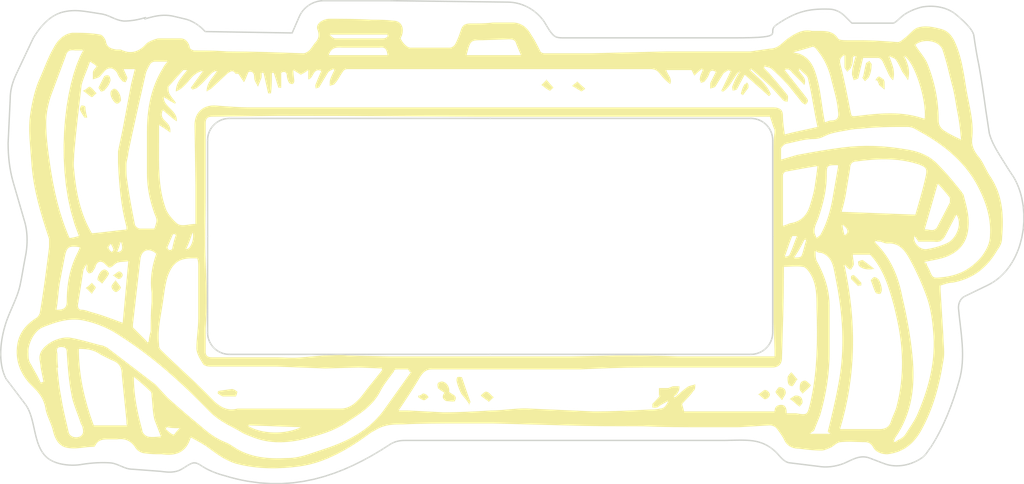
<source format=kicad_pcb>
(kicad_pcb (version 20240108) (generator "pcbnew") (generator_version "8.0")
  (layers (0 "F.Cu" signal) (31 "B.Cu" signal) (34 "B.Paste" user) (35 "F.Paste" user) (36 "B.SilkS" user "B.Silkscreen") (37 "F.SilkS" user "F.Silkscreen") (38 "B.Mask" user) (39 "F.Mask" user) (44 "Edge.Cuts" user))
  (net 0 "")
  (gr_poly (pts (xy 69.273547 59.242846) (xy 69.305562 59.242849) (xy 69.287937 59.260841) (xy 69.287588 59.261212)) (stroke (width -0.000001)) (fill solid) (layer "F.SilkS"))
  (gr_poly (pts (xy 69.395694 59.210646) (xy 69.389946 59.210097) (xy 69.384338 59.209196) (xy 69.378847 59.207955) (xy 69.37345 59.206386) (xy 69.368123 59.2045) (xy 69.362843 59.20231) (xy 69.357587 59.199826) (xy 69.35233 59.197062) (xy 69.347051 59.194027) (xy 69.336327 59.187196) (xy 69.325228 59.179427) (xy 69.313566 59.170814) (xy 69.287805 59.15143) (xy 69.27333 59.140847) (xy 69.257541 59.129795) (xy 69.240253 59.118368) (xy 69.221276 59.106659) (xy 69.211095 59.100729) (xy 69.200423 59.094763) (xy 69.189234 59.088774) (xy 69.177506 59.082773) (xy 69.209517 59.082773) (xy 69.22715 59.070784) (xy 69.244033 59.058888) (xy 69.275547 59.035752) (xy 69.329572 58.994733) (xy 69.352082 58.97835) (xy 69.362212 58.971518) (xy 69.371591 58.965718) (xy 69.380221 58.961044) (xy 69.3881 58.957589) (xy 69.395229 58.955448) (xy 69.398512 58.954899) (xy 69.401607 58.954713) (xy 69.407608 58.954899) (xy 69.413597 58.955448) (xy 69.419562 58.956348) (xy 69.425492 58.957589) (xy 69.431375 58.959158) (xy 69.4372 58.961044) (xy 69.442954 58.963234) (xy 69.448627 58.965718) (xy 69.454205 58.968483) (xy 69.459678 58.971517) (xy 69.465034 58.97481) (xy 69.470261 58.978349) (xy 69.475347 58.982122) (xy 69.480281 58.986118) (xy 69.485051 58.990325) (xy 69.489645 58.994731) (xy 69.494051 58.999325) (xy 69.498258 59.004095) (xy 69.502254 59.009029) (xy 69.506027 59.014115) (xy 69.509566 59.019342) (xy 69.512858 59.024698) (xy 69.515893 59.030171) (xy 69.518658 59.03575) (xy 69.521142 59.041423) (xy 69.523332 59.047178) (xy 69.525218 59.053003) (xy 69.526787 59.058886) (xy 69.528028 59.064817) (xy 69.528928 59.070783) (xy 69.529477 59.076772) (xy 69.529663 59.082773) (xy 69.529477 59.085957) (xy 69.528928 59.089487) (xy 69.526787 59.097467) (xy 69.523332 59.106479) (xy 69.518658 59.116288) (xy 69.512858 59.12666) (xy 69.506027 59.13736) (xy 69.498258 59.148154) (xy 69.489645 59.158807) (xy 69.480281 59.169085) (xy 69.470261 59.178754) (xy 69.465034 59.183286) (xy 69.459678 59.187578) (xy 69.454205 59.191601) (xy 69.448627 59.195324) (xy 69.442954 59.198719) (xy 69.4372 59.201757) (xy 69.431375 59.204407) (xy 69.425492 59.206642) (xy 69.419562 59.208431) (xy 69.413597 59.209745) (xy 69.407608 59.210555) (xy 69.401607 59.210831)) (stroke (width -0.000001)) (fill solid) (layer "F.SilkS"))
  (gr_poly (pts (xy 95.501557 59.722941) (xy 95.4897 59.722644) (xy 95.477984 59.722065) (xy 95.466455 59.721112) (xy 95.455161 59.719689) (xy 95.444148 59.717704) (xy 95.433463 59.715062) (xy 95.423154 59.71167) (xy 95.413266 59.707434) (xy 95.408495 59.70497) (xy 95.403848 59.70226) (xy 95.399329 59.699292) (xy 95.394945 59.696054) (xy 95.390702 59.692535) (xy 95.386605 59.688723) (xy 95.382661 59.684605) (xy 95.378875 59.680172) (xy 95.375254 59.67541) (xy 95.371802 59.670308) (xy 95.368526 59.664855) (xy 95.365432 59.659038) (xy 95.353786 59.635019) (xy 95.342797 59.610953) (xy 95.322413 59.562494) (xy 95.303529 59.513284) (xy 95.285396 59.462949) (xy 95.248378 59.357401) (xy 95.227994 59.301438) (xy 95.21255 59.261463) (xy 95.218737 59.250976) (xy 95.226319 59.239268) (xy 95.234369 59.227841) (xy 95.242795 59.216789) (xy 95.251502 59.206206) (xy 95.260397 59.196186) (xy 95.269386 59.186822) (xy 95.278374 59.178209) (xy 95.287269 59.170439) (xy 95.295976 59.163608) (xy 95.304402 59.157809) (xy 95.312453 59.153135) (xy 95.320034 59.14968) (xy 95.32362 59.148439) (xy 95.327053 59.147538) (xy 95.330322 59.146989) (xy 95.333415 59.146803) (xy 95.339416 59.146988) (xy 95.345412 59.14753) (xy 95.351396 59.148413) (xy 95.357363 59.149617) (xy 95.363306 59.151127) (xy 95.36922 59.152923) (xy 95.380936 59.157308) (xy 95.392464 59.162631) (xy 95.403759 59.168751) (xy 95.414772 59.175527) (xy 95.425456 59.18282) (xy 95.435766 59.190487) (xy 95.445653 59.198389) (xy 95.455071 59.206385) (xy 95.463974 59.214334) (xy 95.480044 59.229529) (xy 95.493488 59.242849) (xy 95.505118 59.266852) (xy 95.515998 59.290808) (xy 95.526127 59.31467) (xy 95.535507 59.338392) (xy 95.544136 59.361926) (xy 95.552014 59.385226) (xy 95.559143 59.408244) (xy 95.565521 59.430934) (xy 95.571149 59.453249) (xy 95.576026 59.475141) (xy 95.580153 59.496565) (xy 95.58353 59.517473) (xy 95.586156 59.537818) (xy 95.588032 59.557553) (xy 95.589158 59.576632) (xy 95.589533 59.595008) (xy 95.589166 59.601722) (xy 95.588095 59.609702) (xy 95.586368 59.618714) (xy 95.584031 59.628523) (xy 95.581131 59.638895) (xy 95.577715 59.649595) (xy 95.573831 59.660389) (xy 95.569524 59.671042) (xy 95.564842 59.68132) (xy 95.559832 59.690989) (xy 95.554541 59.699813) (xy 95.549015 59.707559) (xy 95.546179 59.710954) (xy 95.543302 59.713991) (xy 95.540389 59.716642) (xy 95.537448 59.718876) (xy 95.534483 59.720665) (xy 95.5315 59.721979) (xy 95.528505 59.722789) (xy 95.525505 59.723066)) (stroke (width -0.000001)) (fill solid) (layer "F.SilkS"))
  (gr_poly (pts (xy 95.120779 58.883136) (xy 95.079612 58.880056) (xy 95.039664 58.874538) (xy 95.001264 58.866675) (xy 94.964739 58.856561) (xy 94.930419 58.84429) (xy 94.898631 58.829955) (xy 94.869704 58.813651) (xy 94.843966 58.795471) (xy 94.821745 58.775508) (xy 94.812056 58.764888) (xy 94.803369 58.753857) (xy 94.795726 58.742428) (xy 94.789168 58.730612) (xy 94.788816 58.723898) (xy 94.787855 58.715918) (xy 94.784666 58.697098) (xy 94.780727 58.676026) (xy 94.777163 58.654578) (xy 94.775873 58.6443) (xy 94.7751 58.634632) (xy 94.774982 58.625807) (xy 94.775662 58.618061) (xy 94.776345 58.614666) (xy 94.77728 58.611629) (xy 94.778485 58.608978) (xy 94.779977 58.606744) (xy 94.781773 58.604955) (xy 94.783892 58.603641) (xy 94.786351 58.602831) (xy 94.789168 58.602554) (xy 94.792353 58.602371) (xy 94.79589 58.601843) (xy 94.803925 58.599865) (xy 94.813085 58.596856) (xy 94.823184 58.59305) (xy 94.869205 58.574542) (xy 94.881179 58.570266) (xy 94.892966 58.566601) (xy 94.904377 58.563779) (xy 94.909884 58.562758) (xy 94.915226 58.562036) (xy 94.920381 58.561642) (xy 94.925324 58.561606) (xy 94.930033 58.561957) (xy 94.934485 58.562723) (xy 94.938654 58.563936) (xy 94.942519 58.565623) (xy 94.946056 58.567814) (xy 94.949241 58.570539) (xy 95.045785 58.643073) (xy 95.145331 58.718607) (xy 95.25088 58.800144) (xy 95.326959 58.860276) (xy 95.291075 58.869193) (xy 95.248314 58.876805) (xy 95.205458 58.881604) (xy 95.162838 58.883683)) (stroke (width -0.000001)) (fill solid) (layer "F.SilkS"))
  (gr_poly (pts (xy 74.559951 65.709797) (xy 74.429587 65.70528) (xy 74.299645 65.697667) (xy 74.170172 65.686865) (xy 74.041215 65.672781) (xy 73.912821 65.655319) (xy 73.785036 65.634388) (xy 73.657908 65.609893) (xy 73.531483 65.581739) (xy 73.448546 65.561534) (xy 73.36772 65.537156) (xy 73.288863 65.508932) (xy 73.211836 65.477191) (xy 73.136497 65.442261) (xy 73.062705 65.40447) (xy 72.99032 65.364147) (xy 72.919202 65.32162) (xy 72.849208 65.277217) (xy 72.7802 65.231267) (xy 72.644576 65.136036) (xy 72.378954 64.941447) (xy 72.258398 64.869414) (xy 72.134841 64.797381) (xy 72.071 64.761365) (xy 72.005282 64.725349) (xy 71.937313 64.689332) (xy 71.866717 64.653316) (xy 71.851059 64.703035) (xy 71.834117 64.75018) (xy 71.81592 64.794805) (xy 71.796499 64.836962) (xy 71.775881 64.876703) (xy 71.754097 64.914082) (xy 71.731175 64.949152) (xy 71.707146 64.981965) (xy 71.682038 65.012573) (xy 71.65588 65.041031) (xy 71.628703 65.067389) (xy 71.600535 65.091702) (xy 71.571405 65.114022) (xy 71.541344 65.134401) (xy 71.510379 65.152893) (xy 71.478542 65.16955) (xy 71.44586 65.184425) (xy 71.412363 65.19757) (xy 71.37808 65.209039) (xy 71.343042 65.218885) (xy 71.307277 65.227159) (xy 71.270814 65.233915) (xy 71.233682 65.239206) (xy 71.195912 65.243083) (xy 71.157532 65.245601) (xy 71.118572 65.246812) (xy 71.039027 65.245522) (xy 70.957513 65.239637) (xy 70.874264 65.229578) (xy 70.730198 65.229078) (xy 70.658165 65.22789) (xy 70.586133 65.225576) (xy 70.514101 65.221762) (xy 70.442068 65.216072) (xy 70.370035 65.208132) (xy 70.298002 65.197565) (xy 70.273647 65.196455) (xy 70.24873 65.193188) (xy 70.223438 65.187857) (xy 70.197957 65.180557) (xy 70.172477 65.171381) (xy 70.147184 65.160423) (xy 70.122267 65.147776) (xy 70.097912 65.133535) (xy 70.074307 65.117794) (xy 70.05164 65.100646) (xy 70.030099 65.082184) (xy 70.009871 65.062503) (xy 69.991143 65.041697) (xy 69.974104 65.019859) (xy 69.95894 64.997084) (xy 69.945841 64.973464) (xy 69.930739 64.952922) (xy 69.915443 64.933305) (xy 69.899949 64.914604) (xy 69.884249 64.896804) (xy 69.868338 64.879896) (xy 69.852211 64.863868) (xy 69.83586 64.848706) (xy 69.819281 64.834401) (xy 69.802468 64.82094) (xy 69.785414 64.808311) (xy 69.768114 64.796503) (xy 69.750562 64.785503) (xy 69.732752 64.775301) (xy 69.714678 64.765885) (xy 69.696334 64.757242) (xy 69.677715 64.749362) (xy 69.658815 64.742231) (xy 69.639628 64.735839) (xy 69.620147 64.730175) (xy 69.600368 64.725225) (xy 69.580283 64.720979) (xy 69.559888 64.717424) (xy 69.518143 64.712344) (xy 69.475085 64.709889) (xy 69.430667 64.709967) (xy 69.384842 64.712484) (xy 69.337563 64.717346) (xy 69.081447 64.717346) (xy 69.009601 64.717721) (xy 68.97403 64.718612) (xy 68.938881 64.720347) (xy 68.904295 64.723208) (xy 68.870412 64.727475) (xy 68.837373 64.733431) (xy 68.80532 64.741357) (xy 68.774391 64.751533) (xy 68.744729 64.764242) (xy 68.730417 64.771634) (xy 68.716474 64.779764) (xy 68.702918 64.788669) (xy 68.689767 64.798382) (xy 68.677037 64.80894) (xy 68.664748 64.820376) (xy 68.652915 64.832727) (xy 68.641557 64.846028) (xy 68.630692 64.860314) (xy 68.620336 64.87562) (xy 68.610509 64.891981) (xy 68.601226 64.909432) (xy 68.599788 64.912183) (xy 68.595723 64.919436) (xy 68.592824 64.924282) (xy 68.589408 64.929691) (xy 68.585524 64.935475) (xy 68.581217 64.941447) (xy 68.576535 64.947418) (xy 68.571526 64.953202) (xy 68.568912 64.955965) (xy 68.566234 64.958611) (xy 68.563498 64.961116) (xy 68.560709 64.963457) (xy 68.557873 64.96561) (xy 68.554996 64.967553) (xy 68.552083 64.969261) (xy 68.549142 64.970711) (xy 68.546177 64.971879) (xy 68.543195 64.972743) (xy 68.5402 64.973278) (xy 68.5372 64.973462) (xy 68.477532 64.974525) (xy 68.418521 64.977464) (xy 68.302093 64.987468) (xy 68.072989 65.01348) (xy 67.958812 65.023484) (xy 67.901489 65.026422) (xy 67.843884 65.027485) (xy 67.785905 65.026297) (xy 67.727456 65.022483) (xy 67.668445 65.015667) (xy 67.608777 65.005475) (xy 67.582231 64.998914) (xy 67.556606 64.991257) (xy 67.531883 64.982534) (xy 67.508045 64.972773) (xy 67.485075 64.962003) (xy 67.462954 64.950255) (xy 67.441666 64.937556) (xy 67.421193 64.923938) (xy 67.401517 64.909428) (xy 67.382621 64.894057) (xy 67.364487 64.877853) (xy 67.347097 64.860847) (xy 67.330434 64.843066) (xy 67.31448 64.824541) (xy 67.299218 64.805301) (xy 67.284631 64.785375) (xy 67.270699 64.764792) (xy 67.257407 64.743582) (xy 67.232669 64.699398) (xy 67.210276 64.653056) (xy 67.190087 64.604792) (xy 67.171962 64.55484) (xy 67.155759 64.503433) (xy 67.141339 64.450808) (xy 67.12856 64.397197) (xy 67.115484 64.349175) (xy 67.100485 64.301153) (xy 67.083891 64.253131) (xy 67.066031 64.205109) (xy 67.027826 64.109066) (xy 66.988496 64.013022) (xy 66.950666 63.916979) (xy 66.933134 63.868957) (xy 66.916962 63.820935) (xy 66.902479 63.772913) (xy 66.890012 63.724891) (xy 66.879889 63.676869) (xy 66.872439 63.628847) (xy 66.859325 63.570289) (xy 66.844053 63.514545) (xy 66.826717 63.461427) (xy 66.807412 63.410748) (xy 66.78623 63.36232) (xy 66.763267 63.315955) (xy 66.738615 63.271466) (xy 66.712369 63.228665) (xy 66.684622 63.187365) (xy 66.655468 63.147378) (xy 66.625001 63.108517) (xy 66.593315 63.070594) (xy 66.560503 63.03342) (xy 66.526659 62.99681) (xy 66.456253 62.924527) (xy 66.380499 62.851009) (xy 66.309435 62.774584) (xy 66.243249 62.695345) (xy 66.182127 62.613386) (xy 66.126258 62.5288) (xy 66.075829 62.441683) (xy 66.031027 62.352126) (xy 65.99204 62.260225) (xy 65.959057 62.166073) (xy 65.932264 62.069763) (xy 65.911848 61.97139) (xy 65.897998 61.871047) (xy 65.890902 61.768829) (xy 65.890745 61.664829) (xy 65.897718 61.55914) (xy 65.912006 61.451857) (xy 65.925879 61.380942) (xy 65.943456 61.312231) (xy 65.964692 61.245677) (xy 65.989539 61.181234) (xy 66.01795 61.118854) (xy 66.049878 61.058491) (xy 66.085277 61.000097) (xy 66.124099 60.943626) (xy 66.166298 60.889031) (xy 66.211827 60.836264) (xy 66.260638 60.78528) (xy 66.312686 60.736031) (xy 66.367923 60.68847) (xy 66.426301 60.642551) (xy 66.487775 60.598226) (xy 66.552298 60.555448) (xy 66.558208 60.552354) (xy 66.563935 60.549078) (xy 66.569487 60.545626) (xy 66.57487 60.542004) (xy 66.580088 60.538219) (xy 66.585147 60.534274) (xy 66.590055 60.530178) (xy 66.594815 60.525934) (xy 66.603921 60.517032) (xy 66.61251 60.507613) (xy 66.620631 60.497726) (xy 66.62833 60.487417) (xy 66.635653 60.476732) (xy 66.642649 60.465719) (xy 66.649363 60.454425) (xy 66.655842 60.442896) (xy 66.668285 60.419323) (xy 66.680354 60.395375) (xy 66.726937 60.117811) (xy 66.770894 59.83762) (xy 66.852431 59.270862) (xy 66.927966 58.698102) (xy 67.0005 58.122339) (xy 67.0005 57.834208) (xy 66.894264 57.511311) (xy 66.792905 57.189915) (xy 66.6983 56.868519) (xy 66.612323 56.545622) (xy 66.536851 56.219723) (xy 66.503641 56.055179) (xy 66.47376 55.889323) (xy 66.447443 55.721965) (xy 66.424925 55.55292) (xy 66.40644 55.381998) (xy 66.392223 55.209014) (xy 66.328194 54.360626) (xy 66.31969 54.150405) (xy 66.318627 54.045061) (xy 66.320191 53.939434) (xy 66.324755 53.833433) (xy 66.332696 53.726963) (xy 66.344388 53.61993) (xy 66.360207 53.51224) (xy 66.38578 53.356294) (xy 66.414731 53.201098) (xy 66.447433 53.047403) (xy 66.484262 52.895959) (xy 66.525593 52.747517) (xy 66.571803 52.602826) (xy 66.596853 52.532122) (xy 66.623264 52.462637) (xy 66.651082 52.394466) (xy 66.680354 52.327701) (xy 66.739067 52.194328) (xy 66.795905 52.059079) (xy 66.908455 51.787455) (xy 66.966418 51.653332) (xy 67.027008 51.521834) (xy 67.091351 51.394088) (xy 67.125281 51.331974) (xy 67.160571 51.271219) (xy 67.185699 51.223612) (xy 67.213031 51.176989) (xy 67.242521 51.131585) (xy 67.274121 51.087635) (xy 67.307785 51.045374) (xy 67.343465 51.005035) (xy 67.381116 50.966853) (xy 67.420688 50.931064) (xy 67.462137 50.8979) (xy 67.505415 50.867597) (xy 67.550475 50.84039) (xy 67.573658 50.82802) (xy 67.59727 50.816512) (xy 67.621303 50.805894) (xy 67.645753 50.796198) (xy 67.670613 50.78745) (xy 67.695877 50.779682) (xy 67.721541 50.772922) (xy 67.747596 50.7672) (xy 67.774039 50.762544) (xy 67.800863 50.758985) (xy 68.040972 50.759986) (xy 68.161027 50.762362) (xy 68.281082 50.766989) (xy 68.401137 50.774618) (xy 68.521192 50.785998) (xy 68.641246 50.80188) (xy 68.701274 50.811744) (xy 68.761301 50.823015) (xy 68.767394 50.823386) (xy 68.773658 50.824477) (xy 68.780074 50.82626) (xy 68.786624 50.828705) (xy 68.793292 50.831784) (xy 68.80006 50.835466) (xy 68.806909 50.839723) (xy 68.813823 50.844525) (xy 68.820784 50.849843) (xy 68.827775 50.855647) (xy 68.841773 50.868598) (xy 68.855678 50.883144) (xy 68.869349 50.89905) (xy 68.882644 50.916081) (xy 68.895424 50.934003) (xy 68.907547 50.952582) (xy 68.918873 50.971582) (xy 68.929261 50.990771) (xy 68.938571 51.009912) (xy 68.946661 51.028772) (xy 68.953392 51.047116) (xy 68.956764 51.067569) (xy 68.960864 51.086931) (xy 68.965667 51.105238) (xy 68.97115 51.122525) (xy 68.977289 51.138827) (xy 68.984062 51.15418) (xy 68.991444 51.168618) (xy 68.999413 51.182177) (xy 69.007944 51.194892) (xy 69.017014 51.206798) (xy 69.026601 51.21793) (xy 69.036679 51.228323) (xy 69.047227 51.238013) (xy 69.05822 51.247035) (xy 69.069636 51.255423) (xy 69.08145 51.263214) (xy 69.093639 51.270442) (xy 69.10618 51.277142) (xy 69.119049 51.28335) (xy 69.132223 51.289101) (xy 69.159391 51.299371) (xy 69.187498 51.308235) (xy 69.216355 51.315973) (xy 69.245775 51.322866) (xy 69.305553 51.335247) (xy 68.185048 51.335247) (xy 68.153033 51.367258) (xy 67.896917 51.367258) (xy 67.862018 51.362381) (xy 67.829323 51.359755) (xy 67.798786 51.35938) (xy 67.784311 51.360036) (xy 67.770358 51.361256) (xy 67.756922 51.363038) (xy 67.743995 51.365383) (xy 67.731572 51.36829) (xy 67.719648 51.371761) (xy 67.708216 51.375794) (xy 67.69727 51.38039) (xy 67.686806 51.385548) (xy 67.676816 51.39127) (xy 67.667295 51.397554) (xy 67.658237 51.404401) (xy 67.649637 51.41181) (xy 67.641488 51.419783) (xy 67.633784 51.428318) (xy 67.62652 51.437416) (xy 67.61969 51.447076) (xy 67.613288 51.4573) (xy 67.607307 51.468086) (xy 67.601743 51.479435) (xy 67.59659 51.491346) (xy 67.591841 51.503821) (xy 67.583532 51.530458) (xy 67.576771 51.559346) (xy 67.064535 52.935973) (xy 67.030081 53.045461) (xy 66.999004 53.157574) (xy 66.97168 53.271939) (xy 66.948482 53.388179) (xy 66.929787 53.505921) (xy 66.922245 53.565237) (xy 66.915968 53.624787) (xy 66.911006 53.684526) (xy 66.907402 53.744404) (xy 66.905206 53.804377) (xy 66.904464 53.864397) (xy 66.90734 54.033849) (xy 66.915468 54.205552) (xy 66.928098 54.378756) (xy 66.94448 54.55271) (xy 66.963864 54.726665) (xy 66.985498 54.899869) (xy 67.032519 55.241024) (xy 67.08373 55.575615) (xy 67.142068 55.906829) (xy 67.208661 56.234291) (xy 67.284634 56.557625) (xy 67.371111 56.876458) (xy 67.469219 57.190413) (xy 67.522986 57.345445) (xy 67.580082 57.499116) (xy 67.640649 57.65138) (xy 67.704827 57.802191) (xy 67.722843 57.801824) (xy 67.740906 57.800753) (xy 67.759063 57.799026) (xy 67.777361 57.796689) (xy 67.795846 57.793789) (xy 67.814566 57.790374) (xy 67.852896 57.782183) (xy 67.892727 57.772491) (xy 67.934433 57.761674) (xy 68.024973 57.738163) (xy 67.871661 57.32016) (xy 67.746909 56.885274) (xy 67.649263 56.437633) (xy 67.577269 55.981362) (xy 67.529473 55.52059) (xy 67.504423 55.059443) (xy 67.500663 54.602047) (xy 67.516741 54.15253) (xy 67.551202 53.715018) (xy 67.602592 53.293639) (xy 67.669459 52.892518) (xy 67.750348 52.515784) (xy 67.843805 52.167563) (xy 67.948376 51.851982) (xy 68.062609 51.573168) (xy 68.185048 51.335247) (xy 69.305553 51.335247) (xy 69.465624 51.335247) (xy 69.525276 51.362635) (xy 69.584178 51.38477) (xy 69.642329 51.401653) (xy 69.671124 51.408124) (xy 69.69973 51.413283) (xy 69.72815 51.417129) (xy 69.756381 51.419661) (xy 69.784425 51.42088) (xy 69.812282 51.420787) (xy 69.839951 51.41938) (xy 69.867432 51.41666) (xy 69.894725 51.412627) (xy 69.921832 51.407281) (xy 69.94875 51.400621) (xy 69.975481 51.392649) (xy 70.002024 51.383364) (xy 70.02838 51.372765) (xy 70.054548 51.360853) (xy 70.080529 51.347628) (xy 70.106322 51.33309) (xy 70.131927 51.317239) (xy 70.182575 51.281598) (xy 70.232473 51.240704) (xy 70.28162 51.194558) (xy 70.330017 51.143159) (xy 70.349112 51.125526) (xy 70.370223 51.108644) (xy 70.393116 51.092512) (xy 70.417557 51.07713) (xy 70.443311 51.062498) (xy 70.470144 51.048617) (xy 70.497821 51.035486) (xy 70.526107 51.023106) (xy 70.554768 51.011476) (xy 70.583571 51.000596) (xy 70.612279 50.990466) (xy 70.640659 50.981087) (xy 70.695497 50.96458) (xy 70.746208 50.951073) (xy 71.514556 50.951073) (xy 71.529467 50.951447) (xy 71.544179 50.952558) (xy 71.558679 50.954397) (xy 71.572957 50.956951) (xy 71.587001 50.960208) (xy 71.600798 50.964157) (xy 71.614337 50.968786) (xy 71.627607 50.974084) (xy 71.640595 50.980038) (xy 71.65329 50.986636) (xy 71.665681 50.993868) (xy 71.677755 51.001721) (xy 71.6895 51.010184) (xy 71.700906 51.019245) (xy 71.71196 51.028892) (xy 71.72265 51.039113) (xy 71.732965 51.049898) (xy 71.742894 51.061233) (xy 71.752424 51.073107) (xy 71.761543 51.085509) (xy 71.770241 51.098427) (xy 71.778504 51.11185) (xy 71.786322 51.125764) (xy 71.793683 51.140159) (xy 71.800575 51.155024) (xy 71.806986 51.170345) (xy 71.812905 51.186112) (xy 71.81832 51.202313) (xy 71.823218 51.218936) (xy 71.82759 51.235969) (xy 71.831422 51.253401) (xy 71.834702 51.271219) (xy 71.83498 51.274312) (xy 71.835797 51.277574) (xy 71.837129 51.280988) (xy 71.838954 51.284538) (xy 71.841248 51.288204) (xy 71.843988 51.291971) (xy 71.84715 51.295819) (xy 71.85071 51.299732) (xy 71.854645 51.303692) (xy 71.858932 51.307681) (xy 71.863548 51.311682) (xy 71.868468 51.315677) (xy 71.879129 51.323579) (xy 71.890728 51.331247) (xy 71.903077 51.338539) (xy 71.915989 51.345316) (xy 71.922598 51.348467) (xy 71.929277 51.351436) (xy 71.936002 51.354206) (xy 71.942751 51.356759) (xy 71.9495 51.359078) (xy 71.956226 51.361144) (xy 71.962904 51.362941) (xy 71.969513 51.364451) (xy 71.976027 51.365655) (xy 71.982424 51.366538) (xy 71.988681 51.36708) (xy 71.994773 51.367265) (xy 72.277903 51.367765) (xy 72.55503 51.371266) (xy 72.693218 51.37508) (xy 72.832157 51.38077) (xy 72.972596 51.388711) (xy 73.115287 51.399277) (xy 73.768584 51.40478) (xy 74.427884 51.419287) (xy 75.740482 51.463305) (xy 75.746576 51.46312) (xy 75.752846 51.462571) (xy 75.765867 51.460429) (xy 75.779451 51.456974) (xy 75.793504 51.4523) (xy 75.807932 51.446501) (xy 75.822642 51.43967) (xy 75.837539 51.431901) (xy 75.85253 51.423288) (xy 75.867522 51.413924) (xy 75.882419 51.403904) (xy 75.897129 51.393321) (xy 75.911558 51.382269) (xy 75.925611 51.370842) (xy 75.939196 51.359133) (xy 75.952217 51.347237) (xy 75.964582 51.335247) (xy 76.124653 51.111146) (xy 76.147538 51.08712) (xy 76.168172 51.062999) (xy 76.186556 51.038691) (xy 76.194903 51.026438) (xy 76.202688 51.014102) (xy 76.20991 51.001673) (xy 76.216569 50.989137) (xy 76.222666 50.976485) (xy 76.2282 50.963704) (xy 76.233171 50.950782) (xy 76.23758 50.937708) (xy 76.241425 50.924469) (xy 76.244708 50.911055) (xy 76.247428 50.897453) (xy 76.249586 50.883652) (xy 76.25118 50.869639) (xy 76.252212 50.855404) (xy 76.252681 50.840935) (xy 76.252588 50.826219) (xy 76.251931 50.811245) (xy 76.250712 50.796002) (xy 76.24893 50.780478) (xy 76.246585 50.76466) (xy 76.240207 50.732098) (xy 76.231579 50.698224) (xy 76.220698 50.662942) (xy 76.212715 50.64494) (xy 76.206731 50.626973) (xy 76.202681 50.609076) (xy 76.200501 50.591284) (xy 76.200127 50.573634) (xy 76.201494 50.556159) (xy 76.204537 50.538895) (xy 76.209192 50.521878) (xy 76.215395 50.505142) (xy 76.223081 50.488722) (xy 76.232186 50.472654) (xy 76.242645 50.456973) (xy 76.254393 50.441715) (xy 76.267367 50.426913) (xy 76.281501 50.412604) (xy 76.296732 50.398822) (xy 76.312994 50.385603) (xy 76.330224 50.372982) (xy 76.348356 50.360995) (xy 76.367327 50.349675) (xy 76.387071 50.339059) (xy 76.407525 50.329181) (xy 76.428624 50.320078) (xy 76.450303 50.311783) (xy 76.472498 50.304332) (xy 76.495144 50.297761) (xy 76.518177 50.292104) (xy 76.541533 50.287397) (xy 76.565146 50.283675) (xy 76.588953 50.280972) (xy 76.612889 50.279325) (xy 76.63689 50.278768) (xy 76.997053 50.279268) (xy 77.357218 50.28277) (xy 77.717382 50.292274) (xy 77.897464 50.300214) (xy 78.077545 50.310781) (xy 78.26463 50.311281) (xy 78.355546 50.312469) (xy 78.445712 50.314783) (xy 78.535878 50.318597) (xy 78.626795 50.324287) (xy 78.719213 50.332229) (xy 78.813883 50.342796) (xy 78.843239 50.343723) (xy 78.871276 50.346462) (xy 78.897988 50.350947) (xy 78.92337 50.357115) (xy 78.947415 50.364901) (xy 78.970118 50.37424) (xy 78.991473 50.385068) (xy 79.011473 50.397321) (xy 79.030113 50.410934) (xy 79.047388 50.425842) (xy 79.063291 50.441981) (xy 79.077816 50.459287) (xy 79.090958 50.477695) (xy 79.10271 50.49714) (xy 79.113067 50.517558) (xy 79.122024 50.538886) (xy 79.129573 50.561057) (xy 79.13571 50.584008) (xy 79.140428 50.607674) (xy 79.143721 50.631991) (xy 79.145584 50.656893) (xy 79.146011 50.682318) (xy 79.144996 50.7082) (xy 79.142533 50.734475) (xy 79.138616 50.761078) (xy 79.133239 50.787944) (xy 79.126397 50.81501) (xy 79.118084 50.842211) (xy 79.108293 50.869482) (xy 79.101035 50.887043) (xy 78.621806 50.887043) (xy 78.621806 50.823015) (xy 76.668914 50.823015) (xy 76.636899 50.823013) (xy 76.66091 50.846899) (xy 76.684921 50.870034) (xy 76.696926 50.881086) (xy 76.708932 50.891669) (xy 76.720937 50.901689) (xy 76.732943 50.911052) (xy 76.744948 50.919666) (xy 76.756954 50.927435) (xy 76.768959 50.934266) (xy 76.780965 50.940066) (xy 76.786968 50.942549) (xy 76.792971 50.94474) (xy 76.798974 50.946626) (xy 76.804977 50.948195) (xy 76.81098 50.949435) (xy 76.816983 50.950336) (xy 76.822986 50.950885) (xy 76.82899 50.951071) (xy 78.429716 50.951071) (xy 78.453727 50.950946) (xy 78.465733 50.950649) (xy 78.477738 50.950071) (xy 78.489744 50.949117) (xy 78.50175 50.947695) (xy 78.513755 50.945709) (xy 78.525761 50.943068) (xy 78.537767 50.939675) (xy 78.549772 50.935439) (xy 78.561778 50.930265) (xy 78.573783 50.924059) (xy 78.585789 50.916728) (xy 78.591792 50.912611) (xy 78.597795 50.908177) (xy 78.603798 50.903416) (xy 78.6098 50.898314) (xy 78.615803 50.89286) (xy 78.621806 50.887043) (xy 79.101035 50.887043) (xy 79.097019 50.89676) (xy 79.084256 50.923978) (xy 79.069999 50.951073) (xy 79.082067 50.975084) (xy 79.09451 50.999095) (xy 79.107704 51.023105) (xy 79.114699 51.035111) (xy 79.122023 51.047116) (xy 79.129721 51.059122) (xy 79.137842 51.071127) (xy 79.146432 51.083133) (xy 79.155537 51.095138) (xy 79.165205 51.107143) (xy 79.175483 51.119149) (xy 79.186417 51.131154) (xy 79.198054 51.143159) (xy 79.222128 51.167045) (xy 79.234282 51.178754) (xy 79.246576 51.190181) (xy 79.259059 51.201233) (xy 79.271775 51.211816) (xy 79.284773 51.221837) (xy 79.298099 51.231201) (xy 79.3118 51.239814) (xy 79.325924 51.247583) (xy 79.333159 51.251122) (xy 79.340516 51.254415) (xy 79.348003 51.257449) (xy 79.355625 51.260214) (xy 79.363387 51.262698) (xy 79.371296 51.264888) (xy 79.379357 51.266774) (xy 79.387577 51.268343) (xy 79.39596 51.269584) (xy 79.404514 51.270485) (xy 79.413244 51.271034) (xy 79.422155 51.271219) (xy 80.76677 51.271219) (xy 80.772771 51.271035) (xy 80.778767 51.270493) (xy 80.784751 51.26961) (xy 80.790717 51.268406) (xy 80.79666 51.266896) (xy 80.802574 51.2651) (xy 80.81429 51.260715) (xy 80.825818 51.255392) (xy 80.837112 51.249272) (xy 80.848125 51.242496) (xy 80.858809 51.235203) (xy 80.869119 51.227536) (xy 80.879006 51.219634) (xy 80.888424 51.211638) (xy 80.897327 51.203689) (xy 80.913397 51.188494) (xy 80.926841 51.175174) (xy 80.944482 51.144793) (xy 80.96142 51.113709) (xy 80.977701 51.081968) (xy 80.993372 51.049617) (xy 81.023073 50.983275) (xy 81.050899 50.915056) (xy 81.077223 50.845337) (xy 81.102421 50.774493) (xy 81.150942 50.630927) (xy 81.15704 50.616293) (xy 81.163338 50.602391) (xy 81.169847 50.589204) (xy 81.176579 50.576715) (xy 81.183545 50.564906) (xy 81.190757 50.553759) (xy 81.198228 50.543257) (xy 81.205967 50.533383) (xy 81.213989 50.524118) (xy 81.222303 50.515445) (xy 81.230923 50.507347) (xy 81.239858 50.499805) (xy 81.249122 50.492803) (xy 81.258726 50.486323) (xy 81.268682 50.480347) (xy 81.279001 50.474857) (xy 81.289696 50.469836) (xy 81.300777 50.465267) (xy 81.312257 50.461131) (xy 81.324147 50.457412) (xy 81.336459 50.454091) (xy 81.349205 50.451151) (xy 81.362397 50.448575) (xy 81.376046 50.446344) (xy 81.404762 50.442851) (xy 81.435448 50.44053) (xy 81.468197 50.43924) (xy 81.503103 50.438841) (xy 81.69019 50.438341) (xy 81.781107 50.437153) (xy 81.871273 50.434839) (xy 81.961439 50.431025) (xy 82.052356 50.425335) (xy 82.144773 50.417394) (xy 82.23944 50.406826) (xy 82.911748 50.406826) (xy 82.941388 50.407384) (xy 82.97029 50.409038) (xy 82.998465 50.411759) (xy 83.025925 50.415518) (xy 83.052681 50.420285) (xy 83.078746 50.42603) (xy 83.104131 50.432726) (xy 83.128847 50.440342) (xy 83.152907 50.448848) (xy 83.176322 50.458217) (xy 83.221265 50.479422) (xy 83.263769 50.503722) (xy 83.303928 50.530883) (xy 83.341836 50.56067) (xy 83.377587 50.592849) (xy 83.411274 50.627185) (xy 83.442991 50.663444) (xy 83.472833 50.701391) (xy 83.500892 50.740792) (xy 83.527264 50.781413) (xy 83.55204 50.823018) (xy 83.598623 50.89505) (xy 83.64258 50.967082) (xy 83.684286 51.039115) (xy 83.724117 51.111148) (xy 83.762447 51.183181) (xy 83.799652 51.255214) (xy 83.872186 51.39928) (xy 83.872463 51.40228) (xy 83.873273 51.405275) (xy 83.874587 51.408258) (xy 83.876376 51.411223) (xy 83.87861 51.414165) (xy 83.881261 51.417077) (xy 83.884298 51.419954) (xy 83.887693 51.42279) (xy 83.891417 51.42558) (xy 83.895439 51.428316) (xy 83.904264 51.433608) (xy 83.913932 51.438618) (xy 83.92421 51.443299) (xy 83.934863 51.447606) (xy 83.945657 51.45149) (xy 83.956357 51.454906) (xy 83.966729 51.457805) (xy 83.976538 51.460142) (xy 83.985549 51.46187) (xy 83.993529 51.46294) (xy 84.000242 51.463308) (xy 85.568957 51.463308) (xy 88.194152 51.39928) (xy 91.075463 51.39928) (xy 91.747768 51.303235) (xy 91.777228 51.302496) (xy 91.805615 51.300327) (xy 91.832982 51.296798) (xy 91.859381 51.291979) (xy 91.884867 51.285942) (xy 91.90949 51.278755) (xy 91.933305 51.270489) (xy 91.956363 51.261216) (xy 91.978718 51.251004) (xy 92.000422 51.239925) (xy 92.021528 51.228048) (xy 92.042089 51.215445) (xy 92.081787 51.188339) (xy 92.119937 51.159169) (xy 92.156962 51.128499) (xy 92.193283 51.096891) (xy 92.265503 51.033112) (xy 92.302246 51.002067) (xy 92.339974 50.972335) (xy 92.379109 50.944478) (xy 92.420073 50.919061) (xy 92.462467 50.889461) (xy 92.505612 50.860846) (xy 92.549507 50.833451) (xy 92.594153 50.80751) (xy 92.639549 50.783257) (xy 92.685695 50.760926) (xy 92.732591 50.740753) (xy 92.780238 50.722971) (xy 92.828635 50.707816) (xy 92.877783 50.695522) (xy 92.92768 50.686322) (xy 92.978329 50.680452) (xy 93.029727 50.678147) (xy 93.055708 50.678404) (xy 93.081876 50.67964) (xy 93.108232 50.681884) (xy 93.134776 50.685166) (xy 93.161507 50.689515) (xy 93.188425 50.69496) (xy 93.412526 50.69496) (xy 93.508382 50.69546) (xy 93.555959 50.696648) (xy 93.603113 50.698961) (xy 93.649704 50.702776) (xy 93.695592 50.708466) (xy 93.740636 50.716407) (xy 93.784695 50.726974) (xy 93.827629 50.740543) (xy 93.869296 50.757489) (xy 93.889611 50.767345) (xy 93.909556 50.778186) (xy 93.929115 50.790058) (xy 93.948269 50.80301) (xy 93.967001 50.817086) (xy 93.985294 50.832336) (xy 94.003129 50.848804) (xy 94.02049 50.866539) (xy 94.037358 50.885587) (xy 94.053716 50.905995) (xy 94.069546 50.927809) (xy 94.084831 50.951078) (xy 94.088295 50.956895) (xy 94.092655 50.962348) (xy 94.097871 50.96745) (xy 94.103902 50.972212) (xy 94.110707 50.976646) (xy 94.118244 50.980763) (xy 94.126474 50.984575) (xy 94.135354 50.988094) (xy 94.154901 50.9943) (xy 94.17656 50.999474) (xy 94.2 51.00371) (xy 94.224894 51.007102) (xy 94.250914 51.009744) (xy 94.27773 51.011729) (xy 94.305016 51.013152) (xy 94.332443 51.014105) (xy 94.386405 51.014981) (xy 94.43699 51.015106) (xy 94.853182 51.015106) (xy 95.010629 51.016544) (xy 95.170327 51.020608) (xy 95.331525 51.026924) (xy 95.493474 51.035115) (xy 95.81662 51.055624) (xy 96.133764 51.079134) (xy 96.139859 51.078948) (xy 96.146129 51.078399) (xy 96.159151 51.076257) (xy 96.172735 51.072803) (xy 96.186789 51.068129) (xy 96.201217 51.062329) (xy 96.215927 51.055498) (xy 96.230824 51.047729) (xy 96.245816 51.039116) (xy 96.260807 51.029752) (xy 96.275704 51.019732) (xy 96.290414 51.009149) (xy 96.304843 50.998097) (xy 96.318896 50.98667) (xy 96.33248 50.974962) (xy 96.345502 50.963066) (xy 96.357867 50.951076) (xy 96.393164 50.92601) (xy 96.427148 50.899115) (xy 96.460007 50.870813) (xy 96.491927 50.841526) (xy 96.613982 50.722973) (xy 96.644027 50.695093) (xy 96.67426 50.668761) (xy 96.704867 50.644398) (xy 96.736038 50.622427) (xy 96.751893 50.61247) (xy 96.767959 50.60327) (xy 96.784259 50.594878) (xy 96.800817 50.587349) (xy 96.817657 50.580733) (xy 96.834802 50.575085) (xy 96.852275 50.570457) (xy 96.870099 50.566902) (xy 96.918121 50.556366) (xy 96.966143 50.548644) (xy 97.014165 50.543548) (xy 97.062187 50.54089) (xy 97.110209 50.540484) (xy 97.158231 50.542141) (xy 97.206253 50.545674) (xy 97.254274 50.550895) (xy 97.302296 50.557616) (xy 97.350318 50.565651) (xy 97.446361 50.584909) (xy 97.542405 50.607169) (xy 97.638449 50.630929) (xy 97.679358 50.644045) (xy 97.71811 50.659317) (xy 97.754799 50.676653) (xy 97.789518 50.695958) (xy 97.822361 50.71714) (xy 97.853421 50.740103) (xy 97.882794 50.764755) (xy 97.910572 50.791002) (xy 97.93685 50.818749) (xy 97.961721 50.847903) (xy 97.985278 50.87837) (xy 98.007617 50.910057) (xy 98.02883 50.942869) (xy 98.049011 50.976713) (xy 98.068254 51.011495) (xy 98.086654 51.047121) (xy 98.132479 51.149535) (xy 98.174131 51.252652) (xy 98.211938 51.356425) (xy 98.246227 51.460809) (xy 98.277327 51.565755) (xy 98.305567 51.671217) (xy 98.331274 51.777148) (xy 98.354777 51.883501) (xy 98.396483 52.097286) (xy 98.433313 52.312197) (xy 98.502845 52.743894) (xy 98.5413 52.947987) (xy 98.582382 53.15208) (xy 98.622713 53.356173) (xy 98.658917 53.560266) (xy 98.674416 53.662313) (xy 98.687617 53.764359) (xy 98.698098 53.866406) (xy 98.705437 53.968452) (xy 98.709212 54.070499) (xy 98.709001 54.172545) (xy 98.704381 54.274592) (xy 98.694931 54.376638) (xy 98.690413 54.423925) (xy 98.689826 54.440659) (xy 98.310773 54.440659) (xy 98.286261 54.187043) (xy 98.273068 54.066425) (xy 98.258748 53.948434) (xy 98.242929 53.831943) (xy 98.225233 53.715828) (xy 98.205286 53.598962) (xy 98.182713 53.48022) (xy 98.160015 53.360166) (xy 98.139194 53.240111) (xy 98.098675 53.000002) (xy 98.076728 52.879947) (xy 98.052154 52.759893) (xy 98.023829 52.639838) (xy 98.007908 52.579811) (xy 97.990627 52.519784) (xy 97.842559 51.927515) (xy 97.802728 51.777571) (xy 97.761022 51.628378) (xy 97.717064 51.480686) (xy 97.670481 51.335245) (xy 97.657277 51.305983) (xy 97.641765 51.278227) (xy 97.624071 51.251983) (xy 97.604326 51.227258) (xy 97.582658 51.204057) (xy 97.559196 51.182386) (xy 97.534069 51.162251) (xy 97.507407 51.143658) (xy 97.479337 51.126612) (xy 97.44999 51.11112) (xy 97.419494 51.097186) (xy 97.387977 51.084819) (xy 97.35557 51.074022) (xy 97.322401 51.064802) (xy 97.288598 51.057164) (xy 97.254292 51.051116) (xy 97.21961 51.046662) (xy 97.184682 51.043808) (xy 97.149637 51.04256) (xy 97.114603 51.042925) (xy 97.07971 51.044907) (xy 97.045087 51.048513) (xy 97.010862 51.053749) (xy 96.977165 51.06062) (xy 96.944125 51.069133) (xy 96.91187 51.079293) (xy 96.880529 51.091106) (xy 96.850232 51.104578) (xy 96.821107 51.119714) (xy 96.793284 51.136522) (xy 96.766891 51.155006) (xy 96.742057 51.175172) (xy 96.766779 51.216831) (xy 96.792768 51.257834) (xy 96.819788 51.298275) (xy 96.847605 51.338246) (xy 96.962158 51.495318) (xy 97.018121 51.573479) (xy 97.044954 51.612794) (xy 97.070708 51.65239) (xy 97.095149 51.692362) (xy 97.118042 51.732802) (xy 97.139154 51.773805) (xy 97.158249 51.815464) (xy 97.20477 51.935526) (xy 97.24829 52.055636) (xy 97.288808 52.175839) (xy 97.326325 52.296182) (xy 97.36084 52.416714) (xy 97.392355 52.537479) (xy 97.420868 52.658527) (xy 97.446379 52.779902) (xy 97.468889 52.901653) (xy 97.488398 53.023826) (xy 97.504906 53.146467) (xy 97.518412 53.269625) (xy 97.528917 53.393345) (xy 97.53642 53.517675) (xy 97.538551 53.576826) (xy 97.068714 53.576826) (xy 97.064767 53.436199) (xy 97.051159 53.285068) (xy 97.028688 53.126058) (xy 96.99815 52.961795) (xy 96.960344 52.794907) (xy 96.916066 52.628018) (xy 96.866113 52.463756) (xy 96.811284 52.304746) (xy 96.752374 52.153615) (xy 96.690182 52.012989) (xy 96.625504 51.885493) (xy 96.559138 51.773755) (xy 96.491881 51.6804) (xy 96.424531 51.608055) (xy 96.391069 51.580582) (xy 96.357883 51.559346) (xy 96.404092 51.655515) (xy 96.425484 51.703834) (xy 96.445423 51.752434) (xy 96.463673 51.80141) (xy 96.480001 51.850854) (xy 96.494171 51.900861) (xy 96.50595 51.951525) (xy 96.515103 52.002938) (xy 96.521395 52.055196) (xy 96.524591 52.108392) (xy 96.524459 52.16262) (xy 96.520762 52.217973) (xy 96.513266 52.274546) (xy 96.501737 52.332431) (xy 96.485941 52.391724) (xy 96.473936 52.36844) (xy 96.461931 52.346516) (xy 96.449925 52.325811) (xy 96.43792 52.306185) (xy 96.425915 52.287497) (xy 96.413909 52.269606) (xy 96.389898 52.235654) (xy 96.341877 52.171124) (xy 96.317866 52.138297) (xy 96.293856 52.103593) (xy 96.19381 51.895498) (xy 96.165985 51.841598) (xy 96.151392 51.814883) (xy 96.136284 51.788449) (xy 96.120613 51.76239) (xy 96.104332 51.7368) (xy 96.087395 51.711772) (xy 96.069755 51.687402) (xy 96.066568 51.681583) (xy 96.063017 51.676115) (xy 96.059115 51.670976) (xy 96.054873 51.666142) (xy 96.050302 51.66159) (xy 96.045415 51.657295) (xy 96.040223 51.653234) (xy 96.034738 51.649385) (xy 96.028972 51.645723) (xy 96.022936 51.642226) (xy 96.010102 51.635629) (xy 95.99633 51.629407) (xy 95.981714 51.623373) (xy 95.950325 51.611118) (xy 95.933739 51.604521) (xy 95.916684 51.597361) (xy 95.899255 51.589452) (xy 95.881544 51.580604) (xy 95.863646 51.57063) (xy 95.854656 51.565163) (xy 95.845654 51.559344) (xy 95.88267 51.664704) (xy 95.919687 51.765937) (xy 95.953702 51.86492) (xy 95.968646 51.914153) (xy 95.981715 51.963527) (xy 95.992532 52.013276) (xy 96.000724 52.063635) (xy 96.005913 52.114838) (xy 96.007727 52.167119) (xy 96.005788 52.220714) (xy 96.003295 52.248077) (xy 95.999723 52.275856) (xy 95.995026 52.304081) (xy 95.989156 52.332781) (xy 95.982067 52.361985) (xy 95.973712 52.391722) (xy 95.956438 52.374081) (xy 95.940571 52.357143) (xy 95.926018 52.340862) (xy 95.912683 52.325191) (xy 95.900475 52.310082) (xy 95.889298 52.29549) (xy 95.879059 52.281366) (xy 95.869664 52.267665) (xy 95.861019 52.254338) (xy 95.853031 52.241341) (xy 95.83865 52.216142) (xy 95.825769 52.191694) (xy 95.813639 52.167621) (xy 95.621553 51.751429) (xy 95.615183 51.73944) (xy 95.608109 51.727544) (xy 95.600379 51.715836) (xy 95.592039 51.704409) (xy 95.583136 51.693357) (xy 95.573718 51.682774) (xy 95.56383 51.672754) (xy 95.553521 51.66339) (xy 95.542836 51.654777) (xy 95.531824 51.647007) (xy 95.520529 51.640176) (xy 95.514791 51.637142) (xy 95.509001 51.634377) (xy 95.503163 51.631893) (xy 95.497285 51.629703) (xy 95.491371 51.627817) (xy 95.485428 51.626248) (xy 95.479461 51.625007) (xy 95.473477 51.624106) (xy 95.467481 51.623557) (xy 95.46148 51.623371) (xy 94.949245 51.623371) (xy 94.789172 52.295676) (xy 94.788804 52.301495) (xy 94.787726 52.306955) (xy 94.78598 52.312076) (xy 94.783607 52.316874) (xy 94.780648 52.321367) (xy 94.777143 52.325573) (xy 94.773135 52.32951) (xy 94.768663 52.333194) (xy 94.763769 52.336644) (xy 94.758494 52.339877) (xy 94.75288 52.342911) (xy 94.746966 52.345763) (xy 94.734405 52.350992) (xy 94.721141 52.355705) (xy 94.667617 52.372213) (xy 94.65576 52.376457) (xy 94.645169 52.381029) (xy 94.640451 52.383482) (xy 94.636173 52.386071) (xy 94.632375 52.388811) (xy 94.629099 52.391722) (xy 94.565071 52.199636) (xy 94.565806 52.157976) (xy 94.567948 52.116973) (xy 94.571402 52.076533) (xy 94.576076 52.036562) (xy 94.581876 51.996966) (xy 94.588707 51.957651) (xy 94.596476 51.918523) (xy 94.605089 51.87949) (xy 94.624473 51.801329) (xy 94.646109 51.722418) (xy 94.693132 51.559344) (xy 94.689005 51.559469) (xy 94.678125 51.560344) (xy 94.670856 51.561298) (xy 94.662742 51.56272) (xy 94.654066 51.564705) (xy 94.645109 51.567347) (xy 94.640613 51.568943) (xy 94.636152 51.570739) (xy 94.631761 51.572746) (xy 94.627476 51.574975) (xy 94.623331 51.577439) (xy 94.619363 51.58015) (xy 94.615605 51.583118) (xy 94.612094 51.586355) (xy 94.608864 51.589874) (xy 94.60595 51.593687) (xy 94.603388 51.597804) (xy 94.601213 51.602237) (xy 94.599461 51.606999) (xy 94.598165 51.612101) (xy 94.597362 51.617554) (xy 94.597086 51.623371) (xy 94.596961 51.660764) (xy 94.596086 51.700407) (xy 94.595133 51.720838) (xy 94.59371 51.741551) (xy 94.591725 51.762451) (xy 94.589083 51.783444) (xy 94.585691 51.804438) (xy 94.581455 51.825338) (xy 94.576281 51.846051) (xy 94.570075 51.866482) (xy 94.562743 51.886538) (xy 94.554193 51.906125) (xy 94.544329 51.92515) (xy 94.533059 51.943518) (xy 94.532782 51.949428) (xy 94.531972 51.955163) (xy 94.530658 51.960734) (xy 94.528869 51.966153) (xy 94.526635 51.97143) (xy 94.523984 51.976579) (xy 94.520947 51.981611) (xy 94.517551 51.986537) (xy 94.513828 51.991369) (xy 94.509806 51.996119) (xy 94.505513 52.000799) (xy 94.500981 52.005421) (xy 94.491312 52.014534) (xy 94.481034 52.023554) (xy 94.459587 52.041688) (xy 94.448886 52.050989) (xy 94.438514 52.060571) (xy 94.433525 52.065497) (xy 94.428705 52.070529) (xy 94.424085 52.075678) (xy 94.419693 52.080956) (xy 94.415559 52.086374) (xy 94.411712 52.091945) (xy 94.408182 52.09768) (xy 94.404998 52.103591) (xy 94.398644 52.091593) (xy 94.39168 52.079643) (xy 94.384247 52.067786) (xy 94.376486 52.056069) (xy 94.360542 52.033246) (xy 94.344972 52.011548) (xy 94.330903 51.991351) (xy 94.324783 51.981933) (xy 94.31946 51.97303) (xy 94.315075 51.964691) (xy 94.311769 51.956961) (xy 94.310565 51.953339) (xy 94.309682 51.949887) (xy 94.30914 51.946612) (xy 94.308955 51.943518) (xy 94.308955 51.527326) (xy 94.308954 51.527327) (xy 94.308953 51.527328) (xy 94.308952 51.527328) (xy 94.308951 51.527328) (xy 94.308951 51.527329) (xy 94.30895 51.527329) (xy 94.308949 51.527331) (xy 94.29159 51.536428) (xy 94.275504 51.545707) (xy 94.260649 51.555161) (xy 94.246983 51.564786) (xy 94.234467 51.574574) (xy 94.223058 51.584521) (xy 94.212717 51.594621) (xy 94.203401 51.604867) (xy 94.19507 51.615253) (xy 94.187683 51.625775) (xy 94.181199 51.636425) (xy 94.175576 51.647198) (xy 94.170774 51.658089) (xy 94.166752 51.669091) (xy 94.163468 51.680199) (xy 94.160882 51.691406) (xy 94.158952 51.702707) (xy 94.157638 51.714096) (xy 94.156898 51.725567) (xy 94.156692 51.737114) (xy 94.157716 51.760414) (xy 94.160381 51.783948) (xy 94.164359 51.80767) (xy 94.169323 51.831532) (xy 94.180891 51.879492) (xy 94.227474 52.070203) (xy 94.271431 52.258664) (xy 94.352968 52.631834) (xy 94.428503 53.005003) (xy 94.501037 53.384175) (xy 94.511658 53.429251) (xy 94.519982 53.468652) (xy 94.53255 53.531743) (xy 94.538201 53.55609) (xy 94.540553 53.564405) (xy 94.095324 53.564405) (xy 94.095257 53.549083) (xy 94.0936 53.517116) (xy 94.090067 53.48346) (xy 94.084845 53.44821) (xy 94.077749 53.370893) (xy 94.068588 53.29489) (xy 94.057552 53.220012) (xy 94.044828 53.146072) (xy 94.015064 53.000255) (xy 93.980799 52.855939) (xy 93.904764 52.565808) (xy 93.865996 52.41699) (xy 93.828729 52.263671) (xy 93.809971 52.198024) (xy 93.789711 52.133174) (xy 93.767951 52.069169) (xy 93.74469 52.006054) (xy 93.719929 51.943877) (xy 93.693667 51.882686) (xy 93.665904 51.822525) (xy 93.636641 51.763444) (xy 93.605877 51.705488) (xy 93.573612 51.648704) (xy 93.539847 51.593139) (xy 93.504581 51.538841) (xy 93.467814 51.485856) (xy 93.429547 51.43423) (xy 93.389779 51.384012) (xy 93.34851 51.335247) (xy 93.348234 51.332155) (xy 93.347424 51.328893) (xy 93.34611 51.325478) (xy 93.344321 51.321929) (xy 93.342086 51.318262) (xy 93.339436 51.314495) (xy 93.336398 51.310647) (xy 93.333003 51.306734) (xy 93.329279 51.302774) (xy 93.325257 51.298785) (xy 93.316432 51.290789) (xy 93.306764 51.282887) (xy 93.296486 51.275219) (xy 93.285832 51.267927) (xy 93.275038 51.26115) (xy 93.264338 51.25503) (xy 93.253966 51.249707) (xy 93.244156 51.245322) (xy 93.235144 51.242016) (xy 93.23101 51.240811) (xy 93.227164 51.239929) (xy 93.223634 51.239387) (xy 93.22045 51.239202) (xy 93.056876 51.287224) (xy 92.896303 51.335246) (xy 92.729727 51.383269) (xy 92.641374 51.40728) (xy 92.548145 51.43129) (xy 92.59329 51.441919) (xy 92.633183 51.450298) (xy 92.700214 51.463303) (xy 92.728853 51.469431) (xy 92.742281 51.472729) (xy 92.75524 51.476309) (xy 92.767824 51.480264) (xy 92.780127 51.484688) (xy 92.792242 51.489675) (xy 92.804263 51.495318) (xy 92.842353 51.513975) (xy 92.866669 51.527331) (xy 83.199888 51.527331) (xy 83.039817 51.143157) (xy 83.03672 51.131431) (xy 83.033423 51.120256) (xy 83.029915 51.10962) (xy 83.026185 51.099512) (xy 83.02222 51.08992) (xy 83.018008 51.080832) (xy 83.013539 51.072236) (xy 83.008801 51.064121) (xy 83.003781 51.056475) (xy 82.998468 51.049286) (xy 82.99285 51.042543) (xy 82.986915 51.036233) (xy 82.980653 51.030346) (xy 82.97405 51.024869) (xy 82.967096 51.01979) (xy 82.959778 51.015099) (xy 82.952085 51.010782) (xy 82.944005 51.006829) (xy 82.935527 51.003228) (xy 82.926638 50.999967) (xy 82.917327 50.997034) (xy 82.907582 50.994417) (xy 82.897392 50.992106) (xy 82.886745 50.990087) (xy 82.875628 50.98835) (xy 82.864031 50.986882) (xy 82.839348 50.98471) (xy 82.812601 50.983475) (xy 82.783697 50.983084) (xy 81.887288 51.015099) (xy 81.749663 51.016037) (xy 81.693488 51.018264) (xy 81.644677 51.022602) (xy 81.622783 51.025782) (xy 81.602431 51.029754) (xy 81.583521 51.034605) (xy 81.565953 51.040423) (xy 81.549628 51.047296) (xy 81.534447 51.055313) (xy 81.520308 51.06456) (xy 81.507114 51.075126) (xy 81.494764 51.087099) (xy 81.483158 51.100568) (xy 81.472197 51.115618) (xy 81.461781 51.13234) (xy 81.451811 51.15082) (xy 81.442186 51.171147) (xy 81.432808 51.193408) (xy 81.423577 51.217691) (xy 81.405154 51.272677) (xy 81.386123 51.336808) (xy 81.343041 51.495318) (xy 81.343041 51.527331) (xy 78.621806 51.527331) (xy 78.615756 51.492448) (xy 78.609425 51.459863) (xy 78.602532 51.429623) (xy 78.594794 51.401774) (xy 78.585931 51.376364) (xy 78.580989 51.364589) (xy 78.575661 51.35344) (xy 78.569911 51.342924) (xy 78.563703 51.333048) (xy 78.557003 51.323816) (xy 78.549775 51.315235) (xy 78.541985 51.30731) (xy 78.533596 51.300048) (xy 78.524575 51.293454) (xy 78.514885 51.287535) (xy 78.504492 51.282295) (xy 78.49336 51.277741) (xy 78.481454 51.273879) (xy 78.46874 51.270715) (xy 78.455181 51.268253) (xy 78.440743 51.266502) (xy 78.425391 51.265465) (xy 78.409088 51.265149) (xy 78.391801 51.265561) (xy 78.373494 51.266705) (xy 78.354132 51.268588) (xy 78.33368 51.271215) (xy 77.117121 51.271215) (xy 76.983061 51.266213) (xy 76.946732 51.266135) (xy 76.910028 51.267839) (xy 76.873324 51.271981) (xy 76.855089 51.275172) (xy 76.836995 51.279219) (xy 76.819088 51.284204) (xy 76.801416 51.290208) (xy 76.784026 51.297315) (xy 76.766963 51.305606) (xy 76.750276 51.315163) (xy 76.734011 51.326068) (xy 76.718214 51.338404) (xy 76.702934 51.352252) (xy 76.688216 51.367695) (xy 76.674108 51.384814) (xy 76.660657 51.403691) (xy 76.647909 51.42441) (xy 76.635911 51.447051) (xy 76.62471 51.471696) (xy 76.614354 51.498429) (xy 76.604889 51.527331) (xy 78.621806 51.527331) (xy 81.343041 51.527331) (xy 83.199888 51.527331) (xy 92.866669 51.527331) (xy 92.878625 51.533898) (xy 92.913139 51.55504) (xy 92.945952 51.577355) (xy 92.977125 51.600795) (xy 93.006714 51.625314) (xy 93.03478 51.650865) (xy 93.06138 51.6774) (xy 93.086573 51.704874) (xy 93.110418 51.733238) (xy 93.12447 51.751436) (xy 71.068118 51.751436) (xy 70.618157 51.751436) (xy 70.611795 51.751804) (xy 70.604776 51.752874) (xy 70.597194 51.754602) (xy 70.589144 51.756939) (xy 70.580718 51.759838) (xy 70.572011 51.763254) (xy 70.563116 51.767138) (xy 70.554128 51.771445) (xy 70.545139 51.776126) (xy 70.536245 51.781136) (xy 70.527538 51.786428) (xy 70.519112 51.791953) (xy 70.511062 51.797667) (xy 70.503481 51.803521) (xy 70.496463 51.809469) (xy 70.490101 51.815464) (xy 70.466153 51.852856) (xy 70.44258 51.892499) (xy 70.419757 51.933642) (xy 70.39806 51.975536) (xy 70.382628 52.007548) (xy 69.94585 52.007548) (xy 69.561674 52.007548) (xy 69.689729 52.295679) (xy 69.689362 52.302401) (xy 69.688291 52.310436) (xy 69.686564 52.319596) (xy 69.684227 52.329695) (xy 69.681327 52.340544) (xy 69.677911 52.351955) (xy 69.674027 52.363742) (xy 69.66972 52.375716) (xy 69.665039 52.38769) (xy 69.660029 52.399477) (xy 69.654738 52.410889) (xy 69.649212 52.421737) (xy 69.643499 52.431835) (xy 69.637645 52.440996) (xy 69.631698 52.44903) (xy 69.625704 52.455752) (xy 69.621514 52.455627) (xy 69.610196 52.454751) (xy 69.602451 52.453798) (xy 69.593626 52.452375) (xy 69.583958 52.45039) (xy 69.57368 52.447748) (xy 69.563027 52.444356) (xy 69.557633 52.44235) (xy 69.552233 52.44012) (xy 69.546856 52.437656) (xy 69.541533 52.434946) (xy 69.536291 52.431978) (xy 69.531161 52.42874) (xy 69.526172 52.425221) (xy 69.521352 52.421409) (xy 69.516732 52.417292) (xy 69.512341 52.412858) (xy 69.508207 52.408096) (xy 69.504361 52.402995) (xy 69.500832 52.397541) (xy 69.497648 52.391724) (xy 69.48565 52.379351) (xy 69.473699 52.366275) (xy 69.461842 52.352543) (xy 69.450126 52.3382) (xy 69.438597 52.323295) (xy 69.427302 52.307874) (xy 69.416289 52.291984) (xy 69.405605 52.275671) (xy 69.395295 52.258984) (xy 69.385408 52.241968) (xy 69.375989 52.224671) (xy 69.367086 52.207139) (xy 69.358747 52.18942) (xy 69.351016 52.17156) (xy 69.343943 52.153606) (xy 69.337573 52.135606) (xy 69.325383 52.11807) (xy 69.312835 52.101489) (xy 69.299948 52.085881) (xy 69.286738 52.071264) (xy 69.273223 52.057656) (xy 69.259421 52.045073) (xy 69.245349 52.033534) (xy 69.231025 52.023055) (xy 69.216467 52.013656) (xy 69.201692 52.005352) (xy 69.186717 51.998162) (xy 69.171561 51.992104) (xy 69.15624 51.987194) (xy 69.140773 51.983452) (xy 69.125177 51.980893) (xy 69.10947 51.979536) (xy 69.093669 51.979398) (xy 69.077791 51.980497) (xy 69.061855 51.982851) (xy 69.045878 51.986476) (xy 69.029878 51.991392) (xy 69.013871 51.997614) (xy 68.997877 52.005161) (xy 68.981912 52.014051) (xy 68.965993 52.024301) (xy 68.950139 52.035928) (xy 68.934368 52.048951) (xy 68.918696 52.063386) (xy 68.903141 52.079251) (xy 68.887721 52.096565) (xy 68.872453 52.115344) (xy 68.857356 52.135606) (xy 68.84571 52.147604) (xy 68.83472 52.159555) (xy 68.824293 52.171412) (xy 68.814335 52.183128) (xy 68.777318 52.227649) (xy 68.768298 52.237958) (xy 68.759184 52.247846) (xy 68.749883 52.257264) (xy 68.740301 52.266166) (xy 68.730343 52.274506) (xy 68.719916 52.282236) (xy 68.708926 52.289309) (xy 68.69728 52.295679) (xy 68.505194 52.359709) (xy 68.505194 52.135606) (xy 68.505471 52.126695) (xy 68.506281 52.117965) (xy 68.507595 52.109411) (xy 68.509384 52.101028) (xy 68.511618 52.092808) (xy 68.514269 52.084747) (xy 68.517306 52.076838) (xy 68.520701 52.069076) (xy 68.524424 52.061455) (xy 68.528447 52.053968) (xy 68.537271 52.039375) (xy 68.546939 52.025252) (xy 68.557217 52.01155) (xy 68.578663 51.985226) (xy 68.599735 51.960027) (xy 68.609544 51.947733) (xy 68.618556 51.935579) (xy 68.626536 51.923518) (xy 68.63325 51.911505) (xy 68.621237 51.899859) (xy 68.609177 51.88887) (xy 68.597023 51.878443) (xy 68.584728 51.868486) (xy 68.572246 51.858903) (xy 68.559529 51.849602) (xy 68.546532 51.840489) (xy 68.533205 51.831469) (xy 68.409149 51.751432) (xy 68.371819 51.858043) (xy 68.332614 51.962028) (xy 68.253078 52.16362) (xy 68.214998 52.261977) (xy 68.179545 52.359209) (xy 68.147843 52.45569) (xy 68.133751 52.503767) (xy 68.121018 52.551797) (xy 67.980953 53.748342) (xy 67.918425 54.339111) (xy 67.864902 54.920876) (xy 67.863589 54.991533) (xy 67.860399 55.05994) (xy 67.852895 55.193) (xy 67.850831 55.259155) (xy 67.850714 55.292467) (xy 67.851394 55.32606) (xy 67.853012 55.360029) (xy 67.855709 55.394466) (xy 67.859626 55.429466) (xy 67.864902 55.465123) (xy 67.893664 55.753005) (xy 67.932931 56.039386) (xy 67.956973 56.181545) (xy 67.984204 56.322765) (xy 68.014812 56.462861) (xy 68.048984 56.601643) (xy 68.086907 56.738924) (xy 68.12877 56.874517) (xy 68.174759 57.008234) (xy 68.225063 57.139888) (xy 68.279869 57.26929) (xy 68.339365 57.396254) (xy 68.403737 57.520592) (xy 68.473175 57.642116) (xy 68.627808 57.628735) (xy 68.779816 57.613103) (xy 69.077452 57.578088) (xy 69.369084 57.543071) (xy 69.513587 57.527439) (xy 69.657714 57.514058) (xy 69.657719 57.51406) (xy 69.657719 57.418015) (xy 69.623179 57.285587) (xy 69.5915 57.152457) (xy 69.536162 56.884272) (xy 69.490579 56.613836) (xy 69.453625 56.341525) (xy 69.424174 56.067712) (xy 69.401102 55.792774) (xy 69.383281 55.517086) (xy 69.369588 55.241022) (xy 69.369588 54.824833) (xy 69.529663 54.056483) (xy 69.817794 52.51978) (xy 69.94585 52.007548) (xy 70.382628 52.007548) (xy 70.377863 52.017431) (xy 70.359542 52.058574) (xy 70.343471 52.098218) (xy 70.330026 52.13561) (xy 70.089918 53.196092) (xy 69.849809 54.280586) (xy 69.721754 54.888863) (xy 69.721034 54.912882) (xy 69.719002 54.936947) (xy 69.715844 54.961107) (xy 69.711749 54.985407) (xy 69.701494 55.034617) (xy 69.689738 55.084953) (xy 69.677983 55.13679) (xy 69.672574 55.163388) (xy 69.667728 55.190502) (xy 69.663632 55.218179) (xy 69.660475 55.246465) (xy 69.658442 55.275408) (xy 69.657723 55.305054) (xy 69.658224 55.448619) (xy 69.659412 55.519463) (xy 69.661725 55.589182) (xy 69.66554 55.657401) (xy 69.67123 55.723743) (xy 69.679171 55.787834) (xy 69.684103 55.818918) (xy 69.689738 55.849299) (xy 69.715188 56.030757) (xy 69.743264 56.214466) (xy 69.805793 56.585635) (xy 69.874325 56.956804) (xy 69.945859 57.32197) (xy 69.946137 57.328062) (xy 69.946961 57.334319) (xy 69.948312 57.340717) (xy 69.950174 57.347231) (xy 69.952527 57.35384) (xy 69.955356 57.360519) (xy 69.958641 57.367244) (xy 69.962367 57.373994) (xy 69.966514 57.380743) (xy 69.971066 57.387469) (xy 69.976005 57.394147) (xy 69.981313 57.400756) (xy 69.986973 57.407271) (xy 69.992967 57.413668) (xy 69.999278 57.419925) (xy 70.005887 57.426017) (xy 70.012778 57.431922) (xy 70.019933 57.437616) (xy 70.027334 57.443076) (xy 70.034963 57.448277) (xy 70.042804 57.453198) (xy 70.050838 57.457813) (xy 70.059048 57.4621) (xy 70.067416 57.466035) (xy 70.075925 57.469596) (xy 70.084557 57.472757) (xy 70.093295 57.475497) (xy 70.10212 57.477791) (xy 70.111016 57.479616) (xy 70.119964 57.480948) (xy 70.128948 57.481765) (xy 70.137949 57.482043) (xy 70.618166 57.482043) (xy 70.649681 57.386499) (xy 70.662062 57.346981) (xy 70.672192 57.311965) (xy 70.680071 57.280701) (xy 70.685698 57.252438) (xy 70.689075 57.226426) (xy 70.6902 57.201915) (xy 70.689075 57.178155) (xy 70.685698 57.154394) (xy 70.680071 57.129883) (xy 70.672192 57.103871) (xy 70.662062 57.075608) (xy 70.649681 57.044344) (xy 70.618166 56.969811) (xy 70.561204 56.801672) (xy 70.510618 56.633157) (xy 70.466786 56.463893) (xy 70.44752 56.378862) (xy 70.430082 56.293503) (xy 70.41452 56.207768) (xy 70.400881 56.121612) (xy 70.389212 56.034986) (xy 70.379559 55.947845) (xy 70.371969 55.860141) (xy 70.36649 55.771827) (xy 70.363168 55.682857) (xy 70.36205 55.593183) (xy 70.36205 54.152525) (xy 70.36359 54.008843) (xy 70.368366 53.865957) (xy 70.376611 53.723916) (xy 70.388562 53.582766) (xy 70.404452 53.442554) (xy 70.424516 53.303327) (xy 70.448988 53.165131) (xy 70.478102 53.028014) (xy 70.512094 52.892023) (xy 70.551198 52.757204) (xy 70.595648 52.623604) (xy 70.645678 52.49127) (xy 70.701524 52.36025) (xy 70.763419 52.230589) (xy 70.831599 52.102335) (xy 70.906297 51.975535) (xy 70.918662 51.951899) (xy 70.931683 51.929013) (xy 70.945267 51.906878) (xy 70.95932 51.885493) (xy 70.973748 51.864858) (xy 70.988458 51.844974) (xy 71.003355 51.82584) (xy 71.018346 51.807457) (xy 71.048235 51.772941) (xy 71.068118 51.751436) (xy 93.12447 51.751436) (xy 93.132973 51.762447) (xy 93.154297 51.792453) (xy 93.174449 51.823209) (xy 93.193487 51.854669) (xy 93.228456 51.919511) (xy 93.259673 51.986604) (xy 93.287608 52.055573) (xy 93.312728 52.126042) (xy 93.335504 52.197637) (xy 93.356405 52.269983) (xy 93.375898 52.342703) (xy 93.41254 52.487769) (xy 93.445806 52.645342) (xy 93.474569 52.805915) (xy 93.500331 52.969489) (xy 93.524592 53.136065) (xy 93.574614 53.47822) (xy 93.603376 53.6538) (xy 93.636641 53.832382) (xy 93.636643 53.832384) (xy 93.7607 53.788363) (xy 93.787025 53.780172) (xy 93.799741 53.776756) (xy 93.812223 53.773856) (xy 93.824518 53.771519) (xy 93.836671 53.769792) (xy 93.848731 53.768721) (xy 93.860744 53.768354) (xy 93.881195 53.767981) (xy 93.900544 53.766869) (xy 93.918814 53.76503) (xy 93.936028 53.762476) (xy 93.952212 53.759219) (xy 93.967386 53.75527) (xy 93.981576 53.750641) (xy 93.994805 53.745343) (xy 94.007096 53.73939) (xy 94.018472 53.732791) (xy 94.028958 53.725559) (xy 94.038575 53.717706) (xy 94.047349 53.709243) (xy 94.055302 53.700182) (xy 94.062457 53.690535) (xy 94.068839 53.680314) (xy 94.074471 53.66953) (xy 94.079375 53.658195) (xy 94.083576 53.64632) (xy 94.087098 53.633918) (xy 94.089962 53.621) (xy 94.092194 53.607578) (xy 94.093815 53.593664) (xy 94.094851 53.579269) (xy 94.095324 53.564405) (xy 94.540553 53.564405) (xy 94.541176 53.566608) (xy 94.544368 53.576076) (xy 94.547865 53.584536) (xy 94.551755 53.592029) (xy 94.556125 53.598595) (xy 94.561063 53.604277) (xy 94.566659 53.609114) (xy 94.572999 53.613148) (xy 94.580171 53.61642) (xy 94.588263 53.618971) (xy 94.597364 53.620841) (xy 94.607561 53.622073) (xy 94.618943 53.622707) (xy 94.631596 53.622784) (xy 94.66107 53.621432) (xy 94.696688 53.618344) (xy 94.789168 53.608276) (xy 95.075861 53.574323) (xy 95.359928 53.546748) (xy 95.641744 53.528928) (xy 95.781925 53.524731) (xy 95.921684 53.524238) (xy 96.061068 53.527873) (xy 96.200123 53.536056) (xy 96.338897 53.549211) (xy 96.477437 53.567758) (xy 96.615789 53.592121) (xy 96.754 53.622721) (xy 96.892118 53.659981) (xy 97.030188 53.704321) (xy 97.062203 53.704321) (xy 97.068714 53.576826) (xy 97.538551 53.576826) (xy 97.540922 53.642662) (xy 97.542423 53.768352) (xy 97.543173 53.797631) (xy 97.545424 53.825503) (xy 97.549176 53.852062) (xy 97.554428 53.877401) (xy 97.561181 53.901616) (xy 97.569435 53.924798) (xy 97.579189 53.947043) (xy 97.590444 53.968443) (xy 97.6032 53.989094) (xy 97.617456 54.009087) (xy 97.633213 54.028518) (xy 97.650471 54.04748) (xy 97.669229 54.066066) (xy 97.689488 54.084371) (xy 97.711248 54.102489) (xy 97.734509 54.120513) (xy 97.855564 54.192546) (xy 97.917967 54.228562) (xy 97.982622 54.264578) (xy 98.050277 54.300594) (xy 98.121685 54.336611) (xy 98.197594 54.372627) (xy 98.278756 54.408644) (xy 98.310773 54.440659) (xy 98.689826 54.440659) (xy 98.688803 54.469805) (xy 98.690007 54.514372) (xy 98.693931 54.55772) (xy 98.700481 54.599942) (xy 98.709563 54.641133) (xy 98.721084 54.681386) (xy 98.734949 54.720794) (xy 98.751066 54.759452) (xy 98.769339 54.797454) (xy 98.789676 54.834893) (xy 98.811983 54.871863) (xy 98.836166 54.908457) (xy 98.862131 54.944771) (xy 98.889784 54.980896) (xy 98.919032 55.016928) (xy 98.948326 55.054031) (xy 98.976308 55.09315) (xy 99.003164 55.134052) (xy 99.029082 55.176501) (xy 99.05425 55.220263) (xy 99.078855 55.265104) (xy 99.127127 55.357083) (xy 99.1754 55.450563) (xy 99.225173 55.543668) (xy 99.251091 55.589493) (xy 99.277947 55.634521) (xy 99.305928 55.678518) (xy 99.335223 55.721248) (xy 99.408827 55.842045) (xy 99.473849 55.964296) (xy 99.530711 56.087954) (xy 99.579835 56.212972) (xy 99.621643 56.339303) (xy 99.656558 56.4669) (xy 99.685 56.595717) (xy 99.707393 56.725706) (xy 99.724158 56.85682) (xy 99.735718 56.989013) (xy 99.742495 57.122238) (xy 99.74491 57.256447) (xy 99.743385 57.391595) (xy 99.738793 57.515498) (xy 99.307851 57.515498) (xy 99.304771 57.421182) (xy 99.298221 57.327475) (xy 99.288294 57.234331) (xy 99.275085 57.141703) (xy 99.258687 57.049544) (xy 99.239194 56.957806) (xy 99.216699 56.866444) (xy 99.191297 56.775411) (xy 99.163081 56.684659) (xy 99.132145 56.594141) (xy 99.098583 56.503811) (xy 99.062489 56.413622) (xy 99.023956 56.323526) (xy 98.983078 56.233478) (xy 98.89496 56.051465) (xy 98.798869 55.877378) (xy 98.695087 55.710888) (xy 98.583896 55.551667) (xy 98.465576 55.399386) (xy 98.34041 55.253718) (xy 98.208678 55.114335) (xy 98.070662 54.980907) (xy 97.926643 54.853106) (xy 97.776903 54.730605) (xy 97.621723 54.613075) (xy 97.461384 54.500188) (xy 97.296168 54.391615) (xy 97.126356 54.287028) (xy 96.95223 54.186099) (xy 96.77407 54.0885) (xy 96.756054 54.07687) (xy 96.737992 54.06599) (xy 96.719835 54.055861) (xy 96.701538 54.046482) (xy 96.683053 54.037853) (xy 96.664334 54.029974) (xy 96.645333 54.022846) (xy 96.626004 54.016468) (xy 96.6063 54.01084) (xy 96.586173 54.005963) (xy 96.565578 54.001836) (xy 96.544467 53.99846) (xy 96.522793 53.995834) (xy 96.50051 53.993958) (xy 96.47757 53.992832) (xy 96.453926 53.992457) (xy 96.451143 53.992464) (xy 93.380532 53.992464) (xy 93.335261 53.777866) (xy 93.294492 53.566269) (xy 93.220458 53.15208) (xy 93.146425 52.749897) (xy 93.105656 52.553308) (xy 93.060386 52.35972) (xy 93.059832 52.347807) (xy 93.058205 52.336069) (xy 93.055559 52.324495) (xy 93.051945 52.313074) (xy 93.047416 52.301793) (xy 93.042026 52.290641) (xy 93.035827 52.279607) (xy 93.028871 52.268678) (xy 93.021213 52.257843) (xy 93.012903 52.24709) (xy 93.003996 52.236408) (xy 92.994543 52.225784) (xy 92.974214 52.204665) (xy 92.952336 52.18364) (xy 92.857792 52.098601) (xy 92.834508 52.076638) (xy 92.812209 52.054206) (xy 92.791316 52.031211) (xy 92.781529 52.019473) (xy 92.772253 52.007559) (xy 92.74024 52.039574) (xy 92.746697 52.0544) (xy 92.754004 52.068892) (xy 92.762073 52.083091) (xy 92.770816 52.097038) (xy 92.789973 52.12434) (xy 92.810771 52.151125) (xy 92.854479 52.204462) (xy 92.875981 52.23167) (xy 92.89631 52.259675) (xy 92.905815 52.274079) (xy 92.914764 52.288806) (xy 92.923067 52.303895) (xy 92.930638 52.31939) (xy 92.937388 52.33533) (xy 92.94323 52.351756) (xy 92.948075 52.36871) (xy 92.951835 52.386232) (xy 92.954423 52.404365) (xy 92.955751 52.423147) (xy 92.95573 52.442622) (xy 92.954274 52.462829) (xy 92.951293 52.48381) (xy 92.9467 52.505606) (xy 92.940407 52.528258) (xy 92.932326 52.551806) (xy 92.516137 52.135617) (xy 92.503764 52.118007) (xy 92.490688 52.101289) (xy 92.476955 52.085602) (xy 92.469857 52.078189) (xy 92.462613 52.071087) (xy 92.455228 52.064314) (xy 92.447707 52.057886) (xy 92.440058 52.051821) (xy 92.432286 52.046138) (xy 92.424397 52.040854) (xy 92.416396 52.035985) (xy 92.40829 52.03155) (xy 92.400084 52.027567) (xy 92.391784 52.024053) (xy 92.383397 52.021025) (xy 92.374927 52.018502) (xy 92.366381 52.0165) (xy 92.357764 52.015037) (xy 92.349084 52.014131) (xy 92.340344 52.0138) (xy 92.331552 52.014061) (xy 92.322713 52.014931) (xy 92.313833 52.016429) (xy 92.304917 52.018572) (xy 92.295973 52.021377) (xy 92.287005 52.024862) (xy 92.278019 52.029044) (xy 92.269022 52.033942) (xy 92.260018 52.039572) (xy 92.964338 52.93598) (xy 92.976649 52.953637) (xy 92.989287 52.970684) (xy 93.01386 53.003512) (xy 93.024951 53.019574) (xy 93.030013 53.027578) (xy 93.034682 53.035589) (xy 93.038906 53.043623) (xy 93.042631 53.051698) (xy 93.045806 53.059832) (xy 93.048376 53.068041) (xy 93.05029 53.076345) (xy 93.051495 53.08476) (xy 93.051938 53.093304) (xy 93.051565 53.101994) (xy 93.050326 53.110849) (xy 93.048165 53.119885) (xy 93.045032 53.129121) (xy 93.040873 53.138574) (xy 93.035635 53.148261) (xy 93.029266 53.1582) (xy 93.021713 53.168409) (xy 93.012923 53.178905) (xy 93.002843 53.189706) (xy 92.991421 53.200829) (xy 92.978604 53.212293) (xy 92.964338 53.224114) (xy 92.94039 53.212046) (xy 92.916817 53.199602) (xy 92.905288 53.193123) (xy 92.893994 53.186408) (xy 92.882981 53.179413) (xy 92.872296 53.172089) (xy 92.861987 53.16439) (xy 92.852099 53.156269) (xy 92.842681 53.147679) (xy 92.833778 53.138573) (xy 92.825439 53.128905) (xy 92.817709 53.118626) (xy 92.810635 53.107692) (xy 92.804265 53.096053) (xy 92.420091 52.615836) (xy 92.347996 52.533236) (xy 92.275525 52.453262) (xy 92.202305 52.375538) (xy 92.127958 52.299691) (xy 92.052111 52.225344) (xy 91.974389 52.152123) (xy 91.894415 52.079653) (xy 91.811814 52.007557) (xy 91.805719 52.001739) (xy 91.799442 51.996279) (xy 91.792989 51.991158) (xy 91.786365 51.98636) (xy 91.779578 51.981867) (xy 91.772633 51.977661) (xy 91.75829 51.970041) (xy 91.743385 51.963358) (xy 91.727964 51.957473) (xy 91.712074 51.952244) (xy 91.695762 51.947531) (xy 91.662058 51.939089) (xy 91.62723 51.931023) (xy 91.59165 51.922207) (xy 91.573697 51.917165) (xy 91.555696 51.911514) (xy 91.555696 51.975542) (xy 91.683754 52.1036) (xy 91.85183 52.296188) (xy 92.019908 52.491777) (xy 92.103946 52.591635) (xy 92.187985 52.693369) (xy 92.272023 52.797354) (xy 92.356061 52.903965) (xy 92.358878 52.91006) (xy 92.361337 52.91633) (xy 92.363456 52.922765) (xy 92.365252 52.929351) (xy 92.367949 52.942936) (xy 92.369567 52.956989) (xy 92.370247 52.971417) (xy 92.370129 52.986127) (xy 92.369356 53.001024) (xy 92.368066 53.016016) (xy 92.364502 53.045904) (xy 92.360563 53.075043) (xy 92.357374 53.10268) (xy 92.356413 53.115701) (xy 92.356061 53.128066) (xy 92.343704 53.127691) (xy 92.330738 53.126565) (xy 92.317302 53.12469) (xy 92.303538 53.122063) (xy 92.289586 53.118687) (xy 92.275588 53.11456) (xy 92.261683 53.109682) (xy 92.248012 53.104055) (xy 92.234717 53.097677) (xy 92.221938 53.090548) (xy 92.209815 53.08267) (xy 92.198489 53.074041) (xy 92.188102 53.064661) (xy 92.183303 53.05969) (xy 92.178793 53.054532) (xy 92.174586 53.049185) (xy 92.170703 53.043651) (xy 92.167159 53.03793) (xy 92.163973 53.032021) (xy 91.843827 52.679862) (xy 91.758351 52.595824) (xy 91.670249 52.511786) (xy 91.579895 52.427747) (xy 91.487666 52.343708) (xy 91.29908 52.175631) (xy 91.107492 52.007555) (xy 91.075477 52.03957) (xy 91.174022 52.134426) (xy 91.275569 52.228156) (xy 91.377115 52.322637) (xy 91.426951 52.370745) (xy 91.47566 52.419744) (xy 91.522869 52.469868) (xy 91.568202 52.521352) (xy 91.611284 52.574431) (xy 91.65174 52.629338) (xy 91.689194 52.686309) (xy 91.723272 52.745578) (xy 91.738927 52.776148) (xy 91.753598 52.80738) (xy 91.767237 52.839303) (xy 91.779797 52.871948) (xy 91.715769 52.935976) (xy 90.883391 52.19964) (xy 90.627272 52.67986) (xy 90.626995 52.68286) (xy 90.626178 52.685854) (xy 90.624846 52.688837) (xy 90.623021 52.691802) (xy 90.620726 52.694744) (xy 90.617987 52.697656) (xy 90.614825 52.700533) (xy 90.611265 52.703369) (xy 90.60733 52.706159) (xy 90.603042 52.708895) (xy 90.598427 52.711573) (xy 90.593507 52.714187) (xy 90.582846 52.719197) (xy 90.571246 52.723878) (xy 90.558897 52.728185) (xy 90.545985 52.73207) (xy 90.532697 52.735485) (xy 90.519223 52.738385) (xy 90.505748 52.740722) (xy 90.492461 52.742449) (xy 90.479549 52.74352) (xy 90.467199 52.743888) (xy 90.466848 52.73189) (xy 90.465886 52.719939) (xy 90.464456 52.708082) (xy 90.462698 52.696366) (xy 90.455195 52.651845) (xy 90.453905 52.641536) (xy 90.453131 52.631648) (xy 90.453014 52.62223) (xy 90.453694 52.613327) (xy 90.454377 52.609084) (xy 90.455312 52.604988) (xy 90.456516 52.601043) (xy 90.458008 52.597258) (xy 90.459805 52.593636) (xy 90.461924 52.590184) (xy 90.464383 52.586908) (xy 90.467199 52.583814) (xy 90.479572 52.548165) (xy 90.492648 52.51322) (xy 90.506381 52.47893) (xy 90.520723 52.445251) (xy 90.55105 52.379533) (xy 90.583252 52.315692) (xy 90.616955 52.253351) (xy 90.651784 52.192135) (xy 90.723318 52.07158) (xy 90.702675 52.090047) (xy 90.682729 52.109387) (xy 90.64472 52.150429) (xy 90.608868 52.194191) (xy 90.57475 52.240157) (xy 90.541946 52.287812) (xy 90.510033 52.336638) (xy 90.447192 52.435746) (xy 90.41542 52.484995) (xy 90.38285 52.533353) (xy 90.349061 52.580304) (xy 90.31363 52.625332) (xy 90.276136 52.667922) (xy 90.236157 52.707557) (xy 90.215103 52.726105) (xy 90.19327 52.743722) (xy 90.170604 52.760341) (xy 90.147053 52.7759) (xy 90.144302 52.775838) (xy 90.137049 52.7754) (xy 90.132203 52.774923) (xy 90.126795 52.774212) (xy 90.121011 52.77322) (xy 90.115039 52.771899) (xy 90.109068 52.770203) (xy 90.106141 52.769199) (xy 90.103284 52.768085) (xy 90.100521 52.766853) (xy 90.097876 52.765498) (xy 90.095371 52.764014) (xy 90.09303 52.762395) (xy 90.090877 52.760635) (xy 90.088934 52.758729) (xy 90.087227 52.756671) (xy 90.085777 52.754454) (xy 90.084608 52.752073) (xy 90.083745 52.749523) (xy 90.083209 52.746796) (xy 90.083025 52.743888) (xy 90.403172 52.07158) (xy 90.371154 52.07158) (xy 90.339141 52.039567) (xy 90.315131 52.051635) (xy 90.29112 52.064078) (xy 90.267109 52.077271) (xy 90.255103 52.084266) (xy 90.243097 52.09159) (xy 90.231092 52.099289) (xy 90.219086 52.10741) (xy 90.20708 52.116) (xy 90.195075 52.125105) (xy 90.183069 52.134774) (xy 90.171064 52.145052) (xy 90.159059 52.155987) (xy 90.147053 52.167625) (xy 89.890937 52.583817) (xy 89.887751 52.589635) (xy 89.884208 52.595095) (xy 89.880324 52.600216) (xy 89.876118 52.605013) (xy 89.871607 52.609507) (xy 89.866809 52.613713) (xy 89.861741 52.617649) (xy 89.856421 52.621333) (xy 89.850867 52.624783) (xy 89.845096 52.628016) (xy 89.832973 52.633901) (xy 89.820193 52.63913) (xy 89.806898 52.643843) (xy 89.793228 52.648181) (xy 89.779323 52.652285) (xy 89.751374 52.660352) (xy 89.73761 52.664596) (xy 89.724174 52.669169) (xy 89.711208 52.67421) (xy 89.698851 52.679862) (xy 89.698851 52.487774) (xy 89.890937 52.1036) (xy 89.872945 52.092361) (xy 89.855046 52.082716) (xy 89.837334 52.074759) (xy 89.828578 52.071443) (xy 89.819905 52.068585) (xy 89.811325 52.066195) (xy 89.80285 52.064286) (xy 89.794493 52.062869) (xy 89.786264 52.061957) (xy 89.778177 52.06156) (xy 89.770242 52.061691) (xy 89.762471 52.062361) (xy 89.754876 52.063582) (xy 89.747468 52.065366) (xy 89.74026 52.067725) (xy 89.733262 52.07067) (xy 89.726488 52.074212) (xy 89.719948 52.078364) (xy 89.713654 52.083138) (xy 89.707618 52.088544) (xy 89.701852 52.094596) (xy 89.696367 52.101304) (xy 89.691176 52.10868) (xy 89.686289 52.116736) (xy 89.681718 52.125484) (xy 89.677476 52.134936) (xy 89.673574 52.145102) (xy 89.670023 52.155996) (xy 89.666836 52.167628) (xy 89.660466 52.185628) (xy 89.653393 52.203582) (xy 89.645662 52.221442) (xy 89.637323 52.239161) (xy 89.62842 52.256693) (xy 89.619001 52.27399) (xy 89.609114 52.291005) (xy 89.598804 52.307693) (xy 89.58812 52.324005) (xy 89.577107 52.339895) (xy 89.565812 52.355316) (xy 89.554283 52.370221) (xy 89.542567 52.384564) (xy 89.53071 52.398297) (xy 89.518759 52.411373) (xy 89.506761 52.423746) (xy 89.506485 52.426656) (xy 89.505675 52.429389) (xy 89.50436 52.431959) (xy 89.502572 52.434376) (xy 89.500337 52.436652) (xy 89.497686 52.4388) (xy 89.494649 52.44083) (xy 89.491254 52.442755) (xy 89.48753 52.444586) (xy 89.483508 52.446335) (xy 89.474684 52.449633) (xy 89.465015 52.452744) (xy 89.454737 52.455761) (xy 89.43329 52.461888) (xy 89.42259 52.465187) (xy 89.412218 52.468766) (xy 89.40241 52.472721) (xy 89.39779 52.474868) (xy 89.393398 52.477145) (xy 89.389265 52.479562) (xy 89.385419 52.482131) (xy 89.381889 52.484864) (xy 89.378705 52.487774) (xy 89.378523 52.481772) (xy 89.377994 52.475776) (xy 89.377149 52.469792) (xy 89.376017 52.463826) (xy 89.373007 52.451969) (xy 89.369201 52.440253) (xy 89.364832 52.428724) (xy 89.360134 52.41743) (xy 89.350692 52.395733) (xy 89.346417 52.385423) (xy 89.342751 52.375536) (xy 89.339929 52.366117) (xy 89.338908 52.361599) (xy 89.338186 52.357215) (xy 89.337793 52.352971) (xy 89.337756 52.348875) (xy 89.338107 52.344931) (xy 89.338874 52.341145) (xy 89.340087 52.337523) (xy 89.341774 52.334071) (xy 89.343965 52.330795) (xy 89.34669 52.327701) (xy 89.347417 52.309692) (xy 89.349504 52.291684) (xy 89.35281 52.273676) (xy 89.357195 52.255668) (xy 89.362517 52.237659) (xy 89.368637 52.219651) (xy 89.375413 52.201643) (xy 89.382705 52.183635) (xy 89.41422 52.111603) (xy 89.429415 52.075587) (xy 89.43638 52.057578) (xy 89.442735 52.03957) (xy 89.41072 52.007555) (xy 89.393071 52.019568) (xy 89.376079 52.031628) (xy 89.35965 52.043782) (xy 89.343689 52.056076) (xy 89.328104 52.068559) (xy 89.3128 52.081276) (xy 89.282661 52.1076) (xy 89.252522 52.135426) (xy 89.221633 52.165127) (xy 89.154604 52.231656) (xy 89.058559 52.03957) (xy 88.194166 52.03957) (xy 88.197623 52.054486) (xy 88.201935 52.069232) (xy 88.207022 52.083825) (xy 88.2128 52.098284) (xy 88.226102 52.126867) (xy 88.241187 52.155122) (xy 88.274077 52.21121) (xy 88.290569 52.239325) (xy 88.306216 52.267674) (xy 88.320363 52.296398) (xy 88.326669 52.310944) (xy 88.332353 52.325638) (xy 88.337334 52.340495) (xy 88.341529 52.355534) (xy 88.344856 52.370772) (xy 88.347234 52.386228) (xy 88.34858 52.401918) (xy 88.348813 52.417859) (xy 88.347849 52.434071) (xy 88.345608 52.45057) (xy 88.342006 52.467373) (xy 88.336963 52.484499) (xy 88.330395 52.501965) (xy 88.322222 52.519789) (xy 88.298219 52.501413) (xy 88.274263 52.482334) (xy 88.250401 52.462598) (xy 88.226679 52.442253) (xy 88.203145 52.421345) (xy 88.179846 52.399921) (xy 88.156828 52.378029) (xy 88.134138 52.355714) (xy 88.111823 52.333024) (xy 88.08993 52.310006) (xy 88.068507 52.286706) (xy 88.047599 52.263172) (xy 88.027254 52.23945) (xy 88.007519 52.215588) (xy 87.98844 52.191631) (xy 87.970065 52.167628) (xy 87.952049 52.144727) (xy 87.933986 52.123983) (xy 87.915829 52.105303) (xy 87.897531 52.088592) (xy 87.888315 52.080946) (xy 87.879046 52.073757) (xy 87.869718 52.067014) (xy 87.860326 52.060704) (xy 87.850864 52.054817) (xy 87.841325 52.04934) (xy 87.831705 52.044261) (xy 87.821996 52.039569) (xy 87.802292 52.0313) (xy 87.782165 52.024437) (xy 87.76157 52.018888) (xy 87.740459 52.014558) (xy 87.718785 52.011353) (xy 87.696502 52.00918) (xy 87.673562 52.007945) (xy 87.649919 52.007555) (xy 77.245181 52.007555) (xy 77.233183 52.00793) (xy 77.221232 52.009055) (xy 77.209375 52.010931) (xy 77.197659 52.013557) (xy 77.18613 52.016934) (xy 77.174835 52.021061) (xy 77.163822 52.025938) (xy 77.153138 52.031566) (xy 77.142828 52.037944) (xy 77.132941 52.045072) (xy 77.123522 52.052951) (xy 77.114619 52.06158) (xy 77.10628 52.07096) (xy 77.098549 52.081089) (xy 77.091476 52.091969) (xy 77.085106 52.1036) (xy 77.067449 52.12797) (xy 77.050402 52.152997) (xy 77.017574 52.204646) (xy 76.953046 52.311695) (xy 76.919093 52.365594) (xy 76.901202 52.39231) (xy 76.882514 52.418744) (xy 76.862888 52.444803) (xy 76.842183 52.470393) (xy 76.820259 52.49542) (xy 76.796974 52.519791) (xy 76.796697 52.522701) (xy 76.79588 52.525434) (xy 76.794548 52.528003) (xy 76.792723 52.53042) (xy 76.790429 52.532697) (xy 76.787689 52.534844) (xy 76.784528 52.536874) (xy 76.780968 52.538799) (xy 76.777032 52.54063) (xy 76.772745 52.542378) (xy 76.76321 52.545677) (xy 76.752549 52.548787) (xy 76.74095 52.551804) (xy 76.715689 52.557932) (xy 76.702402 52.56123) (xy 76.688927 52.56481) (xy 76.675453 52.568765) (xy 76.662165 52.573189) (xy 76.649253 52.578176) (xy 76.642996 52.58091) (xy 76.636904 52.583819) (xy 76.636904 52.423746) (xy 76.643274 52.399735) (xy 76.650348 52.375724) (xy 76.658078 52.351713) (xy 76.666418 52.327702) (xy 76.684738 52.27968) (xy 76.704935 52.231658) (xy 76.726632 52.183636) (xy 76.749455 52.135615) (xy 76.796974 52.039572) (xy 76.764959 52.007557) (xy 76.739636 52.019625) (xy 76.712437 52.032068) (xy 76.684487 52.045262) (xy 76.670582 52.052258) (xy 76.656912 52.059581) (xy 76.643617 52.06728) (xy 76.630837 52.075401) (xy 76.618714 52.083991) (xy 76.607388 52.093097) (xy 76.597 52.102766) (xy 76.58769 52.113044) (xy 76.583483 52.118427) (xy 76.579599 52.123979) (xy 76.576055 52.129707) (xy 76.572869 52.135617) (xy 76.284742 52.615836) (xy 76.284466 52.618746) (xy 76.283656 52.621479) (xy 76.282342 52.624049) (xy 76.280553 52.626466) (xy 76.278319 52.628742) (xy 76.275668 52.630889) (xy 76.27263 52.632919) (xy 76.269235 52.634844) (xy 76.265512 52.636675) (xy 76.261489 52.638424) (xy 76.252665 52.641722) (xy 76.242997 52.644833) (xy 76.232719 52.64785) (xy 76.211272 52.653977) (xy 76.200572 52.657276) (xy 76.1902 52.660855) (xy 76.180391 52.66481) (xy 76.175771 52.666958) (xy 76.17138 52.669234) (xy 76.167246 52.671651) (xy 76.1634 52.674221) (xy 76.15987 52.676955) (xy 76.156687 52.679864) (xy 76.156335 52.668219) (xy 76.155373 52.657229) (xy 76.153943 52.646803) (xy 76.152184 52.636845) (xy 76.148244 52.617961) (xy 76.146344 52.608848) (xy 76.144679 52.599828) (xy 76.14339 52.590808) (xy 76.142616 52.581694) (xy 76.142498 52.572393) (xy 76.14273 52.567643) (xy 76.143178 52.56281) (xy 76.143862 52.557884) (xy 76.144797 52.552853) (xy 76.146002 52.547704) (xy 76.147494 52.542426) (xy 76.149291 52.537008) (xy 76.15141 52.531437) (xy 76.15387 52.525702) (xy 76.156687 52.519791) (xy 76.204707 52.400237) (xy 76.252728 52.283684) (xy 76.276739 52.22747) (xy 76.30075 52.173133) (xy 76.324761 52.121047) (xy 76.348773 52.071587) (xy 76.322682 52.061056) (xy 76.298368 52.053368) (xy 76.27573 52.048364) (xy 76.254669 52.045887) (xy 76.235085 52.045779) (xy 76.216878 52.04788) (xy 76.19995 52.052033) (xy 76.1842 52.05808) (xy 76.169528 52.065862) (xy 76.155835 52.075221) (xy 76.143022 52.085998) (xy 76.130988 52.098036) (xy 76.119635 52.111175) (xy 76.108861 52.125259) (xy 76.088656 52.155624) (xy 76.050827 52.220717) (xy 76.031607 52.252911) (xy 76.011121 52.283183) (xy 76.000154 52.297202) (xy 75.988571 52.310266) (xy 75.976274 52.322215) (xy 75.963161 52.332893) (xy 75.949135 52.342141) (xy 75.934094 52.3498) (xy 75.917939 52.355711) (xy 75.900571 52.359718) (xy 75.900571 52.039572) (xy 75.855426 52.072713) (xy 75.815533 52.1006) (xy 75.780143 52.123986) (xy 75.748503 52.14362) (xy 75.719865 52.160252) (xy 75.693478 52.174634) (xy 75.644455 52.199645) (xy 75.388339 52.039572) (xy 75.388698 52.069211) (xy 75.389714 52.098099) (xy 75.393341 52.153624) (xy 75.398469 52.206148) (xy 75.404346 52.25567) (xy 75.415352 52.345711) (xy 75.418978 52.386229) (xy 75.419994 52.405363) (xy 75.420354 52.423746) (xy 75.419987 52.430101) (xy 75.418916 52.437065) (xy 75.417188 52.444498) (xy 75.414851 52.452259) (xy 75.411952 52.460209) (xy 75.408536 52.468204) (xy 75.404651 52.476107) (xy 75.400344 52.483774) (xy 75.395663 52.491067) (xy 75.390652 52.497843) (xy 75.385361 52.503963) (xy 75.382624 52.506733) (xy 75.379835 52.509286) (xy 75.376999 52.511605) (xy 75.374121 52.513671) (xy 75.371209 52.515468) (xy 75.368267 52.516977) (xy 75.365302 52.518182) (xy 75.362319 52.519064) (xy 75.359324 52.519607) (xy 75.356324 52.519791) (xy 75.342942 52.519666) (xy 75.335361 52.519369) (xy 75.32731 52.518791) (xy 75.318884 52.517837) (xy 75.310177 52.516415) (xy 75.301283 52.51443) (xy 75.292294 52.511788) (xy 75.283306 52.508396) (xy 75.278841 52.506389) (xy 75.274411 52.504159) (xy 75.270029 52.501695) (xy 75.265704 52.498985) (xy 75.261451 52.496017) (xy 75.257279 52.492779) (xy 75.253201 52.48926) (xy 75.249229 52.485448) (xy 75.245374 52.481331) (xy 75.241648 52.476898) (xy 75.238063 52.472136) (xy 75.23463 52.467034) (xy 75.231361 52.46158) (xy 75.228268 52.455763) (xy 75.222273 52.443398) (xy 75.216325 52.430377) (xy 75.204758 52.402739) (xy 75.193941 52.3736) (xy 75.188931 52.358703) (xy 75.18425 52.343712) (xy 75.179943 52.328721) (xy 75.176059 52.313823) (xy 75.172644 52.299113) (xy 75.169744 52.284685) (xy 75.167408 52.270631) (xy 75.16568 52.257047) (xy 75.16461 52.244025) (xy 75.164243 52.23166) (xy 75.163964 52.219936) (xy 75.16314 52.208775) (xy 75.161789 52.198176) (xy 75.159928 52.188141) (xy 75.157574 52.178668) (xy 75.154746 52.169757) (xy 75.15146 52.16141) (xy 75.147735 52.153625) (xy 75.143587 52.146403) (xy 75.139035 52.139744) (xy 75.134096 52.133647) (xy 75.128788 52.128114) (xy 75.123128 52.123143) (xy 75.117134 52.118735) (xy 75.110824 52.114889) (xy 75.104214 52.111607) (xy 75.097323 52.108887) (xy 75.090169 52.106729) (xy 75.082768 52.105135) (xy 75.075138 52.104103) (xy 75.067297 52.103634) (xy 75.059263 52.103728) (xy 75.051053 52.104385) (xy 75.042685 52.105604) (xy 75.034176 52.107386) (xy 75.025544 52.109731) (xy 75.016807 52.112638) (xy 75.007981 52.116109) (xy 74.999086 52.120142) (xy 74.990137 52.124738) (xy 74.981153 52.129896) (xy 74.972152 52.135617) (xy 74.972152 52.647849) (xy 74.876107 52.647849) (xy 74.716036 52.135617) (xy 74.652006 52.135617) (xy 74.651506 52.308696) (xy 74.650318 52.397861) (xy 74.648004 52.487777) (xy 74.64419 52.577693) (xy 74.6385 52.666859) (xy 74.630558 52.754524) (xy 74.619991 52.839937) (xy 74.523946 52.839937) (xy 74.36387 52.135617) (xy 74.299845 52.135617) (xy 74.299845 52.29569) (xy 74.171789 52.615836) (xy 74.165074 52.59782) (xy 74.157093 52.579757) (xy 74.148081 52.5616) (xy 74.138271 52.543303) (xy 74.095751 52.467768) (xy 74.085473 52.448064) (xy 74.075805 52.427938) (xy 74.066981 52.407342) (xy 74.059235 52.386231) (xy 74.05584 52.375468) (xy 74.052803 52.364557) (xy 74.050152 52.353495) (xy 74.047918 52.342274) (xy 74.046129 52.330889) (xy 74.044815 52.319334) (xy 74.044005 52.307603) (xy 74.043729 52.29569) (xy 74.042978 52.266802) (xy 74.040727 52.240165) (xy 74.039039 52.227691) (xy 74.036976 52.215779) (xy 74.034537 52.20443) (xy 74.031724 52.193644) (xy 74.028535 52.183421) (xy 74.024971 52.17376) (xy 74.021032 52.164662) (xy 74.016717 52.156127) (xy 74.012028 52.148155) (xy 74.006963 52.140745) (xy 74.001523 52.133898) (xy 73.995708 52.127614) (xy 73.989518 52.121893) (xy 73.982953 52.116734) (xy 73.976012 52.112138) (xy 73.968697 52.108105) (xy 73.961006 52.104635) (xy 73.95294 52.101727) (xy 73.944498 52.099382) (xy 73.935682 52.0976) (xy 73.92649 52.096381) (xy 73.916923 52.095724) (xy 73.906981 52.09563) (xy 73.896664 52.096099) (xy 73.885971 52.097131) (xy 73.874904 52.098725) (xy 73.863461 52.100882) (xy 73.851643 52.103602) (xy 73.839997 52.127605) (xy 73.829007 52.151562) (xy 73.808623 52.199146) (xy 73.771605 52.291688) (xy 73.753472 52.335896) (xy 73.734588 52.378228) (xy 73.72463 52.398574) (xy 73.714203 52.418309) (xy 73.703214 52.437388) (xy 73.691567 52.455763) (xy 73.499477 52.16763) (xy 73.403432 52.16763) (xy 73.394428 52.153365) (xy 73.385424 52.140547) (xy 73.37642 52.129125) (xy 73.367416 52.119045) (xy 73.358412 52.110255) (xy 73.349409 52.102702) (xy 73.340405 52.096333) (xy 73.331401 52.091095) (xy 73.322397 52.086936) (xy 73.313393 52.083803) (xy 73.304389 52.081643) (xy 73.295385 52.080403) (xy 73.286381 52.080031) (xy 73.277377 52.080474) (xy 73.268373 52.081678) (xy 73.259369 52.083592) (xy 73.250365 52.086163) (xy 73.241361 52.089337) (xy 73.232357 52.093062) (xy 73.223353 52.097286) (xy 73.205345 52.107017) (xy 73.187337 52.118108) (xy 73.115305 52.16763) (xy 72.603069 52.647849) (xy 72.596691 52.65386) (xy 72.589562 52.659917) (xy 72.581684 52.666069) (xy 72.573055 52.67236) (xy 72.563675 52.67884) (xy 72.553545 52.685554) (xy 72.531035 52.699873) (xy 72.477009 52.733388) (xy 72.445495 52.753334) (xy 72.410978 52.775907) (xy 72.411625 52.746356) (xy 72.413526 52.717701) (xy 72.416623 52.689903) (xy 72.420858 52.662919) (xy 72.426171 52.636709) (xy 72.432504 52.611232) (xy 72.439798 52.586446) (xy 72.447995 52.562311) (xy 72.466863 52.515829) (xy 72.488639 52.471458) (xy 72.512853 52.428868) (xy 72.539037 52.387732) (xy 72.566722 52.347722) (xy 72.595438 52.308509) (xy 72.654091 52.231161) (xy 72.683089 52.19237) (xy 72.711243 52.153064) (xy 72.738085 52.112913) (xy 72.763144 52.071589) (xy 72.751138 52.071965) (xy 72.739133 52.07309) (xy 72.727127 52.074966) (xy 72.715122 52.077592) (xy 72.703116 52.080968) (xy 72.69111 52.085095) (xy 72.679105 52.089972) (xy 72.667099 52.0956) (xy 72.655093 52.101977) (xy 72.643088 52.109106) (xy 72.631082 52.116984) (xy 72.619076 52.125613) (xy 72.607071 52.134992) (xy 72.595065 52.145122) (xy 72.583059 52.156002) (xy 72.571054 52.167632) (xy 72.512401 52.227597) (xy 72.456 52.287187) (xy 72.346951 52.40374) (xy 72.292802 52.459954) (xy 72.237903 52.514291) (xy 72.209937 52.54064) (xy 72.181503 52.566378) (xy 72.152506 52.59146) (xy 72.122852 52.615839) (xy 72.116849 52.621657) (xy 72.110846 52.627117) (xy 72.098841 52.637036) (xy 72.086835 52.645735) (xy 72.07483 52.653355) (xy 72.062825 52.660038) (xy 72.050819 52.665923) (xy 72.038814 52.671152) (xy 72.026808 52.675865) (xy 72.002797 52.684306) (xy 71.978786 52.692373) (xy 71.96678 52.696617) (xy 71.954774 52.701189) (xy 71.942768 52.706231) (xy 71.930761 52.711882) (xy 71.866731 52.647854) (xy 72.282923 52.071592) (xy 72.244823 52.078791) (xy 72.208482 52.088294) (xy 72.173783 52.099967) (xy 72.140607 52.113673) (xy 72.108839 52.129279) (xy 72.07836 52.146649) (xy 72.049054 52.165649) (xy 72.020803 52.186143) (xy 71.99349 52.207998) (xy 71.966997 52.231078) (xy 71.941208 52.255248) (xy 71.916005 52.280373) (xy 71.866889 52.332952) (xy 71.818712 52.387735) (xy 71.721418 52.499598) (xy 71.670426 52.554521) (xy 71.616621 52.607334) (xy 71.58837 52.632612) (xy 71.559064 52.656958) (xy 71.528586 52.680237) (xy 71.496818 52.702314) (xy 71.463643 52.723055) (xy 71.428944 52.742324) (xy 71.392603 52.759987) (xy 71.354504 52.77591) (xy 71.355152 52.746266) (xy 71.35706 52.717344) (xy 71.360175 52.689114) (xy 71.364446 52.661546) (xy 71.369818 52.634611) (xy 71.37624 52.608279) (xy 71.383659 52.582523) (xy 71.392021 52.557311) (xy 71.411365 52.508406) (xy 71.433852 52.46133) (xy 71.459059 52.415848) (xy 71.486563 52.371727) (xy 71.515944 52.328731) (xy 71.546778 52.286625) (xy 71.611119 52.20415) (xy 71.67621 52.122425) (xy 71.707982 52.081258) (xy 71.738676 52.039574) (xy 71.61062 52.039574) (xy 71.098383 52.615839) (xy 71.098884 52.655356) (xy 71.100072 52.683931) (xy 71.102386 52.715883) (xy 71.104082 52.732539) (xy 71.106201 52.749335) (xy 71.108788 52.766038) (xy 71.111892 52.782413) (xy 71.115558 52.798225) (xy 71.119834 52.81324) (xy 71.124767 52.827223) (xy 71.130403 52.83994) (xy 71.142767 52.863583) (xy 71.155788 52.886523) (xy 71.169372 52.908807) (xy 71.183425 52.930481) (xy 71.197854 52.951592) (xy 71.212563 52.972187) (xy 71.242452 53.012017) (xy 71.301479 53.087551) (xy 71.329117 53.124005) (xy 71.342139 53.142068) (xy 71.354504 53.160084) (xy 71.322484 53.192099) (xy 71.275776 53.168026) (xy 71.230944 53.143577) (xy 71.186862 53.118378) (xy 71.142404 53.092054) (xy 70.938313 52.967998) (xy 70.939689 53.000279) (xy 70.943698 53.031159) (xy 70.950157 53.060738) (xy 70.958884 53.089115) (xy 70.969699 53.11639) (xy 70.982418 53.142663) (xy 70.996861 53.168033) (xy 71.012846 53.192599) (xy 71.030191 53.216463) (xy 71.048714 53.239722) (xy 71.088568 53.284829) (xy 71.130954 53.328716) (xy 71.174419 53.372181) (xy 71.217509 53.416021) (xy 71.25877 53.461034) (xy 71.27826 53.484229) (xy 71.296748 53.508016) (xy 71.314051 53.532495) (xy 71.329989 53.557766) (xy 71.344379 53.583927) (xy 71.35704 53.611079) (xy 71.36779 53.639321) (xy 71.376448 53.668754) (xy 71.38283 53.699476) (xy 71.386757 53.731587) (xy 71.388045 53.765187) (xy 71.386514 53.800376) (xy 71.351224 53.776365) (xy 71.317294 53.752354) (xy 71.284584 53.728343) (xy 71.252952 53.704332) (xy 71.192362 53.656311) (xy 71.134399 53.608289) (xy 71.021848 53.512245) (xy 70.965011 53.464224) (xy 70.906297 53.416202) (xy 70.895409 53.445481) (xy 70.886726 53.473353) (xy 70.880199 53.499912) (xy 70.875782 53.525252) (xy 70.873429 53.549466) (xy 70.873093 53.572649) (xy 70.874726 53.594893) (xy 70.878282 53.616294) (xy 70.883714 53.636944) (xy 70.890975 53.656937) (xy 70.900018 53.676368) (xy 70.910796 53.69533) (xy 70.923262 53.713917) (xy 70.93737 53.732222) (xy 70.953073 53.750339) (xy 70.970323 53.768363) (xy 71.007465 53.804629) (xy 71.026458 53.823231) (xy 71.045358 53.842396) (xy 71.063882 53.862311) (xy 71.081749 53.883164) (xy 71.098679 53.905143) (xy 71.106704 53.916613) (xy 71.114389 53.928435) (xy 71.121699 53.940632) (xy 71.128599 53.953227) (xy 71.135053 53.966245) (xy 71.141026 53.979708) (xy 71.146484 53.99364) (xy 71.151391 54.008065) (xy 71.155711 54.023005) (xy 71.15941 54.038485) (xy 71.162453 54.054528) (xy 71.164803 54.071156) (xy 71.166427 54.088395) (xy 71.167289 54.106266) (xy 71.167354 54.124794) (xy 71.166587 54.144002) (xy 71.164951 54.163914) (xy 71.162413 54.184552) (xy 71.115705 54.149912) (xy 71.070873 54.117522) (xy 71.026791 54.086633) (xy 70.982333 54.056494) (xy 70.936374 54.026355) (xy 70.887789 53.995466) (xy 70.835452 53.963077) (xy 70.778237 53.928436) (xy 70.778237 54.536713) (xy 70.777237 55.107473) (xy 70.781613 55.389289) (xy 70.794244 55.669228) (xy 70.804827 55.808612) (xy 70.81888 55.947668) (xy 70.836873 56.086442) (xy 70.859273 56.224981) (xy 70.886551 56.363334) (xy 70.919175 56.501545) (xy 70.957615 56.639663) (xy 71.002338 56.777734) (xy 71.015805 56.814094) (xy 71.03204 56.851017) (xy 71.050806 56.888315) (xy 71.071871 56.925801) (xy 71.094999 56.963286) (xy 71.119956 57.000585) (xy 71.146507 57.037508) (xy 71.174419 57.073868) (xy 71.203455 57.109478) (xy 71.233383 57.14415) (xy 71.263968 57.177697) (xy 71.294974 57.20993) (xy 71.326168 57.240663) (xy 71.357315 57.269707) (xy 71.38818 57.296876) (xy 71.418529 57.321981) (xy 71.433722 57.330431) (xy 71.449278 57.337808) (xy 71.465186 57.344166) (xy 71.481434 57.349556) (xy 71.49801 57.354032) (xy 71.514902 57.357645) (xy 71.5321 57.36045) (xy 71.54959 57.362499) (xy 71.585404 57.364539) (xy 71.622249 57.364187) (xy 71.660032 57.361866) (xy 71.698658 57.357997) (xy 71.778069 57.347305) (xy 71.859731 57.335487) (xy 71.901172 57.330211) (xy 71.942894 57.32592) (xy 71.984803 57.323036) (xy 72.026807 57.321981) (xy 72.026807 56.009384) (xy 71.994792 53.928436) (xy 71.995723 53.886982) (xy 71.998489 53.846672) (xy 72.003048 53.807522) (xy 72.009361 53.769551) (xy 72.017385 53.732775) (xy 72.027079 53.697213) (xy 72.038404 53.662882) (xy 72.051317 53.629799) (xy 72.065777 53.597983) (xy 72.081744 53.56745) (xy 72.099177 53.538219) (xy 72.118034 53.510307) (xy 72.138274 53.483732) (xy 72.159857 53.45851) (xy 72.182742 53.434661) (xy 72.206886 53.4122) (xy 72.23225 53.391147) (xy 72.258792 53.371518) (xy 72.286472 53.353331) (xy 72.315248 53.336603) (xy 72.345078 53.321353) (xy 72.375923 53.307598) (xy 72.407742 53.295355) (xy 72.440492 53.284642) (xy 72.474133 53.275477) (xy 72.508624 53.267877) (xy 72.543925 53.261859) (xy 72.579993 53.257442) (xy 72.616788 53.254643) (xy 72.654269 53.253479) (xy 72.692395 53.253969) (xy 72.731124 53.256129) (xy 73.038266 53.279639) (xy 73.339403 53.300148) (xy 73.489597 53.308339) (xy 73.64054 53.314654) (xy 73.792984 53.318719) (xy 73.947679 53.320157) (xy 91.843832 53.320157) (xy 91.884718 53.32093) (xy 91.923306 53.323346) (xy 91.959549 53.327543) (xy 91.9934 53.333663) (xy 92.024813 53.341846) (xy 92.03959 53.346756) (xy 92.05374 53.352234) (xy 92.067257 53.358298) (xy 92.080135 53.364967) (xy 92.092368 53.372256) (xy 92.103951 53.380185) (xy 92.114877 53.38877) (xy 92.12514 53.398029) (xy 92.134735 53.40798) (xy 92.143656 53.41864) (xy 92.151898 53.430027) (xy 92.159453 53.442159) (xy 92.166316 53.455052) (xy 92.172482 53.468726) (xy 92.177945 53.483196) (xy 92.182698 53.498482) (xy 92.186736 53.514599) (xy 92.190053 53.531567) (xy 92.192643 53.549402) (xy 92.1945 53.568123) (xy 92.195619 53.587746) (xy 92.195993 53.60829) (xy 92.197431 53.68176) (xy 92.201495 53.757857) (xy 92.20781 53.836205) (xy 92.216001 53.916429) (xy 92.225693 53.998154) (xy 92.23651 54.081004) (xy 92.260021 54.24858) (xy 92.392205 54.213939) (xy 92.525141 54.18155) (xy 92.796264 54.120523) (xy 93.079394 54.059495) (xy 93.380532 53.992464) (xy 96.451143 53.992464) (xy 96.050743 53.993457) (xy 95.851777 53.995833) (xy 95.653561 54.000461) (xy 95.455345 54.008089) (xy 95.256379 54.019469) (xy 95.055913 54.035351) (xy 94.853196 54.056485) (xy 94.791793 54.057923) (xy 94.728139 54.061987) (xy 94.662984 54.068302) (xy 94.59708 54.076493) (xy 94.531175 54.086185) (xy 94.46602 54.097002) (xy 94.402367 54.10857) (xy 94.340964 54.120513) (xy 94.196898 54.145023) (xy 94.124865 54.158216) (xy 94.052832 54.172535) (xy 93.980799 54.188355) (xy 93.908766 54.206051) (xy 93.836733 54.225998) (xy 93.764699 54.248571) (xy 93.532594 54.352618) (xy 93.502174 54.364217) (xy 93.470816 54.374878) (xy 93.438332 54.384414) (xy 93.404536 54.392636) (xy 93.369239 54.399358) (xy 93.332253 54.404392) (xy 93.293392 54.40755) (xy 93.252467 54.408644) (xy 93.192799 54.409738) (xy 93.133788 54.412896) (xy 93.075339 54.417929) (xy 93.01736 54.424651) (xy 92.959756 54.432874) (xy 92.902433 54.44241) (xy 92.788255 54.46467) (xy 92.674078 54.489931) (xy 92.559151 54.516694) (xy 92.442723 54.543456) (xy 92.324044 54.568717) (xy 92.31795 54.568994) (xy 92.311687 54.569811) (xy 92.305271 54.571144) (xy 92.29872 54.572969) (xy 92.292052 54.575263) (xy 92.285284 54.578002) (xy 92.278435 54.581164) (xy 92.27152 54.584724) (xy 92.257569 54.592947) (xy 92.24357 54.602483) (xy 92.229666 54.613144) (xy 92.215995 54.624743) (xy 92.2027 54.637092) (xy 92.189921 54.650005) (xy 92.177798 54.663292) (xy 92.166473 54.676767) (xy 92.156085 54.690242) (xy 92.146777 54.703529) (xy 92.138687 54.716441) (xy 92.131958 54.72879) (xy 92.131958 55.112964) (xy 92.676203 54.952891) (xy 93.065381 54.881358) (xy 93.460561 54.812827) (xy 93.855742 54.750298) (xy 94.051456 54.722223) (xy 94.244918 54.696773) (xy 94.519669 54.666697) (xy 94.792169 54.648251) (xy 95.063167 54.64106) (xy 95.333416 54.64475) (xy 95.603664 54.658944) (xy 95.874662 54.683267) (xy 96.147161 54.717345) (xy 96.421911 54.760803) (xy 96.505191 54.773949) (xy 96.586924 54.78944) (xy 96.667062 54.80737) (xy 96.745558 54.827832) (xy 96.822367 54.850921) (xy 96.89744 54.876729) (xy 96.970731 54.905352) (xy 97.042193 54.936882) (xy 97.11178 54.971413) (xy 97.179444 55.009039) (xy 97.245138 55.049854) (xy 97.308815 55.093952) (xy 97.370429 55.141427) (xy 97.429933 55.192372) (xy 97.48728 55.246881) (xy 97.542423 55.305047) (xy 97.649034 55.414536) (xy 97.743279 55.516149) (xy 97.117227 55.516149) (xy 97.116428 55.499772) (xy 97.114773 55.484368) (xy 97.11225 55.469879) (xy 97.108848 55.456246) (xy 97.104555 55.44341) (xy 97.09936 55.431313) (xy 97.093249 55.419896) (xy 97.086213 55.4091) (xy 97.078239 55.398866) (xy 97.069315 55.389137) (xy 97.059429 55.379854) (xy 97.048571 55.370957) (xy 97.036728 55.362389) (xy 97.023888 55.35409) (xy 96.995172 55.338067) (xy 96.962328 55.322419) (xy 96.925265 55.306678) (xy 96.8381 55.273037) (xy 96.70604 55.233972) (xy 96.57398 55.200629) (xy 96.44192 55.172726) (xy 96.30986 55.149981) (xy 96.1778 55.132114) (xy 96.045739 55.118842) (xy 95.913679 55.109885) (xy 95.781619 55.10496) (xy 95.649559 55.103788) (xy 95.517498 55.106086) (xy 95.385438 55.111572) (xy 95.253378 55.119967) (xy 94.989258 55.144352) (xy 94.725138 55.176992) (xy 94.710411 55.177272) (xy 94.696242 55.178109) (xy 94.682623 55.179498) (xy 94.66955 55.181431) (xy 94.657016 55.183904) (xy 94.645015 55.18691) (xy 94.633542 55.190444) (xy 94.622591 55.1945) (xy 94.612156 55.199071) (xy 94.60223 55.204153) (xy 94.592809 55.209739) (xy 94.583886 55.215822) (xy 94.575456 55.222399) (xy 94.567511 55.229462) (xy 94.560048 55.237005) (xy 94.55306 55.245024) (xy 94.54654 55.253511) (xy 94.540484 55.262461) (xy 94.534885 55.271869) (xy 94.529737 55.281728) (xy 94.525035 55.292033) (xy 94.520772 55.302777) (xy 94.516943 55.313955) (xy 94.513542 55.325561) (xy 94.510563 55.337589) (xy 94.508001 55.350033) (xy 94.505848 55.362887) (xy 94.505032 55.36908) (xy 94.084845 55.36908) (xy 94.084845 55.305054) (xy 93.958038 55.305742) (xy 93.906733 55.307376) (xy 93.862745 55.310557) (xy 93.843318 55.312889) (xy 93.825509 55.315801) (xy 93.809248 55.319359) (xy 93.794464 55.323625) (xy 93.781087 55.328666) (xy 93.769046 55.334544) (xy 93.765038 55.337067) (xy 93.380527 55.337067) (xy 93.084393 55.385088) (xy 92.812269 55.43311) (xy 92.292033 55.529155) (xy 92.288941 55.529341) (xy 92.285679 55.52989) (xy 92.282264 55.530791) (xy 92.278715 55.532032) (xy 92.275048 55.533601) (xy 92.271281 55.535486) (xy 92.267433 55.537677) (xy 92.26352 55.54016) (xy 92.25956 55.542925) (xy 92.255571 55.54596) (xy 92.247575 55.552791) (xy 92.239673 55.56056) (xy 92.232005 55.569173) (xy 92.228303 55.573767) (xy 92.224713 55.578537) (xy 92.221251 55.58347) (xy 92.217936 55.588557) (xy 92.214785 55.593784) (xy 92.211816 55.59914) (xy 92.209046 55.604613) (xy 92.206493 55.610192) (xy 92.204175 55.615864) (xy 92.202108 55.621619) (xy 92.200311 55.627444) (xy 92.198802 55.633327) (xy 92.197597 55.639258) (xy 92.196715 55.645223) (xy 92.196173 55.651212) (xy 92.195988 55.657213) (xy 92.195988 57.386002) (xy 92.219624 57.379647) (xy 92.242509 57.372683) (xy 92.264644 57.36525) (xy 92.286029 57.357489) (xy 92.326547 57.341544) (xy 92.364064 57.325974) (xy 92.39858 57.311905) (xy 92.414712 57.305785) (xy 92.430094 57.300462) (xy 92.444726 57.296077) (xy 92.458607 57.292771) (xy 92.471738 57.290684) (xy 92.484119 57.289957) (xy 92.516667 57.283487) (xy 92.548289 57.276091) (xy 92.578996 57.267781) (xy 92.608801 57.258568) (xy 92.637714 57.248464) (xy 92.665748 57.23748) (xy 92.692915 57.225629) (xy 92.719226 57.212922) (xy 92.744692 57.199371) (xy 92.769326 57.184988) (xy 92.79314 57.169783) (xy 92.816145 57.15377) (xy 92.838352 57.13696) (xy 92.859774 57.119364) (xy 92.900308 57.081863) (xy 92.937841 57.04136) (xy 92.972466 56.997949) (xy 93.004278 56.951725) (xy 93.033369 56.902781) (xy 93.059834 56.85121) (xy 93.083767 56.797107) (xy 93.105262 56.740566) (xy 93.124412 56.68168) (xy 93.171933 56.518606) (xy 93.194755 56.439694) (xy 93.216453 56.361533) (xy 93.23665 56.283372) (xy 93.254971 56.204461) (xy 93.271041 56.12405) (xy 93.284485 56.041387) (xy 93.332505 55.713238) (xy 93.356516 55.537157) (xy 93.368522 55.440864) (xy 93.380527 55.337067) (xy 93.765038 55.337067) (xy 93.758272 55.341326) (xy 93.748693 55.349074) (xy 93.74024 55.357855) (xy 93.732842 55.367731) (xy 93.726429 55.378768) (xy 93.720931 55.391031) (xy 93.716276 55.404583) (xy 93.712395 55.419489) (xy 93.709218 55.435814) (xy 93.706674 55.453621) (xy 93.703204 55.493944) (xy 93.701422 55.540973) (xy 93.700671 55.657213) (xy 93.699194 55.752889) (xy 93.694856 55.847862) (xy 93.687798 55.942178) (xy 93.678161 56.035885) (xy 93.666085 56.129029) (xy 93.651712 56.221657) (xy 93.635181 56.313816) (xy 93.616633 56.405553) (xy 93.574051 56.587949) (xy 93.525092 56.769219) (xy 93.470879 56.949739) (xy 93.41254 57.129884) (xy 93.387342 57.189974) (xy 93.361017 57.250439) (xy 93.335443 57.311654) (xy 93.323524 57.34266) (xy 93.312495 57.373995) (xy 93.302592 57.405705) (xy 93.294049 57.437836) (xy 93.287101 57.470437) (xy 93.281981 57.503553) (xy 93.278925 57.537233) (xy 93.278167 57.571522) (xy 93.278723 57.588909) (xy 93.279941 57.606467) (xy 93.281851 57.6242) (xy 93.284482 57.642116) (xy 93.322899 57.738161) (xy 92.676207 57.738161) (xy 92.516134 57.738161) (xy 92.481493 57.822261) (xy 92.449103 57.906737) (xy 92.418214 57.991963) (xy 92.388075 58.078315) (xy 92.327047 58.255896) (xy 92.294657 58.347876) (xy 92.260142 58.442137) (xy 92.280524 58.441481) (xy 92.294476 58.440527) (xy 92.308475 58.439105) (xy 92.322379 58.437119) (xy 92.33605 58.434478) (xy 92.349345 58.431085) (xy 92.362124 58.426849) (xy 92.374247 58.421675) (xy 92.380018 58.418707) (xy 92.385573 58.415469) (xy 92.390893 58.41195) (xy 92.395961 58.408138) (xy 92.400759 58.404021) (xy 92.40527 58.399587) (xy 92.409476 58.394826) (xy 92.413359 58.389724) (xy 92.416903 58.38427) (xy 92.420089 58.378453) (xy 92.437738 58.342069) (xy 92.45473 58.304982) (xy 92.48712 58.228884) (xy 92.518009 58.150536) (xy 92.548148 58.070312) (xy 92.609176 57.905737) (xy 92.641566 57.822136) (xy 92.676207 57.738161) (xy 93.322899 57.738161) (xy 93.34851 57.802189) (xy 93.476568 57.706143) (xy 93.550227 57.567346) (xy 93.615632 57.427141) (xy 93.673533 57.285624) (xy 93.724682 57.142887) (xy 93.769827 56.999025) (xy 93.809721 56.85413) (xy 93.845112 56.708298) (xy 93.876751 56.561622) (xy 94.084845 55.36908) (xy 94.505032 55.36908) (xy 94.504101 55.376147) (xy 94.501795 55.403855) (xy 94.501037 55.43311) (xy 94.372979 56.20146) (xy 94.359535 56.286874) (xy 94.343465 56.374539) (xy 94.325144 56.463704) (xy 94.304947 56.55362) (xy 94.283249 56.643536) (xy 94.260427 56.732702) (xy 94.212906 56.90578) (xy 96.742057 57.001826) (xy 96.930143 56.345526) (xy 96.974351 56.183328) (xy 97.016682 56.020379) (xy 97.056763 55.855929) (xy 97.094216 55.689228) (xy 97.104706 55.638127) (xy 97.1121 55.592559) (xy 97.114607 55.571703) (xy 97.116305 55.552056) (xy 97.117182 55.533557) (xy 97.117227 55.516149) (xy 97.743279 55.516149) (xy 97.753018 55.52665) (xy 97.854752 55.641015) (xy 97.95461 55.757255) (xy 98.052967 55.874996) (xy 98.150199 55.993863) (xy 98.342786 56.233471) (xy 98.342969 56.236473) (xy 98.343505 56.239481) (xy 98.344368 56.242501) (xy 98.345537 56.245539) (xy 98.346987 56.2486) (xy 98.348695 56.25169) (xy 98.350637 56.254816) (xy 98.35279 56.257982) (xy 98.357636 56.264462) (xy 98.363045 56.271176) (xy 98.3748 56.285495) (xy 98.380771 56.293194) (xy 98.386555 56.301315) (xy 98.389318 56.305549) (xy 98.391963 56.309905) (xy 98.394468 56.314391) (xy 98.396809 56.319011) (xy 98.398963 56.323772) (xy 98.400905 56.32868) (xy 98.402613 56.33374) (xy 98.404062 56.338958) (xy 98.405231 56.34434) (xy 98.406095 56.349893) (xy 98.40663 56.355621) (xy 98.406814 56.361531) (xy 98.44258 56.493591) (xy 98.466464 56.585639) (xy 97.926599 56.585639) (xy 97.926599 56.425566) (xy 97.830054 56.305511) (xy 97.780844 56.245484) (xy 97.730508 56.185456) (xy 97.678672 56.125429) (xy 97.62496 56.065401) (xy 97.568997 56.005374) (xy 97.510408 55.945347) (xy 97.063472 57.509623) (xy 97.075183 57.508907) (xy 97.090153 57.508682) (xy 97.120018 57.50998) (xy 97.149743 57.51306) (xy 97.266296 57.530068) (xy 97.294614 57.53221) (xy 97.322509 57.532194) (xy 97.336284 57.531172) (xy 97.349936 57.529365) (xy 97.363459 57.52669) (xy 97.376846 57.523065) (xy 97.390094 57.518409) (xy 97.403194 57.512639) (xy 97.416143 57.505673) (xy 97.428933 57.497429) (xy 97.441558 57.487825) (xy 97.454014 57.476779) (xy 97.466294 57.464209) (xy 97.478393 57.450032) (xy 97.926599 56.585639) (xy 98.466464 56.585639) (xy 98.476846 56.625651) (xy 98.508111 56.757711) (xy 98.534873 56.889771) (xy 98.546097 56.955801) (xy 98.555632 57.021831) (xy 98.563292 57.087861) (xy 98.568888 57.153892) (xy 98.572233 57.219922) (xy 98.57314 57.285952) (xy 98.573101 57.287457) (xy 98.235239 57.287457) (xy 98.233186 57.250215) (xy 98.228853 57.213213) (xy 98.222163 57.17655) (xy 98.213041 57.140328) (xy 98.20141 57.104645) (xy 98.187193 57.069601) (xy 98.170315 57.035295) (xy 98.1507 57.001828) (xy 97.850255 57.577683) (xy 94.411423 57.577683) (xy 94.410727 57.565986) (xy 94.408993 57.554078) (xy 94.406227 57.541983) (xy 94.402435 57.529723) (xy 94.397624 57.517323) (xy 94.391798 57.504805) (xy 94.384964 57.492194) (xy 94.377127 57.479513) (xy 94.368294 57.466784) (xy 94.35847 57.454032) (xy 94.347662 57.44128) (xy 94.335874 57.428552) (xy 94.323113 57.41587) (xy 94.309385 57.403259) (xy 94.294696 57.390742) (xy 94.279051 57.378342) (xy 94.262457 57.366082) (xy 94.244918 57.353987) (xy 94.245286 57.372363) (xy 94.246357 57.391442) (xy 94.248084 57.411177) (xy 94.250421 57.431523) (xy 94.256736 57.473854) (xy 94.264928 57.518062) (xy 94.274619 57.56377) (xy 94.285436 57.610604) (xy 94.308946 57.706148) (xy 94.323391 57.699868) (xy 94.336717 57.693048) (xy 94.348928 57.685713) (xy 94.360032 57.677885) (xy 94.370034 57.669588) (xy 94.378939 57.660846) (xy 94.386754 57.651681) (xy 94.393485 57.642118) (xy 94.399137 57.63218) (xy 94.403716 57.62189) (xy 94.407229 57.611272) (xy 94.40968 57.600349) (xy 94.411076 57.589145) (xy 94.411423 57.577683) (xy 97.850255 57.577683) (xy 97.766526 57.738163) (xy 97.748494 57.767051) (xy 97.730321 57.793688) (xy 97.711868 57.818075) (xy 97.702491 57.829423) (xy 97.692992 57.84021) (xy 97.683352 57.850433) (xy 97.673553 57.860094) (xy 97.663579 57.869191) (xy 97.653411 57.877727) (xy 97.643032 57.885699) (xy 97.632425 57.893109) (xy 97.621571 57.899955) (xy 97.610454 57.906239) (xy 97.599055 57.911961) (xy 97.587358 57.917119) (xy 97.575344 57.921715) (xy 97.562995 57.925748) (xy 97.550295 57.929219) (xy 97.537226 57.932126) (xy 97.52377 57.934471) (xy 97.509909 57.936253) (xy 97.495626 57.937473) (xy 97.480904 57.938129) (xy 97.465724 57.938223) (xy 97.45007 57.937754) (xy 97.433923 57.936723) (xy 97.417266 57.935128) (xy 97.400082 57.932971) (xy 97.382352 57.930251) (xy 96.838105 57.930251) (xy 96.837919 57.927156) (xy 96.83737 57.923873) (xy 96.836469 57.920403) (xy 96.835229 57.916745) (xy 96.83366 57.912899) (xy 96.831774 57.908866) (xy 96.8271 57.900237) (xy 96.821301 57.890858) (xy 96.814469 57.880728) (xy 96.8067 57.869848) (xy 96.798087 57.858218) (xy 96.757068 57.804193) (xy 96.74564 57.788811) (xy 96.733932 57.772679) (xy 96.722035 57.755796) (xy 96.710045 57.738163) (xy 96.710042 57.738161) (xy 96.704967 57.759254) (xy 96.701703 57.780477) (xy 96.700186 57.80177) (xy 96.700351 57.823074) (xy 96.702134 57.844332) (xy 96.70547 57.865484) (xy 96.70564 57.866221) (xy 92.996353 57.866221) (xy 92.996351 57.866219) (xy 92.932323 57.866219) (xy 92.85929 58.010785) (xy 92.820897 58.084006) (xy 92.780254 58.158352) (xy 92.73661 58.234199) (xy 92.689214 58.311923) (xy 92.637315 58.391897) (xy 92.580164 58.474498) (xy 92.626623 58.474373) (xy 92.669705 58.473498) (xy 92.689862 58.472544) (xy 92.709035 58.471122) (xy 92.727176 58.469136) (xy 92.744239 58.466495) (xy 92.760176 58.463102) (xy 92.77494 58.458866) (xy 92.788486 58.453692) (xy 92.800765 58.447486) (xy 92.811731 58.440154) (xy 92.816707 58.436037) (xy 92.821338 58.431603) (xy 92.825616 58.426841) (xy 92.829537 58.421739) (xy 92.833095 58.416285) (xy 92.836283 58.410468) (xy 92.847928 58.380087) (xy 92.858918 58.349003) (xy 92.879302 58.284911) (xy 92.898185 58.218569) (xy 92.916318 58.15035) (xy 92.953335 58.009787) (xy 92.973719 57.938192) (xy 92.996353 57.866221) (xy 96.70564 57.866221) (xy 96.710296 57.886472) (xy 96.716546 57.907237) (xy 96.724156 57.927721) (xy 96.733061 57.947865) (xy 96.743198 57.967611) (xy 96.754501 57.986899) (xy 96.766906 58.005671) (xy 96.780349 58.023869) (xy 96.794764 58.041433) (xy 96.810089 58.058306) (xy 96.826257 58.074429) (xy 96.843206 58.089743) (xy 96.860869 58.104189) (xy 96.879183 58.117709) (xy 96.898083 58.130244) (xy 96.917505 58.141735) (xy 96.937384 58.152125) (xy 96.957656 58.161354) (xy 96.978257 58.169363) (xy 96.999121 58.176095) (xy 97.020184 58.18149) (xy 97.041382 58.18549) (xy 97.062651 58.188036) (xy 97.083925 58.189069) (xy 97.105141 58.188532) (xy 97.126234 58.186365) (xy 97.210272 58.172859) (xy 97.29431 58.156352) (xy 97.378348 58.136844) (xy 97.462386 58.114333) (xy 97.546424 58.088822) (xy 97.630463 58.060309) (xy 97.714501 58.028795) (xy 97.798539 57.994279) (xy 97.828352 57.981165) (xy 97.857714 57.965899) (xy 97.886549 57.948581) (xy 97.914779 57.929312) (xy 97.94233 57.908189) (xy 97.969124 57.885315) (xy 97.995087 57.860787) (xy 98.02014 57.834706) (xy 98.044209 57.807171) (xy 98.067216 57.778281) (xy 98.089087 57.748138) (xy 98.109744 57.716839) (xy 98.129111 57.684486) (xy 98.147112 57.651177) (xy 98.163672 57.617012) (xy 98.178713 57.582091) (xy 98.192159 57.546513) (xy 98.203935 57.510378) (xy 98.213964 57.473787) (xy 98.22217 57.436837) (xy 98.228477 57.39963) (xy 98.232808 57.362264) (xy 98.235087 57.32484) (xy 98.235239 57.287457) (xy 98.573101 57.287457) (xy 98.57142 57.351982) (xy 98.566887 57.418012) (xy 98.558266 57.511821) (xy 98.544439 57.601221) (xy 98.525454 57.686307) (xy 98.501358 57.767172) (xy 98.472196 57.84391) (xy 98.438016 57.916615) (xy 98.398866 57.98538) (xy 98.354791 58.0503) (xy 98.305839 58.111469) (xy 98.252056 58.168979) (xy 98.193491 58.222926) (xy 98.130188 58.273402) (xy 98.062196 58.320501) (xy 97.989561 58.364318) (xy 97.912331 58.404946) (xy 97.830551 58.442479) (xy 97.782521 58.45976) (xy 97.734445 58.475682) (xy 97.686274 58.490384) (xy 97.637963 58.504007) (xy 97.540731 58.528581) (xy 97.442374 58.550528) (xy 97.240782 58.591046) (xy 97.136797 58.611867) (xy 97.030186 58.634565) (xy 97.126231 58.666584) (xy 97.126416 58.672679) (xy 97.126958 58.678949) (xy 97.129045 58.69197) (xy 97.132351 58.705555) (xy 97.136736 58.719608) (xy 97.142059 58.734036) (xy 97.148179 58.748746) (xy 97.154955 58.763643) (xy 97.162247 58.778635) (xy 97.222277 58.890685) (xy 97.244904 58.946672) (xy 97.265234 58.99492) (xy 97.283969 59.035947) (xy 97.301813 59.070267) (xy 97.31062 59.085074) (xy 97.319469 59.098397) (xy 97.328447 59.110302) (xy 97.337641 59.120853) (xy 97.347141 59.130114) (xy 97.357033 59.13815) (xy 97.367406 59.145025) (xy 97.378347 59.150804) (xy 97.389946 59.155551) (xy 97.402288 59.159331) (xy 97.415463 59.162209) (xy 97.429558 59.164248) (xy 97.444662 59.165513) (xy 97.460862 59.166069) (xy 97.496902 59.165311) (xy 97.538382 59.162489) (xy 97.586005 59.158121) (xy 97.702496 59.146803) (xy 97.803057 59.132915) (xy 97.90071 59.115227) (xy 97.99555 59.093694) (xy 98.08767 59.068268) (xy 98.177163 59.038903) (xy 98.264125 59.005552) (xy 98.348648 58.968168) (xy 98.430826 58.926704) (xy 98.510753 58.881113) (xy 98.588523 58.831348) (xy 98.664229 58.777362) (xy 98.737966 58.719109) (xy 98.809827 58.656542) (xy 98.879906 58.589613) (xy 98.948297 58.518276) (xy 99.015093 58.442483) (xy 99.073432 58.35832) (xy 99.101124 58.316004) (xy 99.127643 58.273407) (xy 99.15285 58.230434) (xy 99.176603 58.186992) (xy 99.198762 58.142988) (xy 99.219185 58.098327) (xy 99.237733 58.052916) (xy 99.254264 58.00666) (xy 99.268638 57.959467) (xy 99.280714 57.911242) (xy 99.290351 57.861891) (xy 99.297409 57.811321) (xy 99.301747 57.759438) (xy 99.303224 57.706148) (xy 99.307366 57.610472) (xy 99.307851 57.515498) (xy 99.738793 57.515498) (xy 99.738344 57.527633) (xy 99.719397 57.802196) (xy 99.718655 57.831842) (xy 99.716458 57.860785) (xy 99.712855 57.889071) (xy 99.707892 57.916748) (xy 99.701616 57.943862) (xy 99.694073 57.970461) (xy 99.685312 57.99659) (xy 99.675377 58.022297) (xy 99.664318 58.047629) (xy 99.65218 58.072633) (xy 99.639009 58.097355) (xy 99.624854 58.121843) (xy 99.609762 58.146143) (xy 99.593778 58.170303) (xy 99.576949 58.194368) (xy 99.559324 58.218387) (xy 99.49177 58.329805) (xy 99.421074 58.435924) (xy 99.347095 58.536696) (xy 99.269693 58.632075) (xy 99.188726 58.722015) (xy 99.104055 58.806467) (xy 99.015538 58.885386) (xy 98.923035 58.958724) (xy 98.826405 59.026435) (xy 98.725507 59.088471) (xy 98.620201 59.144786) (xy 98.510347 59.195332) (xy 98.395802 59.240064) (xy 98.276427 59.278933) (xy 98.152081 59.311894) (xy 98.022623 59.338899) (xy 97.992977 59.339625) (xy 97.964034 59.341712) (xy 97.935748 59.345018) (xy 97.908071 59.349403) (xy 97.880957 59.354726) (xy 97.854359 59.360846) (xy 97.82823 59.367622) (xy 97.802523 59.374914) (xy 97.752187 59.390484) (xy 97.702977 59.406428) (xy 97.654517 59.421623) (xy 97.606432 59.434941) (xy 97.606451 59.56299) (xy 97.702496 61.131706) (xy 97.705122 61.241131) (xy 97.7115 61.352806) (xy 97.712128 61.362311) (xy 97.371655 61.362311) (xy 97.364628 61.183354) (xy 97.350332 61.003648) (xy 97.336763 60.847701) (xy 97.319818 60.692506) (xy 97.299121 60.538811) (xy 97.274297 60.387367) (xy 97.244971 60.238925) (xy 97.210768 60.094234) (xy 97.171314 59.954045) (xy 97.149499 59.885873) (xy 97.126231 59.819108) (xy 97.064703 59.65247) (xy 97.000174 59.488458) (xy 96.932643 59.326697) (xy 96.86211 59.166812) (xy 96.788577 59.008427) (xy 96.712041 58.851168) (xy 96.632505 58.69466) (xy 96.549967 58.538526) (xy 96.488064 58.431102) (xy 96.455283 58.378562) (xy 96.420908 58.327429) (xy 96.384657 58.278172) (xy 96.346249 58.23126) (xy 96.305403 58.187162) (xy 96.261836 58.146346) (xy 96.238945 58.127316) (xy 96.215268 58.109283) (xy 96.190771 58.092304) (xy 96.165417 58.07644) (xy 96.139173 58.061747) (xy 96.112002 58.048286) (xy 96.08387 58.036115) (xy 96.054742 58.025292) (xy 96.024582 58.015875) (xy 95.993354 58.007925) (xy 95.961025 58.001498) (xy 95.927559 57.996654) (xy 95.89292 57.993452) (xy 95.857073 57.991949) (xy 95.819984 57.992206) (xy 95.781617 57.994279) (xy 95.769252 57.993912) (xy 95.75623 57.992841) (xy 95.742646 57.991114) (xy 95.728593 57.988777) (xy 95.714165 57.985877) (xy 95.699455 57.982461) (xy 95.684557 57.978577) (xy 95.669566 57.97427) (xy 95.654575 57.969588) (xy 95.639678 57.964578) (xy 95.610539 57.953761) (xy 95.582902 57.942194) (xy 95.56988 57.936246) (xy 95.557516 57.930251) (xy 95.533505 57.930189) (xy 95.509494 57.929751) (xy 95.485484 57.928563) (xy 95.473478 57.92757) (xy 95.461473 57.926249) (xy 95.449467 57.924553) (xy 95.437462 57.922435) (xy 95.425456 57.919848) (xy 95.413451 57.916745) (xy 95.401446 57.913079) (xy 95.38944 57.908804) (xy 95.377435 57.903872) (xy 95.36543 57.898236) (xy 95.365492 57.919433) (xy 95.365641 57.928132) (xy 95.36593 57.935753) (xy 95.366407 57.942435) (xy 95.367118 57.948321) (xy 95.368111 57.95355) (xy 95.369431 57.958263) (xy 95.371127 57.962601) (xy 95.373245 57.966704) (xy 95.375832 57.970714) (xy 95.378935 57.974771) (xy 95.382601 57.979015) (xy 95.386876 57.983588) (xy 95.397443 57.994282) (xy 95.490516 58.091802) (xy 95.577775 58.192184) (xy 95.659406 58.295285) (xy 95.735597 58.400966) (xy 95.806536 58.509085) (xy 95.87241 58.619503) (xy 95.933406 58.732078) (xy 95.989713 58.846669) (xy 96.041518 58.963136) (xy 96.089009 59.081338) (xy 96.132372 59.201135) (xy 96.171797 59.322385) (xy 96.207469 59.444949) (xy 96.239578 59.568685) (xy 96.26831 59.693452) (xy 96.293853 59.819111) (xy 96.352317 60.072602) (xy 96.407405 60.328343) (xy 96.458741 60.585586) (xy 96.50595 60.843578) (xy 96.548656 61.101571) (xy 96.586486 61.358813) (xy 96.619063 61.614555) (xy 96.646012 61.868046) (xy 96.661691 62.053739) (xy 96.662062 62.060129) (xy 96.281847 62.060129) (xy 96.277556 61.871059) (xy 96.267778 61.682082) (xy 96.252654 61.493293) (xy 96.232324 61.304785) (xy 96.20693 61.116652) (xy 96.176611 60.928989) (xy 96.14151 60.741888) (xy 96.101765 60.555444) (xy 96.00572 60.139252) (xy 95.945255 59.923341) (xy 95.882164 59.708555) (xy 95.813821 59.496021) (xy 95.776859 59.39095) (xy 95.737599 59.286864) (xy 95.695713 59.183903) (xy 95.650872 59.082208) (xy 95.602749 58.98192) (xy 95.551015 58.88318) (xy 95.495341 58.786128) (xy 95.4354 58.690905) (xy 95.370863 58.597652) (xy 95.301402 58.506509) (xy 95.29504 58.499795) (xy 95.288021 58.491815) (xy 95.272388 58.472994) (xy 95.255255 58.451922) (xy 95.237372 58.430475) (xy 95.228383 58.420197) (xy 95.219488 58.410528) (xy 95.210781 58.401704) (xy 95.202355 58.393958) (xy 95.194305 58.387525) (xy 95.190449 58.384875) (xy 95.186723 58.38264) (xy 95.183137 58.380851) (xy 95.179704 58.379537) (xy 95.176435 58.378727) (xy 95.173342 58.378451) (xy 94.59708 58.378451) (xy 94.597439 58.402094) (xy 94.598455 58.425034) (xy 94.600034 58.447318) (xy 94.602082 58.468992) (xy 94.607209 58.510698) (xy 94.613086 58.550529) (xy 94.618963 58.588859) (xy 94.62409 58.626063) (xy 94.626138 58.644361) (xy 94.627717 58.662518) (xy 94.628733 58.680581) (xy 94.629092 58.698597) (xy 94.628908 58.7046) (xy 94.628365 58.710602) (xy 94.627483 58.716605) (xy 94.626279 58.722608) (xy 94.624769 58.72861) (xy 94.622972 58.734613) (xy 94.618588 58.746618) (xy 94.613265 58.758624) (xy 94.607145 58.770629) (xy 94.600369 58.782634) (xy 94.593076 58.79464) (xy 94.577507 58.818651) (xy 94.561562 58.842662) (xy 94.5538 58.854667) (xy 94.546367 58.866672) (xy 94.539402 58.878678) (xy 94.533047 58.890683) (xy 94.527045 58.890498) (xy 94.52105 58.889956) (xy 94.515066 58.889074) (xy 94.509099 58.887869) (xy 94.503156 58.88636) (xy 94.497242 58.884563) (xy 94.485526 58.880178) (xy 94.473997 58.874856) (xy 94.462703 58.868736) (xy 94.45169 58.861959) (xy 94.441006 58.854667) (xy 94.430696 58.846999) (xy 94.420809 58.839097) (xy 94.411391 58.831101) (xy 94.402488 58.823152) (xy 94.386418 58.807957) (xy 94.372974 58.794638) (xy 94.372849 58.7932) (xy 94.372552 58.791472) (xy 94.371974 58.789135) (xy 94.37102 58.786236) (xy 94.370373 58.78459) (xy 94.369598 58.78282) (xy 94.368681 58.780934) (xy 94.367612 58.778936) (xy 94.366379 58.776832) (xy 94.364971 58.774629) (xy 94.363374 58.772332) (xy 94.361578 58.769948) (xy 94.359572 58.767481) (xy 94.357342 58.764938) (xy 94.354878 58.762324) (xy 94.352168 58.759646) (xy 94.3492 58.75691) (xy 94.345962 58.75412) (xy 94.342443 58.751284) (xy 94.338631 58.748407) (xy 94.334514 58.745495) (xy 94.33008 58.742553) (xy 94.325319 58.739588) (xy 94.320217 58.736605) (xy 94.314763 58.73361) (xy 94.308946 58.73061) (xy 94.382066 59.090047) (xy 94.445196 59.448124) (xy 94.498104 59.804982) (xy 94.540553 60.160761) (xy 94.57231 60.515602) (xy 94.593139 60.869647) (xy 94.602808 61.223034) (xy 94.602786 61.227445) (xy 94.234867 61.227445) (xy 94.228911 60.991642) (xy 94.216953 60.756214) (xy 94.199273 60.521115) (xy 94.176152 60.286297) (xy 94.147874 60.051713) (xy 94.076966 59.583062) (xy 93.9888 59.114786) (xy 93.96554 58.993731) (xy 93.940779 58.872676) (xy 93.926429 58.813086) (xy 93.910015 58.754622) (xy 93.890975 58.697659) (xy 93.868746 58.642571) (xy 93.842766 58.589735) (xy 93.828193 58.564278) (xy 93.812471 58.539525) (xy 93.79553 58.515522) (xy 93.777299 58.492316) (xy 93.757708 58.469954) (xy 93.736687 58.448484) (xy 93.714165 58.427951) (xy 93.690072 58.408403) (xy 93.664337 58.389887) (xy 93.636891 58.372449) (xy 93.607663 58.356137) (xy 93.576583 58.340998) (xy 93.543579 58.327077) (xy 93.508583 58.314423) (xy 93.485886 58.314298) (xy 93.475311 58.314001) (xy 93.465064 58.313423) (xy 93.455004 58.312469) (xy 93.444992 58.311046) (xy 93.434886 58.309061) (xy 93.424545 58.306419) (xy 93.413829 58.303027) (xy 93.402597 58.298791) (xy 93.390709 58.293616) (xy 93.378023 58.28741) (xy 93.3644 58.280079) (xy 93.349697 58.271528) (xy 93.333776 58.261664) (xy 93.316495 58.250393) (xy 93.31662 58.30892) (xy 93.317495 58.364445) (xy 93.319871 58.416969) (xy 93.321857 58.442106) (xy 93.324499 58.466492) (xy 93.327891 58.490128) (xy 93.332127 58.513013) (xy 93.337301 58.535148) (xy 93.343507 58.556533) (xy 93.350838 58.577167) (xy 93.359389 58.597051) (xy 93.369252 58.616184) (xy 93.380523 58.634567) (xy 93.427404 58.724624) (xy 93.47194 58.814774) (xy 93.514038 58.905112) (xy 93.553603 58.995732) (xy 93.590542 59.086726) (xy 93.62476 59.17819) (xy 93.656165 59.270216) (xy 93.684663 59.362899) (xy 93.710159 59.456332) (xy 93.73256 59.55061) (xy 93.751772 59.645825) (xy 93.767701 59.742072) (xy 93.780254 59.839444) (xy 93.789336 59.938036) (xy 93.794854 60.037941) (xy 93.796714 60.139252) (xy 93.796714 61.038166) (xy 93.363023 61.038166) (xy 93.358583 60.622038) (xy 93.348515 60.203285) (xy 93.348077 60.047339) (xy 93.345013 59.892143) (xy 93.336697 59.738449) (xy 93.329748 59.662399) (xy 93.320502 59.587005) (xy 93.30863 59.512362) (xy 93.293803 59.438563) (xy 93.275693 59.365702) (xy 93.253972 59.293872) (xy 93.228312 59.223168) (xy 93.198385 59.153684) (xy 93.163861 59.085512) (xy 93.124414 59.018748) (xy 93.098965 58.981543) (xy 93.085232 58.962401) (xy 93.07089 58.943213) (xy 93.055985 58.924212) (xy 93.040564 58.905633) (xy 93.024673 58.88771) (xy 93.008361 58.870679) (xy 92.991674 58.854773) (xy 92.974658 58.840228) (xy 92.957361 58.827277) (xy 92.939829 58.816154) (xy 92.93099 58.811352) (xy 92.92211 58.807096) (xy 92.913195 58.803413) (xy 92.90425 58.800335) (xy 92.895282 58.797889) (xy 92.886296 58.796106) (xy 92.877299 58.795015) (xy 92.868296 58.794645) (xy 92.826628 58.789369) (xy 92.785571 58.785453) (xy 92.744982 58.782757) (xy 92.704721 58.781139) (xy 92.624622 58.780576) (xy 92.544148 58.78264) (xy 92.377572 58.790143) (xy 92.28922 58.793332) (xy 92.228001 58.794194) (xy 92.228001 58.98673) (xy 92.222499 59.712061) (xy 92.207993 60.443394) (xy 92.164941 61.868041) (xy 91.907864 61.868041) (xy 91.907864 61.64394) (xy 91.875849 60.715517) (xy 91.875849 54.824833) (xy 91.876349 54.657257) (xy 91.877537 54.574406) (xy 91.879851 54.492681) (xy 91.883665 54.412457) (xy 91.889355 54.334108) (xy 91.897297 54.258011) (xy 91.907864 54.184541) (xy 91.907864 54.088495) (xy 91.896218 54.064117) (xy 91.885228 54.039035) (xy 91.874802 54.013297) (xy 91.864844 53.986949) (xy 91.84596 53.932612) (xy 91.827827 53.876399) (xy 91.79081 53.759846) (xy 91.770426 53.700256) (xy 91.759437 53.670297) (xy 91.747791 53.640291) (xy 91.747784 53.640294) (xy 81.631177 53.640294) (xy 77.117121 53.616283) (xy 74.860092 53.613282) (xy 72.603064 53.640294) (xy 72.574169 53.641052) (xy 72.547477 53.643357) (xy 72.534943 53.645105) (xy 72.522943 53.647258) (xy 72.51147 53.64982) (xy 72.500519 53.652799) (xy 72.490083 53.6562) (xy 72.480158 53.660029) (xy 72.470737 53.664291) (xy 72.461814 53.668994) (xy 72.453383 53.674141) (xy 72.445439 53.679741) (xy 72.437976 53.685797) (xy 72.430987 53.692317) (xy 72.424468 53.699305) (xy 72.418411 53.706768) (xy 72.412812 53.714712) (xy 72.407664 53.723143) (xy 72.402962 53.732066) (xy 72.398699 53.741487) (xy 72.39487 53.751412) (xy 72.391469 53.761848) (xy 72.38849 53.772799) (xy 72.385927 53.784272) (xy 72.383775 53.796273) (xy 72.382027 53.808807) (xy 72.379721 53.835498) (xy 72.378963 53.864394) (xy 72.378963 56.425561) (xy 72.374461 56.977313) (xy 72.366958 57.526063) (xy 72.366348 57.746501) (xy 71.947568 57.746501) (xy 71.947311 57.722698) (xy 71.946075 57.699206) (xy 71.943831 57.676113) (xy 71.94055 57.653506) (xy 71.936201 57.631473) (xy 71.930757 57.610103) (xy 71.898407 57.70615) (xy 71.354495 57.70615) (xy 71.32248 57.674133) (xy 71.258454 57.674133) (xy 71.066364 58.122337) (xy 71.066489 58.125151) (xy 71.066512 58.125414) (xy 69.510729 58.125414) (xy 69.510105 58.109784) (xy 69.508649 58.093322) (xy 69.506349 58.076015) (xy 69.503193 58.057853) (xy 69.49917 58.038823) (xy 69.494267 58.018913) (xy 69.488473 57.998113) (xy 69.481777 57.97641) (xy 69.474166 57.953793) (xy 69.465628 57.930249) (xy 69.413606 58.094323) (xy 69.397787 58.140031) (xy 69.380092 58.186865) (xy 69.370424 58.210586) (xy 69.367067 58.21838) (xy 69.209517 58.21838) (xy 69.209332 58.212286) (xy 69.20879 58.206015) (xy 69.206703 58.192994) (xy 69.203397 58.17941) (xy 69.199012 58.165357) (xy 69.193689 58.150928) (xy 69.187569 58.136218) (xy 69.180792 58.121321) (xy 69.1735 58.10633) (xy 69.113472 57.994279) (xy 69.113197 58.00019) (xy 69.112401 58.005925) (xy 69.111124 58.011496) (xy 69.109407 58.016914) (xy 69.107292 58.022192) (xy 69.104819 58.027341) (xy 69.10203 58.032372) (xy 69.098965 58.037298) (xy 69.095666 58.042131) (xy 69.092173 58.046881) (xy 69.084771 58.056182) (xy 69.069452 58.074316) (xy 69.062191 58.083336) (xy 69.058803 58.087875) (xy 69.055633 58.092449) (xy 69.052721 58.097071) (xy 69.050107 58.10175) (xy 69.047834 58.106501) (xy 69.045942 58.111333) (xy 69.044472 58.116259) (xy 69.043465 58.121291) (xy 69.043362 58.122337) (xy 68.056993 58.122337) (xy 67.988634 58.111864) (xy 67.92731 58.104579) (xy 67.872551 58.100672) (xy 67.847487 58.100042) (xy 67.823888 58.100328) (xy 67.801697 58.101551) (xy 67.780853 58.103736) (xy 67.761299 58.106905) (xy 67.742977 58.111083) (xy 67.725826 58.116292) (xy 67.70979 58.122557) (xy 67.694808 58.1299) (xy 67.680824 58.138345) (xy 67.667777 58.147916) (xy 67.655609 58.158635) (xy 67.644262 58.170528) (xy 67.633677 58.183616) (xy 67.623796 58.197923) (xy 67.614559 58.213473) (xy 67.605908 58.230289) (xy 67.597785 58.248395) (xy 67.582888 58.288569) (xy 67.569397 58.334184) (xy 67.556844 58.385426) (xy 67.544761 58.442483) (xy 67.384685 59.274861) (xy 67.3734 59.334897) (xy 67.363427 59.394979) (xy 67.34667 59.515471) (xy 67.332914 59.636714) (xy 67.320659 59.759082) (xy 67.308404 59.882951) (xy 67.294647 60.008696) (xy 67.27789 60.136691) (xy 67.25663 60.267313) (xy 67.28864 60.267313) (xy 67.334443 60.266187) (xy 67.355715 60.26478) (xy 67.375931 60.262811) (xy 67.395116 60.260278) (xy 67.413292 60.257183) (xy 67.430484 60.253525) (xy 67.446714 60.249305) (xy 67.462006 60.244521) (xy 67.476384 60.239175) (xy 67.48987 60.233266) (xy 67.502489 60.226794) (xy 67.514264 60.21976) (xy 67.525218 60.212163) (xy 67.535375 60.204003) (xy 67.544758 60.19528) (xy 67.553391 60.185995) (xy 67.561297 60.176146) (xy 67.568499 60.165735) (xy 67.575022 60.154762) (xy 67.580888 60.143225) (xy 67.58612 60.131126) (xy 67.590743 60.118464) (xy 67.59478 60.105239) (xy 67.598254 60.091452) (xy 67.601189 60.077101) (xy 67.605535 60.046713) (xy 67.608005 60.014073) (xy 67.608786 59.979182) (xy 67.609927 59.871508) (xy 67.613413 59.764584) (xy 67.619338 59.658411) (xy 67.627795 59.552988) (xy 67.638878 59.448315) (xy 67.652682 59.344393) (xy 67.669299 59.241221) (xy 67.688824 59.138799) (xy 67.71135 59.037128) (xy 67.736972 58.936207) (xy 67.765782 58.836037) (xy 67.797875 58.736616) (xy 67.833345 58.637946) (xy 67.872285 58.540027) (xy 67.91479 58.442857) (xy 67.960952 58.346438) (xy 67.984963 58.297917) (xy 67.996968 58.272718) (xy 68.008972 58.246393) (xy 68.020977 58.218568) (xy 68.032982 58.188867) (xy 68.044987 58.156915) (xy 68.056993 58.122337) (xy 69.043362 58.122337) (xy 69.042962 58.126439) (xy 69.043004 58.131717) (xy 69.043633 58.137136) (xy 69.044889 58.142707) (xy 69.046813 58.148441) (xy 69.049446 58.154352) (xy 69.049631 58.157445) (xy 69.050173 58.160714) (xy 69.051055 58.164147) (xy 69.05226 58.167733) (xy 69.053769 58.171459) (xy 69.055566 58.175314) (xy 69.05995 58.183365) (xy 69.065273 58.19179) (xy 69.071393 58.200497) (xy 69.078169 58.209392) (xy 69.085461 58.21838) (xy 69.093128 58.227369) (xy 69.10103 58.236264) (xy 69.116974 58.253397) (xy 69.132168 58.269029) (xy 69.145487 58.28241) (xy 69.145487 58.282408) (xy 69.148238 58.28097) (xy 69.155491 58.276905) (xy 69.160338 58.274006) (xy 69.165746 58.27059) (xy 69.17153 58.266705) (xy 69.177502 58.262399) (xy 69.183473 58.257717) (xy 69.189257 58.252707) (xy 69.19202 58.250094) (xy 69.194666 58.247416) (xy 69.197171 58.244679) (xy 69.199512 58.24189) (xy 69.201666 58.239054) (xy 69.203608 58.236176) (xy 69.205316 58.233264) (xy 69.206766 58.230322) (xy 69.207934 58.227357) (xy 69.208798 58.224375) (xy 69.209333 58.22138) (xy 69.209517 58.21838) (xy 69.367067 58.21838) (xy 69.360146 58.234449) (xy 69.349211 58.258405) (xy 69.337573 58.282408) (xy 69.352296 58.282125) (xy 69.366446 58.281267) (xy 69.380008 58.279823) (xy 69.392973 58.277781) (xy 69.405329 58.275129) (xy 69.417063 58.271856) (xy 69.428164 58.26795) (xy 69.438619 58.263399) (xy 69.448419 58.258192) (xy 69.45755 58.252316) (xy 69.466001 58.24576) (xy 69.47376 58.238513) (xy 69.480816 58.230562) (xy 69.487157 58.221896) (xy 69.492771 58.212503) (xy 69.497646 58.202371) (xy 69.50177 58.191489) (xy 69.505133 58.179845) (xy 69.507722 58.167428) (xy 69.509525 58.154224) (xy 69.510532 58.140224) (xy 69.510729 58.125414) (xy 71.066512 58.125414) (xy 71.066786 58.128457) (xy 71.067364 58.132842) (xy 71.068318 58.138164) (xy 71.06974 58.144284) (xy 71.071726 58.151061) (xy 71.074367 58.158353) (xy 71.075964 58.162149) (xy 71.07776 58.166021) (xy 71.079766 58.169951) (xy 71.081996 58.173923) (xy 71.08446 58.177918) (xy 71.08717 58.181919) (xy 71.090138 58.185908) (xy 71.093376 58.189868) (xy 71.096896 58.193781) (xy 71.100708 58.19763) (xy 71.104825 58.201396) (xy 71.109259 58.205063) (xy 71.114021 58.208613) (xy 71.119123 58.212027) (xy 71.124577 58.21529) (xy 71.130394 58.218382) (xy 71.133207 58.21832) (xy 71.140898 58.217882) (xy 71.14622 58.217405) (xy 71.15234 58.216694) (xy 71.159116 58.215701) (xy 71.166408 58.214381) (xy 71.174076 58.212684) (xy 71.181977 58.210566) (xy 71.189973 58.207979) (xy 71.193962 58.206495) (xy 71.197922 58.204876) (xy 71.201834 58.203116) (xy 71.205683 58.20121) (xy 71.209449 58.199152) (xy 71.213116 58.196935) (xy 71.216665 58.194554) (xy 71.22008 58.192003) (xy 71.223342 58.189276) (xy 71.226434 58.186367) (xy 71.250948 58.066313) (xy 71.264142 58.006285) (xy 71.278461 57.946258) (xy 71.29428 57.886231) (xy 71.311975 57.826204) (xy 71.331922 57.766177) (xy 71.342856 57.736164) (xy 71.354495 57.70615) (xy 71.898407 57.70615) (xy 71.882235 57.754168) (xy 71.857036 57.8262) (xy 71.830712 57.898233) (xy 71.802887 57.970266) (xy 71.773186 58.042299) (xy 71.741234 58.114332) (xy 71.706656 58.186365) (xy 71.721564 58.185348) (xy 71.736255 58.182355) (xy 71.7507 58.177475) (xy 71.764869 58.170795) (xy 71.778734 58.162404) (xy 71.792264 58.152389) (xy 71.805431 58.140838) (xy 71.818205 58.127839) (xy 71.830557 58.11348) (xy 71.842458 58.097848) (xy 71.853878 58.081033) (xy 71.864788 58.063122) (xy 71.875159 58.044202) (xy 71.884961 58.024362) (xy 71.894165 58.00369) (xy 71.902742 57.982273) (xy 71.910663 57.960199) (xy 71.917898 57.937557) (xy 71.924417 57.914434) (xy 71.930192 57.890919) (xy 71.935194 57.867098) (xy 71.939392 57.843061) (xy 71.942758 57.818895) (xy 71.945262 57.794687) (xy 71.946875 57.770527) (xy 71.947568 57.746501) (xy 72.366348 57.746501) (xy 72.365457 58.06881) (xy 72.369771 58.336995) (xy 72.370098 58.34644) (xy 70.682192 58.34644) (xy 70.658187 58.326366) (xy 70.634224 58.30815) (xy 70.610343 58.291774) (xy 70.586585 58.277222) (xy 70.562991 58.264475) (xy 70.539602 58.253516) (xy 70.516459 58.244327) (xy 70.493604 58.236891) (xy 70.471077 58.23119) (xy 70.448919 58.227207) (xy 70.427172 58.224924) (xy 70.405876 58.224323) (xy 70.385073 58.225387) (xy 70.364803 58.228098) (xy 70.345107 58.232439) (xy 70.326027 58.238392) (xy 70.307604 58.245939) (xy 70.289878 58.255063) (xy 70.272891 58.265747) (xy 70.256683 58.277972) (xy 70.241297 58.291722) (xy 70.226772 58.306978) (xy 70.213149 58.323723) (xy 70.200471 58.341939) (xy 70.188777 58.361609) (xy 70.17811 58.382715) (xy 70.168509 58.40524) (xy 70.160016 58.429166) (xy 70.152672 58.454476) (xy 70.146518 58.481151) (xy 70.141596 58.509174) (xy 70.137945 58.538529) (xy 70.130627 58.602556) (xy 69.721749 58.602556) (xy 69.691391 58.607856) (xy 69.66047 58.611936) (xy 69.597691 58.617563) (xy 69.534911 58.62169) (xy 69.473633 58.626568) (xy 69.444026 58.629991) (xy 69.415357 58.634446) (xy 69.387813 58.640215) (xy 69.361583 58.647578) (xy 69.336854 58.656816) (xy 69.325111 58.662227) (xy 69.313813 58.668212) (xy 69.302984 58.674807) (xy 69.292648 58.682047) (xy 69.282828 58.689967) (xy 69.273547 58.698602) (xy 69.20983 58.751126) (xy 69.183434 58.77176) (xy 69.159994 58.788643) (xy 69.14922 58.795677) (xy 69.138992 58.801774) (xy 69.129244 58.806932) (xy 69.119912 58.811153) (xy 69.110932 58.814436) (xy 69.10224 58.816781) (xy 69.09377 58.818187) (xy 69.085458 58.818656) (xy 69.077241 58.818187) (xy 69.069052 58.816781) (xy 69.060829 58.814436) (xy 69.052505 58.811153) (xy 69.044018 58.806932) (xy 69.035302 58.801774) (xy 69.026293 58.795677) (xy 69.016926 58.788643) (xy 69.007137 58.78067) (xy 68.996862 58.77176) (xy 68.974594 58.751126) (xy 68.949605 58.726739) (xy 68.921381 58.698602) (xy 68.909378 58.687064) (xy 68.897386 58.676458) (xy 68.885418 58.666779) (xy 68.873485 58.65802) (xy 68.861599 58.650175) (xy 68.849772 58.64324) (xy 68.838014 58.637206) (xy 68.826339 58.63207) (xy 68.814758 58.627825) (xy 68.803282 58.624465) (xy 68.791923 58.621984) (xy 68.780693 58.620377) (xy 68.769604 58.619638) (xy 68.758668 58.61976) (xy 68.747895 58.620738) (xy 68.737299 58.622566) (xy 68.726889 58.625238) (xy 68.71668 58.628748) (xy 68.706681 58.633091) (xy 68.696905 58.63826) (xy 68.687363 58.64425) (xy 68.678068 58.651055) (xy 68.669031 58.658669) (xy 68.660263 58.667086) (xy 68.651776 58.6763) (xy 68.643583 58.686306) (xy 68.635695 58.697097) (xy 68.628123 58.708667) (xy 68.620879 58.721012) (xy 68.613975 58.734124) (xy 68.607424 58.747999) (xy 68.601235 58.762629) (xy 68.60105 58.768632) (xy 68.600508 58.774635) (xy 68.599626 58.780637) (xy 68.598421 58.78664) (xy 68.596912 58.792643) (xy 68.595115 58.798645) (xy 68.590731 58.810651) (xy 68.585408 58.822656) (xy 68.579289 58.834661) (xy 68.572512 58.846667) (xy 68.56522 58.858672) (xy 68.549651 58.882683) (xy 68.533707 58.906694) (xy 68.525946 58.918699) (xy 68.518513 58.930705) (xy 68.511549 58.94271) (xy 68.505194 58.954715) (xy 68.504918 58.957716) (xy 68.504108 58.96071) (xy 68.502794 58.963693) (xy 68.501005 58.966658) (xy 68.498771 58.9696) (xy 68.49612 58.972513) (xy 68.493082 58.97539) (xy 68.489687 58.978226) (xy 68.485964 58.981016) (xy 68.481941 58.983752) (xy 68.473117 58.989044) (xy 68.463448 58.994054) (xy 68.45317 58.998736) (xy 68.442517 59.003043) (xy 68.431722 59.006927) (xy 68.421022 59.010343) (xy 68.41065 59.013243) (xy 68.400841 59.01558) (xy 68.391829 59.017307) (xy 68.383848 59.018378) (xy 68.377134 59.018745) (xy 68.374042 59.018469) (xy 68.37078 59.017659) (xy 68.367365 59.016345) (xy 68.363815 59.014556) (xy 68.360149 59.012322) (xy 68.356382 59.009671) (xy 68.352534 59.006633) (xy 68.348621 59.003238) (xy 68.344661 58.999515) (xy 68.340672 58.995492) (xy 68.332676 58.986668) (xy 68.324774 58.976999) (xy 68.317106 58.966721) (xy 68.309813 58.956068) (xy 68.303037 58.945273) (xy 68.296917 58.934573) (xy 68.291594 58.924201) (xy 68.287209 58.914392) (xy 68.283903 58.90538) (xy 68.282698 58.901246) (xy 68.281816 58.897399) (xy 68.281274 58.893869) (xy 68.281089 58.890685) (xy 68.281151 58.865299) (xy 68.281589 58.837662) (xy 68.282777 58.808523) (xy 68.285091 58.778635) (xy 68.286788 58.763643) (xy 68.288906 58.748746) (xy 68.291494 58.734036) (xy 68.294597 58.719608) (xy 68.298264 58.705555) (xy 68.30254 58.69197) (xy 68.307472 58.678949) (xy 68.313109 58.666584) (xy 68.185053 58.890685) (xy 68.089008 59.510968) (xy 67.992962 60.10724) (xy 67.993345 60.124865) (xy 67.994526 60.141693) (xy 67.99655 60.157677) (xy 67.999465 60.17277) (xy 68.003319 60.186925) (xy 68.005612 60.193636) (xy 68.008157 60.200095) (xy 68.01096 60.206296) (xy 68.014027 60.212233) (xy 68.017363 60.217901) (xy 68.020975 60.223293) (xy 68.024868 60.228404) (xy 68.029049 60.233227) (xy 68.033523 60.237758) (xy 68.038295 60.241989) (xy 68.043373 60.245915) (xy 68.048761 60.249531) (xy 68.054465 60.252831) (xy 68.060492 60.255808) (xy 68.066848 60.258456) (xy 68.073537 60.260771) (xy 68.080566 60.262745) (xy 68.087942 60.264374) (xy 68.095669 60.265651) (xy 68.103753 60.26657) (xy 68.112201 60.267126) (xy 68.121018 60.267313) (xy 68.145029 60.26804) (xy 68.169039 60.270126) (xy 68.19305 60.273433) (xy 68.217061 60.277818) (xy 68.241072 60.28314) (xy 68.265083 60.28926) (xy 68.313105 60.30333) (xy 68.409149 60.334844) (xy 68.457172 60.350039) (xy 68.481183 60.357003) (xy 68.505194 60.363358) (xy 68.635879 60.400813) (xy 68.764313 60.440894) (xy 68.891246 60.483225) (xy 69.017428 60.527433) (xy 69.529658 60.715519) (xy 69.721749 58.602556) (xy 70.130627 58.602556) (xy 69.881824 60.779549) (xy 69.881824 60.875594) (xy 70.362046 61.355811) (xy 70.362046 61.387824) (xy 70.363484 61.387762) (xy 70.365211 61.387613) (xy 70.367548 61.387324) (xy 70.370448 61.386847) (xy 70.373864 61.386136) (xy 70.377748 61.385143) (xy 70.382055 61.383822) (xy 70.386736 61.382126) (xy 70.389203 61.381123) (xy 70.391746 61.380008) (xy 70.39436 61.378776) (xy 70.397037 61.377421) (xy 70.399774 61.375937) (xy 70.402563 61.374318) (xy 70.405399 61.372558) (xy 70.408276 61.370652) (xy 70.411188 61.368593) (xy 70.41413 61.366377) (xy 70.417095 61.363996) (xy 70.420077 61.361445) (xy 70.423071 61.358718) (xy 70.426071 61.355809) (xy 70.426439 61.332158) (xy 70.42751 61.309163) (xy 70.429237 61.286731) (xy 70.431574 61.264768) (xy 70.434474 61.24318) (xy 70.437889 61.221874) (xy 70.446081 61.17973) (xy 70.455773 61.137586) (xy 70.46659 61.094691) (xy 70.490101 61.00365) (xy 70.490602 60.758539) (xy 70.494103 60.507425) (xy 70.497918 60.381492) (xy 70.503608 60.256311) (xy 70.511549 60.132629) (xy 70.522117 60.011199) (xy 70.522117 59.691053) (xy 70.511604 59.607014) (xy 70.504046 59.522976) (xy 70.499395 59.438938) (xy 70.497605 59.354899) (xy 70.498629 59.270861) (xy 70.50242 59.186823) (xy 70.508931 59.102784) (xy 70.518115 59.018746) (xy 70.529925 58.934707) (xy 70.544314 58.850669) (xy 70.561237 58.766631) (xy 70.580644 58.682593) (xy 70.60249 58.598554) (xy 70.626728 58.514516) (xy 70.653311 58.430478) (xy 70.682192 58.34644) (xy 72.370098 58.34644) (xy 72.378963 58.602554) (xy 72.401474 59.178817) (xy 72.409915 59.466948) (xy 72.41498 59.755079) (xy 72.415543 60.04321) (xy 72.410478 60.331341) (xy 72.39866 60.619472) (xy 72.378963 60.907603) (xy 72.378963 61.707968) (xy 72.379243 61.722603) (xy 72.380073 61.736504) (xy 72.381443 61.749691) (xy 72.38334 61.76218) (xy 72.385754 61.773989) (xy 72.388671 61.785136) (xy 72.392081 61.795638) (xy 72.395971 61.805512) (xy 72.400331 61.814777) (xy 72.405147 61.82345) (xy 72.41041 61.831548) (xy 72.416106 61.83909) (xy 72.422224 61.846092) (xy 72.428752 61.852572) (xy 72.435679 61.858549) (xy 72.442993 61.864038) (xy 72.450682 61.869059) (xy 72.458734 61.873628) (xy 72.467139 61.877764) (xy 72.475883 61.881483) (xy 72.484955 61.884804) (xy 72.494344 61.887744) (xy 72.504038 61.89032) (xy 72.514025 61.892551) (xy 72.534831 61.896044) (xy 72.556669 61.898366) (xy 72.579444 61.899655) (xy 72.603064 61.900054) (xy 74.780057 61.900054) (xy 74.888169 61.901367) (xy 74.996656 61.904556) (xy 75.216255 61.912059) (xy 75.328119 61.914123) (xy 75.441858 61.91356) (xy 75.557849 61.909246) (xy 75.616805 61.90533) (xy 75.676465 61.900054) (xy 76.412803 61.836026) (xy 76.519476 61.834713) (xy 76.623899 61.831524) (xy 76.828992 61.82402) (xy 76.931164 61.821957) (xy 77.034087 61.82252) (xy 77.13851 61.826834) (xy 77.19152 61.83075) (xy 77.245186 61.836026) (xy 78.653821 61.868041) (xy 84.960699 61.868041) (xy 86.465384 61.836026) (xy 86.993623 61.836526) (xy 87.521864 61.840028) (xy 88.050105 61.849532) (xy 88.578347 61.868041) (xy 91.907864 61.868041) (xy 92.164941 61.868041) (xy 92.163973 61.900056) (xy 92.163599 61.9236) (xy 92.16248 61.946218) (xy 92.160623 61.967921) (xy 92.158033 61.988722) (xy 92.154716 62.008632) (xy 92.150678 62.027662) (xy 92.145925 62.045824) (xy 92.140462 62.063131) (xy 92.134297 62.079594) (xy 92.127433 62.095224) (xy 92.119878 62.110034) (xy 92.111637 62.124034) (xy 92.102716 62.137237) (xy 92.093121 62.149655) (xy 92.082857 62.161299) (xy 92.071931 62.172181) (xy 92.060349 62.182313) (xy 92.048116 62.191706) (xy 92.035238 62.200372) (xy 92.021721 62.208322) (xy 92.007571 62.21557) (xy 91.992794 62.222126) (xy 91.977396 62.228001) (xy 91.961382 62.233209) (xy 91.944758 62.23776) (xy 91.92753 62.241666) (xy 91.909705 62.244939) (xy 91.891287 62.24759) (xy 91.8527 62.251076) (xy 91.811814 62.252217) (xy 87.393798 62.252217) (xy 86.84655 62.25772) (xy 86.305304 62.272226) (xy 85.216805 62.316245) (xy 80.158507 62.316245) (xy 80.123584 62.317011) (xy 80.090725 62.319372) (xy 80.059742 62.32342) (xy 80.030448 62.329251) (xy 80.002654 62.336958) (xy 79.989261 62.341544) (xy 79.976173 62.346634) (xy 79.963367 62.35224) (xy 79.950818 62.358373) (xy 79.938504 62.365046) (xy 79.926401 62.37227) (xy 79.902735 62.388418) (xy 79.879631 62.406911) (xy 79.873787 62.412293) (xy 79.422169 62.412293) (xy 79.358139 62.380275) (xy 79.358076 62.378837) (xy 79.357928 62.37711) (xy 79.357639 62.374773) (xy 79.357162 62.371873) (xy 79.356451 62.368457) (xy 79.355458 62.364573) (xy 79.354137 62.360266) (xy 79.352441 62.355584) (xy 79.351438 62.353117) (xy 79.350323 62.350574) (xy 79.349091 62.347961) (xy 79.347736 62.345283) (xy 79.346252 62.342546) (xy 79.344633 62.339757) (xy 79.342873 62.336921) (xy 79.340967 62.334044) (xy 79.338908 62.331131) (xy 79.336691 62.32819) (xy 79.33431 62.325225) (xy 79.331759 62.322242) (xy 79.329032 62.319248) (xy 79.326124 62.316247) (xy 78.973958 62.316247) (xy 78.950073 62.316373) (xy 78.938365 62.31667) (xy 78.926939 62.317248) (xy 78.915887 62.318201) (xy 78.905304 62.319624) (xy 78.895284 62.321609) (xy 78.885921 62.324251) (xy 78.881514 62.325847) (xy 78.877307 62.327643) (xy 78.873311 62.32965) (xy 78.869538 62.331879) (xy 78.866 62.334343) (xy 78.862707 62.337053) (xy 78.859672 62.340021) (xy 78.856907 62.343259) (xy 78.854424 62.346778) (xy 78.85357 62.348265) (xy 78.429716 62.348265) (xy 78.429716 62.284232) (xy 77.629353 62.25222) (xy 76.476828 62.284232) (xy 74.812067 62.220205) (xy 72.539029 62.220205) (xy 72.520678 62.219829) (xy 72.501763 62.218704) (xy 72.482474 62.216828) (xy 72.462996 62.214202) (xy 72.443519 62.210826) (xy 72.424229 62.206699) (xy 72.405314 62.201822) (xy 72.386962 62.196194) (xy 72.36936 62.189816) (xy 72.352696 62.182688) (xy 72.337158 62.174809) (xy 72.322932 62.16618) (xy 72.310207 62.156801) (xy 72.299171 62.146671) (xy 72.294345 62.141324) (xy 72.29001 62.13579) (xy 72.286192 62.130069) (xy 72.282913 62.124159) (xy 72.207379 61.998602) (xy 72.169799 61.93226) (xy 72.151877 61.898362) (xy 72.134846 61.864041) (xy 72.11894 61.829346) (xy 72.104395 61.794322) (xy 72.091444 61.759017) (xy 72.080322 61.723478) (xy 72.071263 61.687751) (xy 72.064502 61.651883) (xy 72.060274 61.615921) (xy 72.059183 61.59792) (xy 72.058812 61.579912) (xy 72.061564 61.45842) (xy 72.068817 61.334301) (xy 72.090828 61.079686) (xy 72.102583 60.94994) (xy 72.112838 60.819068) (xy 72.120091 60.687445) (xy 72.122843 60.555448) (xy 72.122843 58.82666) (xy 72.122342 58.736119) (xy 72.121154 58.694412) (xy 72.11884 58.654582) (xy 72.117144 58.635253) (xy 72.115025 58.616252) (xy 72.112438 58.597532) (xy 72.109334 58.579047) (xy 72.105668 58.56075) (xy 72.101392 58.542593) (xy 72.096459 58.52453) (xy 72.090823 58.506513) (xy 71.986463 58.502449) (xy 71.889231 58.502512) (xy 71.798753 58.507077) (xy 71.714652 58.516519) (xy 71.636554 58.531213) (xy 71.599639 58.540647) (xy 71.564084 58.551535) (xy 71.529842 58.563924) (xy 71.496866 58.57786) (xy 71.465109 58.59339) (xy 71.434525 58.610562) (xy 71.405066 58.629422) (xy 71.376686 58.650018) (xy 71.349338 58.672395) (xy 71.322974 58.696601) (xy 71.297549 58.722684) (xy 71.273014 58.750688) (xy 71.249324 58.780663) (xy 71.226431 58.812654) (xy 71.204288 58.846709) (xy 71.182849 58.882873) (xy 71.141893 58.961722) (xy 71.103188 59.049574) (xy 71.066359 59.146806) (xy 71.043786 59.230844) (xy 71.023839 59.314882) (xy 71.006143 59.39892) (xy 70.990324 59.482958) (xy 70.976005 59.566997) (xy 70.962812 59.651035) (xy 70.938303 59.819111) (xy 70.910415 60.023204) (xy 70.877275 60.227296) (xy 70.842634 60.431389) (xy 70.810245 60.635483) (xy 70.783858 60.839576) (xy 70.774087 60.941622) (xy 70.767225 61.043669) (xy 70.763738 61.145715) (xy 70.764098 61.247762) (xy 70.768771 61.349808) (xy 70.778228 61.451854) (xy 70.778353 61.475865) (xy 70.77865 61.48787) (xy 70.779228 61.499876) (xy 70.780182 61.511881) (xy 70.781605 61.523886) (xy 70.78359 61.535892) (xy 70.786232 61.547897) (xy 70.789624 61.559903) (xy 70.79386 61.571909) (xy 70.799035 61.583914) (xy 70.805241 61.59592) (xy 70.812572 61.607925) (xy 70.816689 61.613928) (xy 70.821123 61.619931) (xy 70.825885 61.625934) (xy 70.830987 61.631937) (xy 70.836441 61.63794) (xy 70.842258 61.643942) (xy 71.061045 61.858665) (xy 71.283959 62.071137) (xy 71.734664 62.492328) (xy 71.958704 62.702549) (xy 72.179367 62.91352) (xy 72.394777 63.125993) (xy 72.60306 63.340716) (xy 72.651105 63.387573) (xy 72.699291 63.431945) (xy 72.747758 63.473597) (xy 72.796648 63.512294) (xy 72.8461 63.547802) (xy 72.896256 63.579887) (xy 72.947256 63.608314) (xy 72.999241 63.632849) (xy 73.025647 63.643583) (xy 73.052351 63.653256) (xy 73.079372 63.66184) (xy 73.106728 63.669303) (xy 73.134435 63.675617) (xy 73.162511 63.680753) (xy 73.190974 63.684682) (xy 73.219842 63.687374) (xy 73.249131 63.688799) (xy 73.27886 63.688929) (xy 73.309047 63.687734) (xy 73.339708 63.685185) (xy 73.370862 63.681253) (xy 73.402525 63.675908) (xy 73.434716 63.669121) (xy 73.467453 63.660862) (xy 77.021071 63.660862) (xy 77.057072 63.659752) (xy 77.092979 63.656485) (xy 77.128699 63.651154) (xy 77.164137 63.643854) (xy 77.1992 63.634678) (xy 77.233794 63.62372) (xy 77.267826 63.611073) (xy 77.3012 63.596832) (xy 77.333825 63.581091) (xy 77.365605 63.563942) (xy 77.396447 63.54548) (xy 77.426258 63.5258) (xy 77.454943 63.504993) (xy 77.482409 63.483155) (xy 77.508561 63.460379) (xy 77.533307 63.436759) (xy 77.568605 63.406011) (xy 77.60259 63.373856) (xy 77.635449 63.340388) (xy 77.66737 63.3057) (xy 77.69854 63.269887) (xy 77.729148 63.233042) (xy 77.789426 63.156633) (xy 77.911482 62.995559) (xy 77.976262 62.912395) (xy 78.010246 62.870485) (xy 78.045544 62.828482) (xy 78.429716 62.348265) (xy 78.85357 62.348265) (xy 78.852233 62.350591) (xy 78.850348 62.354708) (xy 78.848779 62.359141) (xy 78.847538 62.363903) (xy 78.846637 62.369005) (xy 78.846088 62.374458) (xy 78.845902 62.380275) (xy 78.593788 62.72043) (xy 78.531697 62.808282) (xy 78.501567 62.852889) (xy 78.472233 62.898011) (xy 78.443837 62.943696) (xy 78.41652 62.98999) (xy 78.390423 63.036941) (xy 78.365685 63.084595) (xy 78.338116 63.134785) (xy 78.309457 63.183351) (xy 78.279742 63.230358) (xy 78.249007 63.27587) (xy 78.184619 63.362667) (xy 78.116572 63.444259) (xy 78.045149 63.521161) (xy 77.970631 63.59389) (xy 77.893299 63.66296) (xy 77.813435 63.728889) (xy 77.731319 63.792191) (xy 77.647234 63.853383) (xy 77.56146 63.91298) (xy 77.47428 63.971499) (xy 77.117116 64.205105) (xy 77.038346 64.251657) (xy 76.958169 64.295396) (xy 76.946765 64.30115) (xy 75.644446 64.30115) (xy 73.819614 64.237122) (xy 73.879852 64.278289) (xy 73.951862 64.317346) (xy 74.034657 64.353682) (xy 74.127254 64.386689) (xy 74.228667 64.415757) (xy 74.337912 64.440276) (xy 74.454004 64.459637) (xy 74.575958 64.473229) (xy 74.702789 64.480443) (xy 74.833513 64.480669) (xy 74.967144 64.473299) (xy 75.102698 64.457721) (xy 75.23919 64.433327) (xy 75.30748 64.417634) (xy 75.375635 64.399507) (xy 75.443532 64.378872) (xy 75.511049 64.355651) (xy 75.578061 64.329769) (xy 75.644446 64.30115) (xy 76.946765 64.30115) (xy 76.876679 64.336509) (xy 76.79397 64.375183) (xy 76.710135 64.411605) (xy 76.625268 64.445965) (xy 76.539464 64.478448) (xy 76.452815 64.509244) (xy 76.27736 64.566519) (xy 76.099654 64.619293) (xy 75.740491 64.717339) (xy 75.632441 64.740185) (xy 75.524391 64.760546) (xy 75.416341 64.778187) (xy 75.308292 64.792873) (xy 75.200242 64.804371) (xy 75.092193 64.812445) (xy 74.984143 64.816861) (xy 74.876094 64.817385) (xy 74.768045 64.813781) (xy 74.659996 64.805817) (xy 74.551947 64.793257) (xy 74.443898 64.775866) (xy 74.33585 64.753411) (xy 74.227801 64.725656) (xy 74.119753 64.692368) (xy 74.011704 64.653311) (xy 73.887147 64.604788) (xy 73.82318 64.579589) (xy 73.759589 64.553265) (xy 73.697498 64.525439) (xy 73.667368 64.510847) (xy 73.638034 64.495739) (xy 73.609639 64.480068) (xy 73.582322 64.463787) (xy 73.556225 64.44685) (xy 73.531488 64.42921) (xy 73.268365 64.288646) (xy 73.13868 64.218176) (xy 73.011247 64.14508) (xy 72.948609 64.106961) (xy 72.886815 64.067482) (xy 72.825959 64.026409) (xy 72.766135 63.983506) (xy 72.707436 63.938541) (xy 72.649956 63.891277) (xy 72.593789 63.841481) (xy 72.539029 63.788918) (xy 72.177116 63.421376) (xy 71.8107 63.063588) (xy 71.43828 62.716304) (xy 71.058358 62.380276) (xy 70.865113 62.216717) (xy 70.66943 62.056254) (xy 70.471121 61.898979) (xy 70.269999 61.744987) (xy 70.065874 61.594372) (xy 69.858561 61.447227) (xy 69.647872 61.303646) (xy 69.433618 61.163723) (xy 69.361578 61.116819) (xy 69.289491 61.072118) (xy 69.21731 61.029575) (xy 69.144988 60.989143) (xy 69.072479 60.950774) (xy 68.999735 60.914421) (xy 68.926709 60.880038) (xy 68.853356 60.847578) (xy 68.779627 60.816994) (xy 68.705475 60.788238) (xy 68.630855 60.761265) (xy 68.555719 60.736027) (xy 68.480021 60.712477) (xy 68.403712 60.690569) (xy 68.326747 60.670255) (xy 68.249078 60.651489) (xy 68.153402 60.630792) (xy 68.058429 60.616473) (xy 67.964113 60.608157) (xy 67.870406 60.605468) (xy 67.777262 60.608032) (xy 67.684634 60.615473) (xy 67.592475 60.627416) (xy 67.500738 60.643486) (xy 67.409376 60.663307) (xy 67.318342 60.686505) (xy 67.22759 60.712705) (xy 67.137072 60.741531) (xy 66.956552 60.80556) (xy 66.776408 60.875592) (xy 66.749589 60.888522) (xy 66.723181 60.903245) (xy 66.697218 60.91968) (xy 66.671735 60.937745) (xy 66.646769 60.957358) (xy 66.622353 60.978436) (xy 66.598524 61.000897) (xy 66.575316 61.02466) (xy 66.552765 61.049642) (xy 66.530905 61.075761) (xy 66.509772 61.102936) (xy 66.489401 61.131083) (xy 66.451087 61.189969) (xy 66.416243 61.251763) (xy 66.38515 61.315808) (xy 66.35809 61.381447) (xy 66.335345 61.448025) (xy 66.317196 61.514883) (xy 66.309933 61.548213) (xy 66.303925 61.581367) (xy 66.299206 61.614262) (xy 66.295811 61.646818) (xy 66.293777 61.678952) (xy 66.293138 61.710582) (xy 66.29393 61.741625) (xy 66.296187 61.772) (xy 66.296374 61.820022) (xy 66.297687 61.868044) (xy 66.299118 61.892055) (xy 66.301251 61.916066) (xy 66.304229 61.940077) (xy 66.308192 61.964088) (xy 66.313281 61.988099) (xy 66.319635 62.01211) (xy 66.327397 62.036121) (xy 66.336706 62.060132) (xy 66.347703 62.084143) (xy 66.360529 62.108153) (xy 66.375325 62.132164) (xy 66.392232 62.156174) (xy 66.429624 62.228269) (xy 66.469267 62.300739) (xy 66.552305 62.448306) (xy 66.594199 62.524154) (xy 66.635342 62.601877) (xy 66.674986 62.681851) (xy 66.69401 62.7228) (xy 66.712378 62.764452) (xy 66.715192 62.764389) (xy 66.722883 62.763951) (xy 66.728206 62.763475) (xy 66.734326 62.762763) (xy 66.741102 62.761771) (xy 66.748395 62.76045) (xy 66.756063 62.758754) (xy 66.763965 62.756636) (xy 66.771961 62.754049) (xy 66.77595 62.752565) (xy 66.77991 62.750946) (xy 66.783823 62.749187) (xy 66.787671 62.747281) (xy 66.791438 62.745222) (xy 66.795104 62.743006) (xy 66.798654 62.740625) (xy 66.802069 62.738074) (xy 66.805331 62.735347) (xy 66.808423 62.732439) (xy 66.712378 62.25222) (xy 66.711667 62.227849) (xy 66.709689 62.202821) (xy 66.70668 62.177231) (xy 66.702874 62.151172) (xy 66.684366 62.044123) (xy 66.680091 62.017126) (xy 66.676426 61.990223) (xy 66.673604 61.963508) (xy 66.671861 61.937074) (xy 66.671431 61.911015) (xy 66.672548 61.885426) (xy 66.675447 61.860399) (xy 66.680363 61.836028) (xy 66.687845 61.803118) (xy 66.698206 61.77046) (xy 66.711322 61.738118) (xy 66.727071 61.706157) (xy 66.745328 61.674642) (xy 66.765971 61.643637) (xy 66.788877 61.613206) (xy 66.813922 61.583414) (xy 66.840984 61.554326) (xy 66.86994 61.526005) (xy 66.900666 61.498517) (xy 66.933039 61.471926) (xy 66.966937 61.446296) (xy 67.002235 61.421692) (xy 67.038811 61.398178) (xy 67.076542 61.37582) (xy 67.115305 61.35468) (xy 67.154977 61.334824) (xy 67.195434 61.316317) (xy 67.236554 61.299222) (xy 67.278212 61.283605) (xy 67.320287 61.269529) (xy 67.362656 61.257059) (xy 67.405194 61.24626) (xy 67.447779 61.237196) (xy 67.490288 61.229932) (xy 67.532597 61.224532) (xy 67.574584 61.221061) (xy 67.616126 61.219583) (xy 67.657099 61.220162) (xy 67.69738 61.222863) (xy 67.736847 61.227751) (xy 67.867531 61.2532) (xy 67.995965 61.281275) (xy 68.122898 61.311601) (xy 68.24908 61.343804) (xy 68.76131 61.483869) (xy 68.779311 61.484596) (xy 68.797265 61.486683) (xy 68.815125 61.489989) (xy 68.832844 61.494374) (xy 68.850376 61.499697) (xy 68.867673 61.505816) (xy 68.884688 61.512593) (xy 68.901376 61.519885) (xy 68.917688 61.527553) (xy 68.933578 61.535455) (xy 68.963904 61.551399) (xy 68.991978 61.566594) (xy 69.017426 61.579912) (xy 70.650172 62.828482) (xy 71.066364 63.276688) (xy 71.21043 63.40731) (xy 71.354495 63.535305) (xy 71.642626 63.784919) (xy 71.930758 64.02853) (xy 72.218892 64.269139) (xy 72.293549 64.333165) (xy 71.48255 64.333165) (xy 71.354491 64.332665) (xy 71.300216 64.331477) (xy 71.250443 64.329163) (xy 71.203672 64.325349) (xy 71.158402 64.319659) (xy 71.113131 64.311717) (xy 71.066359 64.30115) (xy 71.034349 64.30115) (xy 71.034286 64.302588) (xy 71.034137 64.304315) (xy 71.033848 64.306652) (xy 71.033371 64.309552) (xy 71.03266 64.312968) (xy 71.031667 64.316852) (xy 71.030346 64.321159) (xy 71.02865 64.325841) (xy 71.027646 64.328308) (xy 71.026531 64.330851) (xy 71.025299 64.333464) (xy 71.023944 64.336142) (xy 71.022459 64.338879) (xy 71.02084 64.341668) (xy 71.01908 64.344504) (xy 71.017174 64.347381) (xy 71.015115 64.350294) (xy 71.012898 64.353235) (xy 71.010516 64.3562) (xy 71.007965 64.359183) (xy 71.005238 64.362177) (xy 71.002329 64.365178) (xy 71.019986 64.377535) (xy 71.037033 64.390501) (xy 71.053611 64.403937) (xy 71.069861 64.417701) (xy 71.101938 64.445651) (xy 71.118047 64.459556) (xy 71.13439 64.473227) (xy 71.151109 64.486522) (xy 71.168343 64.499301) (xy 71.186234 64.511424) (xy 71.204922 64.52275) (xy 71.214609 64.528069) (xy 71.224548 64.533137) (xy 71.234757 64.537935) (xy 71.245253 64.542446) (xy 71.256053 64.546652) (xy 71.267176 64.550536) (xy 71.278639 64.55408) (xy 71.29046 64.557266) (xy 71.306968 64.535756) (xy 71.325914 64.511682) (xy 71.350488 64.481231) (xy 71.379564 64.446277) (xy 71.395439 64.427699) (xy 71.412017 64.408698) (xy 71.429158 64.38951) (xy 71.446721 64.370368) (xy 71.464565 64.351509) (xy 71.48255 64.333165) (xy 72.293549 64.333165) (xy 72.315061 64.351614) (xy 72.41198 64.430712) (xy 72.460955 64.468878) (xy 72.5104 64.506059) (xy 72.560407 64.542208) (xy 72.61107 64.577279) (xy 72.662484 64.611224) (xy 72.678541 64.621294) (xy 70.842258 64.621294) (xy 70.618157 64.045029) (xy 70.606878 63.996648) (xy 70.59696 63.94761) (xy 70.58826 63.898009) (xy 70.58064 63.84794) (xy 70.568071 63.746769) (xy 70.558129 63.644848) (xy 70.541621 63.441756) (xy 70.532804 63.342085) (xy 70.522112 63.244666) (xy 70.521987 63.219343) (xy 70.521111 63.192143) (xy 70.520158 63.178191) (xy 70.518735 63.164193) (xy 70.51675 63.150288) (xy 70.514108 63.136617) (xy 70.510716 63.123322) (xy 70.50648 63.110543) (xy 70.501305 63.09842) (xy 70.498337 63.092649) (xy 70.495099 63.087094) (xy 70.49158 63.081774) (xy 70.487768 63.076707) (xy 70.48365 63.071908) (xy 70.479217 63.067398) (xy 70.474455 63.063191) (xy 70.469353 63.059308) (xy 70.463899 63.055764) (xy 70.458082 63.052578) (xy 70.396617 62.992551) (xy 70.332525 62.932523) (xy 70.266183 62.872496) (xy 70.197964 62.812468) (xy 70.128244 62.752441) (xy 70.0574 62.692414) (xy 69.913835 62.572359) (xy 69.913835 62.572363) (xy 69.915312 62.692043) (xy 69.91965 62.810972) (xy 69.926708 62.92915) (xy 69.936345 63.046579) (xy 69.962795 63.279184) (xy 69.997874 63.508789) (xy 70.040456 63.735392) (xy 70.089415 63.958993) (xy 70.143627 64.179594) (xy 70.15905 64.23712) (xy 69.689734 64.23712) (xy 69.657719 64.205105) (xy 69.657719 64.077047) (xy 69.497648 62.508331) (xy 69.496507 62.456151) (xy 69.493021 62.407535) (xy 69.487096 62.362296) (xy 69.478639 62.320246) (xy 69.473431 62.300358) (xy 69.467556 62.281197) (xy 69.461 62.262739) (xy 69.453752 62.244961) (xy 69.445801 62.22784) (xy 69.437135 62.211352) (xy 69.427742 62.195474) (xy 69.41761 62.180182) (xy 69.406728 62.165453) (xy 69.395084 62.151263) (xy 69.382666 62.137588) (xy 69.369463 62.124407) (xy 69.355462 62.111694) (xy 69.340652 62.099427) (xy 69.308559 62.076135) (xy 69.273089 62.054344) (xy 69.234149 62.033866) (xy 69.191645 62.014514) (xy 69.145482 61.996099) (xy 68.76131 61.804011) (xy 68.719276 61.775475) (xy 68.677148 61.749799) (xy 68.634832 61.726844) (xy 68.592234 61.706468) (xy 68.549262 61.68853) (xy 68.50582 61.67289) (xy 68.461816 61.659408) (xy 68.417155 61.647941) (xy 68.371743 61.638351) (xy 68.325488 61.630496) (xy 68.278294 61.624235) (xy 68.230069 61.619428) (xy 68.180718 61.615935) (xy 68.130147 61.613613) (xy 68.078264 61.612324) (xy 68.024973 61.611925) (xy 68.027208 61.779634) (xy 68.033852 61.94664) (xy 68.04481 62.112989) (xy 68.059989 62.278729) (xy 68.079295 62.443905) (xy 68.102634 62.608566) (xy 68.129913 62.772758) (xy 68.161036 62.936528) (xy 68.195912 63.099923) (xy 68.234445 63.262989) (xy 68.322111 63.588325) (xy 68.423282 63.91291) (xy 68.53721 64.23712) (xy 69.689734 64.23712) (xy 70.15905 64.23712) (xy 70.201966 64.397193) (xy 70.202244 64.406195) (xy 70.203068 64.415186) (xy 70.204419 64.424153) (xy 70.205566 64.429655) (xy 68.170737 64.429655) (xy 68.169541 64.409701) (xy 68.167032 64.389934) (xy 68.163351 64.370495) (xy 68.158637 64.351525) (xy 68.153033 64.333165) (xy 68.152666 64.321519) (xy 68.151595 64.31053) (xy 68.149868 64.300103) (xy 68.147531 64.290146) (xy 68.144631 64.280563) (xy 68.141215 64.271262) (xy 68.137331 64.262148) (xy 68.133024 64.253128) (xy 68.128343 64.244109) (xy 68.123333 64.234995) (xy 68.112516 64.216111) (xy 68.100949 64.195727) (xy 68.095002 64.184738) (xy 68.089008 64.173092) (xy 68.050302 64.052975) (xy 68.007469 63.932482) (xy 67.916927 63.688871) (xy 67.87297 63.565002) (xy 67.832389 63.439258) (xy 67.813951 63.375565) (xy 67.797061 63.311262) (xy 67.781953 63.246303) (xy 67.768862 63.180641) (xy 67.735721 63.000558) (xy 67.707834 62.820476) (xy 67.684448 62.640394) (xy 67.664814 62.460312) (xy 67.648182 62.28023) (xy 67.6338 62.100147) (xy 67.608786 61.739983) (xy 67.608388 61.716723) (xy 67.607098 61.694963) (xy 67.604777 61.674704) (xy 67.601283 61.655945) (xy 67.599052 61.647129) (xy 67.596476 61.638687) (xy 67.593536 61.630621) (xy 67.590215 61.62293) (xy 67.586496 61.615615) (xy 67.58236 61.608674) (xy 67.577791 61.602109) (xy 67.57277 61.595918) (xy 67.56728 61.590103) (xy 67.561304 61.584663) (xy 67.554823 61.579599) (xy 67.547821 61.574909) (xy 67.54028 61.570595) (xy 67.532181 61.566655) (xy 67.523509 61.563091) (xy 67.514244 61.559902) (xy 67.504369 61.557089) (xy 67.493867 61.55465) (xy 67.482721 61.552587) (xy 67.470912 61.550898) (xy 67.458423 61.549585) (xy 67.445236 61.548648) (xy 67.431335 61.548085) (xy 67.4167 61.547897) (xy 67.402158 61.548177) (xy 67.388531 61.549007) (xy 67.375794 61.550377) (xy 67.363926 61.552274) (xy 67.352901 61.554687) (xy 67.342697 61.557605) (xy 67.33329 61.561015) (xy 67.324657 61.564905) (xy 67.316774 61.569265) (xy 67.309619 61.574081) (xy 67.303166 61.579343) (xy 67.297394 61.585039) (xy 67.292278 61.591157) (xy 67.287796 61.597686) (xy 67.283923 61.604613) (xy 67.280636 61.611927) (xy 67.277912 61.619616) (xy 67.275728 61.627668) (xy 67.274059 61.636073) (xy 67.272883 61.644817) (xy 67.272175 61.653889) (xy 67.271913 61.663278) (xy 67.272074 61.672972) (xy 67.272633 61.682959) (xy 67.273567 61.693227) (xy 67.274852 61.703765) (xy 67.278385 61.725603) (xy 67.283044 61.748378) (xy 67.28864 61.771998) (xy 67.28914 61.892553) (xy 67.290329 61.953768) (xy 67.292643 62.016109) (xy 67.296457 62.079951) (xy 67.302148 62.145668) (xy 67.310091 62.213636) (xy 67.315867 62.252217) (xy 67.28864 62.252217) (xy 67.313154 62.497329) (xy 67.340666 62.748443) (xy 67.356486 62.874375) (xy 67.374181 62.999557) (xy 67.394127 63.123238) (xy 67.4167 63.244669) (xy 67.442148 63.399364) (xy 67.470223 63.551808) (xy 67.500549 63.702752) (xy 67.532751 63.852945) (xy 67.672816 64.461223) (xy 67.676281 64.475947) (xy 67.680648 64.490103) (xy 67.685883 64.503685) (xy 67.69195 64.516686) (xy 67.698815 64.5291) (xy 67.706441 64.540923) (xy 67.714794 64.552148) (xy 67.72384 64.562769) (xy 67.733541 64.57278) (xy 67.743864 64.582176) (xy 67.754773 64.590951) (xy 67.766234 64.599098) (xy 67.77821 64.606612) (xy 67.790666 64.613487) (xy 67.803569 64.619718) (xy 67.816881 64.625297) (xy 67.830569 64.63022) (xy 67.844597 64.634481) (xy 67.858929 64.638074) (xy 67.873532 64.640992) (xy 67.888368 64.64323) (xy 67.903404 64.644783) (xy 67.918604 64.645643) (xy 67.933933 64.645807) (xy 67.949356 64.645266) (xy 67.964838 64.644017) (xy 67.980343 64.642052) (xy 67.995836 64.639366) (xy 68.011282 64.635954) (xy 68.026646 64.631808) (xy 68.041893 64.626924) (xy 68.056988 64.621296) (xy 68.068621 64.615109) (xy 68.079522 64.608564) (xy 68.089708 64.601679) (xy 68.099195 64.594472) (xy 68.108003 64.58696) (xy 68.116149 64.57916) (xy 68.123649 64.571091) (xy 68.130523 64.56277) (xy 68.136786 64.554215) (xy 68.142458 64.545442) (xy 68.147555 64.53647) (xy 68.152095 64.527317) (xy 68.156096 64.517999) (xy 68.159575 64.508535) (xy 68.16255 64.498942) (xy 68.165039 64.489237) (xy 68.167058 64.479439) (xy 68.168627 64.469564) (xy 68.169761 64.459631) (xy 68.170479 64.449656) (xy 68.170737 64.429655) (xy 70.205566 64.429655) (xy 70.20628 64.433084) (xy 70.208634 64.441969) (xy 70.211462 64.450796) (xy 70.214748 64.459552) (xy 70.218474 64.468225) (xy 70.222621 64.476806) (xy 70.227173 64.48528) (xy 70.23742 64.501866) (xy 70.249074 64.517888) (xy 70.261994 64.533255) (xy 70.27604 64.54787) (xy 70.29107 64.561642) (xy 70.306945 64.574476) (xy 70.323523 64.586278) (xy 70.340664 64.596955) (xy 70.358227 64.606412) (xy 70.376071 64.614556) (xy 70.394056 64.621294) (xy 70.424062 64.62657) (xy 70.45402 64.630486) (xy 70.483885 64.633182) (xy 70.51361 64.6348) (xy 70.543147 64.63548) (xy 70.572449 64.635363) (xy 70.630163 64.633299) (xy 70.740713 64.625796) (xy 70.792799 64.622607) (xy 70.842258 64.621294) (xy 72.678541 64.621294) (xy 72.714742 64.643997) (xy 72.767938 64.67555) (xy 72.822166 64.705838) (xy 72.87752 64.734812) (xy 72.934092 64.762426) (xy 72.991978 64.788633) (xy 73.051271 64.813386) (xy 73.069279 64.819756) (xy 73.087288 64.82683) (xy 73.105296 64.834559) (xy 73.123304 64.842899) (xy 73.141313 64.851801) (xy 73.159321 64.86122) (xy 73.195338 64.881416) (xy 73.231354 64.903114) (xy 73.26737 64.925937) (xy 73.339402 64.97346) (xy 73.448186 65.041436) (xy 73.558376 65.10158) (xy 73.66988 65.154315) (xy 73.782603 65.200062) (xy 73.896452 65.239244) (xy 74.011333 65.272283) (xy 74.127151 65.2996) (xy 74.243814 65.321617) (xy 74.361227 65.338758) (xy 74.479296 65.351443) (xy 74.597928 65.360096) (xy 74.71703 65.365137) (xy 74.836506 65.36699) (xy 74.956264 65.366075) (xy 75.196248 65.357633) (xy 75.279919 65.355445) (xy 75.362886 65.34913) (xy 75.445197 65.339062) (xy 75.526898 65.325619) (xy 75.608036 65.309174) (xy 75.688659 65.290103) (xy 75.768813 65.26878) (xy 75.848545 65.245582) (xy 76.476833 65.037487) (xy 76.620117 64.988285) (xy 76.761712 64.936503) (xy 76.901432 64.881814) (xy 77.039088 64.823889) (xy 77.174493 64.7624) (xy 77.30746 64.697019) (xy 77.437801 64.627417) (xy 77.565328 64.553266) (xy 77.689853 64.474238) (xy 77.81119 64.390004) (xy 77.92915 64.300237) (xy 78.043545 64.204607) (xy 78.154189 64.102787) (xy 78.260894 63.994449) (xy 78.363472 63.879263) (xy 78.461735 63.756903) (xy 79.422169 62.412293) (xy 79.873787 62.412293) (xy 79.856901 62.427843) (xy 79.83436 62.451307) (xy 79.811818 62.477397) (xy 79.789088 62.506207) (xy 79.765983 62.537832) (xy 79.742315 62.572363) (xy 79.656839 62.716429) (xy 79.568737 62.860494) (xy 79.478384 63.00456) (xy 79.386154 63.148626) (xy 79.197569 63.436757) (xy 79.005982 63.724888) (xy 79.326128 63.724888) (xy 80.542683 63.788916) (xy 80.746776 63.787477) (xy 80.950868 63.783413) (xy 81.359054 63.768906) (xy 81.767241 63.748397) (xy 82.175429 63.724888) (xy 82.259467 63.723817) (xy 82.343505 63.720823) (xy 82.511581 63.710381) (xy 82.847734 63.680867) (xy 83.01581 63.667048) (xy 83.183887 63.657356) (xy 83.267925 63.654878) (xy 83.351963 63.654417) (xy 83.436001 63.656301) (xy 83.520039 63.660858) (xy 85.697032 63.756903) (xy 85.937141 63.755465) (xy 86.177251 63.751401) (xy 86.65747 63.736895) (xy 87.137689 63.716386) (xy 87.617908 63.692875) (xy 87.708949 63.692375) (xy 87.751843 63.691187) (xy 87.793987 63.688873) (xy 87.836131 63.685059) (xy 87.857437 63.682472) (xy 87.879025 63.67937) (xy 87.900988 63.675704) (xy 87.92342 63.671429) (xy 87.946414 63.666497) (xy 87.970065 63.660862) (xy 87.984794 63.660491) (xy 87.998977 63.659393) (xy 88.012633 63.657591) (xy 88.025779 63.655109) (xy 88.038432 63.651971) (xy 88.05061 63.6482) (xy 88.062332 63.643819) (xy 88.073613 63.638852) (xy 88.084473 63.633322) (xy 88.094928 63.627253) (xy 88.104996 63.620668) (xy 88.114694 63.61359) (xy 88.124041 63.606044) (xy 88.133054 63.598052) (xy 88.14175 63.589637) (xy 88.150148 63.580825) (xy 88.166116 63.562097) (xy 88.181099 63.542057) (xy 88.195238 63.520891) (xy 88.208674 63.498787) (xy 88.221547 63.475933) (xy 88.233997 63.452516) (xy 88.258196 63.404744) (xy 88.162154 63.453265) (xy 88.114132 63.478464) (xy 88.06611 63.504789) (xy 88.018089 63.532614) (xy 87.970067 63.562315) (xy 87.922046 63.594267) (xy 87.898035 63.611204) (xy 87.874024 63.628845) (xy 87.713949 63.628845) (xy 87.713949 63.500787) (xy 87.785483 63.428753) (xy 87.820312 63.392737) (xy 87.854015 63.35672) (xy 87.886218 63.320704) (xy 87.901639 63.302695) (xy 87.916544 63.284687) (xy 87.930887 63.266679) (xy 87.94462 63.24867) (xy 87.957697 63.230662) (xy 87.97007 63.212653) (xy 87.938055 63.212653) (xy 87.938055 62.956537) (xy 88.258201 62.956537) (xy 88.418272 62.892507) (xy 88.642372 62.892507) (xy 88.642247 62.917894) (xy 88.641372 62.945532) (xy 88.640419 62.95996) (xy 88.638996 62.97467) (xy 88.637011 62.989567) (xy 88.634369 63.004559) (xy 88.630977 63.01955) (xy 88.626741 63.034447) (xy 88.621567 63.049157) (xy 88.615362 63.063585) (xy 88.608031 63.077638) (xy 88.603914 63.084495) (xy 88.59948 63.091222) (xy 88.594719 63.097809) (xy 88.589617 63.104243) (xy 88.584164 63.110514) (xy 88.578347 63.116608) (xy 88.57807 63.122518) (xy 88.57726 63.128246) (xy 88.575946 63.133799) (xy 88.574157 63.139181) (xy 88.571923 63.1444) (xy 88.569272 63.14946) (xy 88.566235 63.154367) (xy 88.56284 63.159128) (xy 88.559116 63.163749) (xy 88.555094 63.168234) (xy 88.550802 63.172591) (xy 88.546269 63.176824) (xy 88.541526 63.18094) (xy 88.536601 63.184945) (xy 88.526322 63.192644) (xy 88.515669 63.199968) (xy 88.504875 63.206963) (xy 88.483802 63.220157) (xy 88.473993 63.226449) (xy 88.464981 63.2326) (xy 88.457001 63.238658) (xy 88.453471 63.241666) (xy 88.450287 63.244669) (xy 88.482302 63.276681) (xy 88.542328 63.227346) (xy 88.602355 63.176136) (xy 88.72241 63.072589) (xy 88.782438 63.022503) (xy 88.842465 62.975044) (xy 88.872478 62.952652) (xy 88.902492 62.931337) (xy 88.932505 62.911242) (xy 88.962519 62.892507) (xy 89.186619 62.828479) (xy 89.186494 62.864371) (xy 89.185619 62.899512) (xy 89.184666 62.916567) (xy 89.183243 62.933153) (xy 89.181258 62.949176) (xy 89.178616 62.964542) (xy 89.175224 62.979158) (xy 89.170988 62.99293) (xy 89.165814 63.005764) (xy 89.159609 63.017566) (xy 89.15609 63.02305) (xy 89.152278 63.028242) (xy 89.148161 63.033129) (xy 89.143727 63.037699) (xy 89.138966 63.041941) (xy 89.133864 63.045843) (xy 89.128411 63.049394) (xy 89.122594 63.05258) (xy 89.103859 63.082235) (xy 89.083763 63.111232) (xy 89.062448 63.139667) (xy 89.040055 63.167633) (xy 89.016724 63.195224) (xy 88.992595 63.222534) (xy 88.94251 63.276684) (xy 88.838962 63.385734) (xy 88.787752 63.442135) (xy 88.76278 63.471133) (xy 88.738418 63.500787) (xy 88.738785 63.507532) (xy 88.739856 63.515731) (xy 88.741583 63.525336) (xy 88.74392 63.536302) (xy 88.750236 63.562126) (xy 88.758427 63.592828) (xy 88.778937 63.667362) (xy 88.790505 63.710444) (xy 88.802448 63.756903) (xy 91.907862 63.756903) (xy 91.90862 63.733283) (xy 91.910926 63.710507) (xy 91.914826 63.688669) (xy 91.917388 63.678131) (xy 91.920367 63.667863) (xy 91.923768 63.657876) (xy 91.927597 63.648182) (xy 91.93186 63.638793) (xy 91.936562 63.62972) (xy 91.94171 63.620976) (xy 91.947309 63.612572) (xy 91.953365 63.60452) (xy 91.959885 63.596831) (xy 91.966873 63.589517) (xy 91.974337 63.58259) (xy 91.982281 63.576061) (xy 91.990711 63.569944) (xy 91.999634 63.564248) (xy 92.009055 63.558985) (xy 92.018981 63.554169) (xy 92.029416 63.549809) (xy 92.040367 63.545919) (xy 92.05184 63.542509) (xy 92.063841 63.539592) (xy 92.076375 63.537179) (xy 92.089448 63.535282) (xy 92.103067 63.533912) (xy 92.117236 63.533081) (xy 92.131963 63.532802) (xy 92.146597 63.533174) (xy 92.160499 63.534279) (xy 92.173686 63.536099) (xy 92.186175 63.538617) (xy 92.197984 63.541815) (xy 92.20913 63.545675) (xy 92.219632 63.55018) (xy 92.229507 63.555312) (xy 92.238772 63.561054) (xy 92.247445 63.567388) (xy 92.255543 63.574297) (xy 92.263084 63.581762) (xy 92.270087 63.589767) (xy 92.276567 63.598293) (xy 92.282543 63.607324) (xy 92.288033 63.616841) (xy 92.293054 63.626827) (xy 92.297623 63.637264) (xy 92.301759 63.648136) (xy 92.305478 63.659423) (xy 92.308799 63.671109) (xy 92.311739 63.683176) (xy 92.314315 63.695606) (xy 92.316545 63.708383) (xy 92.320039 63.734902) (xy 92.32236 63.762595) (xy 92.32365 63.791318) (xy 92.324048 63.820933) (xy 92.644195 63.820933) (xy 92.77119 63.841318) (xy 92.82294 63.848086) (xy 92.867796 63.851948) (xy 92.887859 63.852641) (xy 92.906462 63.852432) (xy 92.923693 63.851262) (xy 92.939641 63.849072) (xy 92.954393 63.845803) (xy 92.968037 63.841396) (xy 92.980661 63.835794) (xy 92.992352 63.828938) (xy 93.0032 63.820768) (xy 93.013292 63.811226) (xy 93.022715 63.800255) (xy 93.031558 63.787794) (xy 93.039908 63.773786) (xy 93.047855 63.758171) (xy 93.055484 63.740892) (xy 93.062885 63.721889) (xy 93.077353 63.678479) (xy 93.091961 63.627471) (xy 93.124414 63.500789) (xy 93.169489 63.296688) (xy 93.20889 63.09254) (xy 93.242945 62.888299) (xy 93.271982 62.683917) (xy 93.296329 62.479347) (xy 93.316315 62.274542) (xy 93.344515 61.864043) (xy 93.359209 61.452042) (xy 93.363023 61.038166) (xy 93.796714 61.038166) (xy 93.796714 61.771996) (xy 93.795229 61.909683) (xy 93.790837 62.046621) (xy 93.773704 62.318244) (xy 93.746066 62.586867) (xy 93.708674 62.852487) (xy 93.662278 63.115107) (xy 93.607628 63.374725) (xy 93.545475 63.631341) (xy 93.476568 63.884956) (xy 93.284482 64.365175) (xy 93.284205 64.371086) (xy 93.283388 64.376821) (xy 93.282055 64.382392) (xy 93.28023 64.38781) (xy 93.277936 64.393088) (xy 93.275197 64.398237) (xy 93.272035 64.403269) (xy 93.268475 64.408195) (xy 93.264539 64.413027) (xy 93.260252 64.417777) (xy 93.255637 64.422457) (xy 93.250716 64.427078) (xy 93.245515 64.431653) (xy 93.240055 64.436192) (xy 93.228456 64.445212) (xy 93.216107 64.454232) (xy 93.203195 64.463345) (xy 93.176432 64.482229) (xy 93.162958 64.492187) (xy 93.14967 64.502613) (xy 93.136758 64.513603) (xy 93.130502 64.519338) (xy 93.124409 64.525248) (xy 93.828729 64.525248) (xy 93.732686 64.461223) (xy 93.82823 64.072046) (xy 93.920772 63.676866) (xy 94.007311 63.281685) (xy 94.047392 63.085971) (xy 94.084845 62.892507) (xy 94.128787 62.652765) (xy 94.164757 62.413727) (xy 94.193036 62.175345) (xy 94.213905 61.937573) (xy 94.227645 61.700363) (xy 94.234539 61.463669) (xy 94.234867 61.227445) (xy 94.602786 61.227445) (xy 94.601081 61.575906) (xy 94.587723 61.928402) (xy 94.5625 62.280664) (xy 94.525179 62.632833) (xy 94.475523 62.985048) (xy 94.413299 63.33745) (xy 94.338273 63.690181) (xy 94.250209 64.043381) (xy 94.158042 64.365178) (xy 95.493488 64.365178) (xy 95.534389 64.364404) (xy 95.573086 64.361989) (xy 95.609626 64.357792) (xy 95.644056 64.351672) (xy 95.676422 64.343488) (xy 95.706772 64.333101) (xy 95.721205 64.327037) (xy 95.735152 64.320369) (xy 95.748618 64.313079) (xy 95.761609 64.305151) (xy 95.774132 64.296566) (xy 95.786191 64.287307) (xy 95.797793 64.277356) (xy 95.808944 64.266696) (xy 95.819649 64.255309) (xy 95.829914 64.243177) (xy 95.839746 64.230284) (xy 95.84915 64.216611) (xy 95.858132 64.20214) (xy 95.866697 64.186855) (xy 95.874853 64.170737) (xy 95.882603 64.153769) (xy 95.896915 64.117214) (xy 95.909679 64.077047) (xy 95.922036 64.041398) (xy 95.935003 64.006453) (xy 95.962203 63.938484) (xy 96.017728 63.808926) (xy 96.043802 63.746585) (xy 96.06725 63.68537) (xy 96.077638 63.655067) (xy 96.086946 63.624905) (xy 96.095036 63.594836) (xy 96.101765 63.564815) (xy 96.146434 63.37837) (xy 96.184491 63.19127) (xy 96.216075 63.003606) (xy 96.241329 62.815474) (xy 96.260392 62.626966) (xy 96.273406 62.438177) (xy 96.280511 62.2492) (xy 96.281847 62.060129) (xy 96.662062 62.060129) (xy 96.6724 62.238589) (xy 96.677668 62.422501) (xy 96.677027 62.605381) (xy 96.670008 62.787135) (xy 96.656142 62.967671) (xy 96.634961 63.146893) (xy 96.605994 63.324708) (xy 96.568774 63.501023) (xy 96.522831 63.675743) (xy 96.467697 63.848775) (xy 96.402902 64.020025) (xy 96.327977 64.189399) (xy 96.242453 64.356803) (xy 96.145862 64.522144) (xy 96.037735 64.685328) (xy 96.037368 64.691691) (xy 96.036297 64.69871) (xy 96.034569 64.706291) (xy 96.032232 64.714342) (xy 96.029333 64.722768) (xy 96.025917 64.731475) (xy 96.022032 64.74037) (xy 96.017726 64.749359) (xy 96.013044 64.758347) (xy 96.008034 64.767242) (xy 96.002743 64.775949) (xy 96.001776 64.777424) (xy 96.037735 64.813384) (xy 96.061738 64.796087) (xy 96.085694 64.780056) (xy 96.109557 64.765057) (xy 96.133279 64.750855) (xy 96.225821 64.69733) (xy 96.248136 64.683597) (xy 96.270028 64.669254) (xy 96.291452 64.654068) (xy 96.31236 64.637802) (xy 96.332705 64.620224) (xy 96.35244 64.601098) (xy 96.371519 64.58019) (xy 96.389894 64.557266) (xy 96.638007 64.17309) (xy 96.696284 64.077046) (xy 96.723828 64.029024) (xy 96.750059 63.981003) (xy 96.774789 63.932981) (xy 96.797831 63.884959) (xy 96.818998 63.836937) (xy 96.8381 63.788916) (xy 96.908218 63.620463) (xy 96.97435 63.451261) (xy 97.03626 63.281308) (xy 97.093716 63.110606) (xy 97.146482 62.939152) (xy 97.194325 62.766949) (xy 97.237008 62.593995) (xy 97.274298 62.420291) (xy 97.305961 62.245837) (xy 97.331762 62.070632) (xy 97.351466 61.894677) (xy 97.36484 61.717972) (xy 97.371647 61.540517) (xy 97.371655 61.362311) (xy 97.712128 61.362311) (xy 97.726506 61.57991) (xy 97.730633 61.693837) (xy 97.730867 61.750567) (xy 97.729508 61.807014) (xy 97.726272 61.863087) (xy 97.720879 61.918691) (xy 97.713047 61.973732) (xy 97.702496 62.028116) (xy 97.649784 62.340071) (xy 97.586942 62.650899) (xy 97.512846 62.959477) (xy 97.471225 63.11257) (xy 97.426369 63.264679) (xy 97.378136 63.415661) (xy 97.326385 63.565378) (xy 97.270977 63.713688) (xy 97.211771 63.86045) (xy 97.148624 64.005524) (xy 97.081398 64.148769) (xy 97.009951 64.290045) (xy 96.934143 64.42921) (xy 96.884972 64.511357) (xy 96.83341 64.589658) (xy 96.779315 64.66402) (xy 96.722547 64.734349) (xy 96.662965 64.800551) (xy 96.600429 64.862532) (xy 96.534798 64.920199) (xy 96.46593 64.973458) (xy 96.393686 65.022214) (xy 96.317925 65.066375) (xy 96.278682 65.086702) (xy 96.238506 65.105846) (xy 96.197381 65.123793) (xy 96.155289 65.140533) (xy 96.112212 65.156054) (xy 96.068132 65.170344) (xy 96.023032 65.183391) (xy 95.976895 65.195183) (xy 95.881438 65.214957) (xy 95.781619 65.229573) (xy 95.745626 65.228815) (xy 95.709774 65.226509) (xy 95.674204 65.222609) (xy 95.639055 65.217068) (xy 95.604469 65.209838) (xy 95.570586 65.200873) (xy 95.537548 65.190126) (xy 95.505494 65.17755) (xy 95.474566 65.163098) (xy 95.444904 65.146724) (xy 95.416649 65.12838) (xy 95.389942 65.108019) (xy 95.364923 65.085595) (xy 95.341733 65.06106) (xy 95.320512 65.034368) (xy 95.301402 65.005472) (xy 95.289021 64.982212) (xy 95.27589 64.960452) (xy 95.262009 64.940193) (xy 95.247377 64.921434) (xy 95.23978 64.912618) (xy 95.231995 64.904177) (xy 95.224022 64.896111) (xy 95.215862 64.88842) (xy 95.207515 64.881104) (xy 95.19898 64.874163) (xy 95.190257 64.867598) (xy 95.181347 64.861408) (xy 95.172249 64.855593) (xy 95.162963 64.850153) (xy 95.15349 64.845088) (xy 95.143829 64.840398) (xy 95.133981 64.836084) (xy 95.123945 64.832145) (xy 95.113722 64.828581) (xy 95.103311 64.825392) (xy 95.092712 64.822578) (xy 95.081926 64.820139) (xy 95.070952 64.818076) (xy 95.05979 64.816388) (xy 95.048441 64.815075) (xy 95.036905 64.814137) (xy 95.013269 64.813386) (xy 94.906595 64.812073) (xy 94.802173 64.808884) (xy 94.59708 64.801381) (xy 94.494908 64.799317) (xy 94.391986 64.79988) (xy 94.287564 64.804195) (xy 94.234556 64.808111) (xy 94.180891 64.813386) (xy 94.168977 64.813756) (xy 94.157239 64.81484) (xy 94.145666 64.816605) (xy 94.134244 64.819014) (xy 94.122964 64.822033) (xy 94.111812 64.825626) (xy 94.100778 64.829759) (xy 94.089849 64.834396) (xy 94.068262 64.845041) (xy 94.046955 64.857281) (xy 94.025836 64.870834) (xy 94.004811 64.885419) (xy 93.919773 64.948447) (xy 93.89781 64.96397) (xy 93.875378 64.978836) (xy 93.852383 64.992764) (xy 93.828732 65.005472) (xy 93.810715 65.011827) (xy 93.792652 65.018791) (xy 93.756198 65.033986) (xy 93.718993 65.049931) (xy 93.680663 65.065501) (xy 93.660959 65.072793) (xy 93.640833 65.07957) (xy 93.620238 65.08569) (xy 93.599126 65.091013) (xy 93.577453 65.095397) (xy 93.555169 65.098704) (xy 93.532229 65.100791) (xy 93.508585 65.101518) (xy 93.412541 65.100079) (xy 93.316497 65.096015) (xy 93.220453 65.0897) (xy 93.124409 65.081508) (xy 93.028366 65.071817) (xy 92.932322 65.060999) (xy 92.740235 65.03749) (xy 92.698607 65.036356) (xy 92.657823 65.032925) (xy 92.617977 65.027149) (xy 92.579162 65.018981) (xy 92.541473 65.008375) (xy 92.505003 64.995283) (xy 92.469846 64.979658) (xy 92.436096 64.961454) (xy 92.403847 64.940625) (xy 92.373192 64.917122) (xy 92.344226 64.890899) (xy 92.317041 64.861909) (xy 92.291733 64.830105) (xy 92.268394 64.795441) (xy 92.247119 64.75787) (xy 92.228001 64.717344) (xy 92.215628 64.693333) (xy 92.202552 64.669322) (xy 92.188819 64.645311) (xy 92.174477 64.6213) (xy 92.144151 64.573278) (xy 92.111949 64.525256) (xy 92.078246 64.477234) (xy 92.043417 64.429212) (xy 91.971885 64.33317) (xy 91.95952 64.321539) (xy 91.946498 64.31066) (xy 91.932914 64.30053) (xy 91.91886 64.291151) (xy 91.904432 64.282522) (xy 91.889722 64.274643) (xy 91.874825 64.267515) (xy 91.859834 64.261136) (xy 91.844842 64.255509) (xy 91.829945 64.250631) (xy 91.815236 64.246504) (xy 91.800807 64.243127) (xy 91.786754 64.240501) (xy 91.77317 64.238625) (xy 91.760149 64.2375) (xy 91.747784 64.237124) (xy 90.6913 64.301152) (xy 89.474746 64.301152) (xy 88.947007 64.300652) (xy 88.422268 64.297151) (xy 87.903529 64.287647) (xy 87.393794 64.269139) (xy 86.01717 64.265138) (xy 85.331856 64.255633) (xy 84.640539 64.237124) (xy 82.239445 64.173096) (xy 81.054906 64.173096) (xy 80.574687 64.173597) (xy 80.09447 64.177098) (xy 79.614252 64.186603) (xy 79.374143 64.194544) (xy 79.134033 64.205112) (xy 79.025984 64.205424) (xy 78.917934 64.207613) (xy 78.86391 64.209997) (xy 78.809885 64.213553) (xy 78.75586 64.218516) (xy 78.701835 64.22512) (xy 78.64781 64.233601) (xy 78.593786 64.244191) (xy 78.539761 64.257127) (xy 78.485737 64.272641) (xy 78.431712 64.29097) (xy 78.377688 64.312346) (xy 78.323664 64.337006) (xy 78.26964 64.365182) (xy 78.045539 64.493243) (xy 77.766349 64.693771) (xy 77.624386 64.790729) (xy 77.480781 64.884921) (xy 77.335488 64.975923) (xy 77.18846 65.063314) (xy 77.03965 65.146673) (xy 76.889011 65.225576) (xy 76.736497 65.299602) (xy 76.582059 65.368328) (xy 76.425652 65.431333) (xy 76.267229 65.488195) (xy 76.106741 65.538492) (xy 75.944144 65.5818) (xy 75.779389 65.617699) (xy 75.61243 65.645767) (xy 75.348372 65.677157) (xy 75.08469 65.698792) (xy 74.821758 65.709922) (xy 74.69069 65.711314)) (stroke (width -0.000001)) (fill solid) (layer "F.SilkS"))
  (gr_poly (pts (xy 68.185048 53.672309) (xy 68.217062 53.672309) (xy 68.217063 53.672311)) (stroke (width -0.000001)) (fill solid) (layer "F.SilkS"))
  (gr_poly (pts (xy 81.421078 63.503513) (xy 81.40307 63.475586) (xy 81.385061 63.448878) (xy 81.367053 63.423249) (xy 81.331036 63.374665) (xy 81.295019 63.328706) (xy 81.222987 63.240166) (xy 81.186971 63.195334) (xy 81.150956 63.148626) (xy 81.127008 63.099166) (xy 81.103436 63.04708) (xy 81.080613 62.992742) (xy 81.058916 62.936529) (xy 81.03872 62.878815) (xy 81.020399 62.819976) (xy 81.012059 62.790252) (xy 81.004329 62.760386) (xy 80.997255 62.730427) (xy 80.990885 62.700421) (xy 80.99101 62.685727) (xy 80.991885 62.666906) (xy 80.992839 62.656534) (xy 80.994261 62.645834) (xy 80.996246 62.63504) (xy 80.998888 62.624387) (xy 81.00228 62.614109) (xy 81.004287 62.609184) (xy 81.006516 62.60444) (xy 81.00898 62.599908) (xy 81.01169 62.595616) (xy 81.014658 62.591594) (xy 81.017896 62.58787) (xy 81.021415 62.584475) (xy 81.025227 62.581438) (xy 81.029343 62.578787) (xy 81.033777 62.576553) (xy 81.038539 62.574764) (xy 81.04364 62.57345) (xy 81.049094 62.57264) (xy 81.05491 62.572363) (xy 81.069606 62.572426) (xy 81.088428 62.572864) (xy 81.109501 62.574052) (xy 81.120295 62.575044) (xy 81.130948 62.576365) (xy 81.141226 62.578061) (xy 81.150894 62.580179) (xy 81.159718 62.582766) (xy 81.167464 62.585869) (xy 81.170859 62.587628) (xy 81.173896 62.589534) (xy 81.176547 62.591593) (xy 81.178781 62.59381) (xy 81.18057 62.59619) (xy 81.181884 62.598741) (xy 81.182694 62.601468) (xy 81.182971 62.604376) (xy 81.327034 63.032572) (xy 81.399066 63.239166) (xy 81.471097 63.436754) (xy 81.471097 63.436755) (xy 81.471096 63.436756) (xy 81.471095 63.436757) (xy 81.47109 63.436764) (xy 81.471087 63.43677) (xy 81.471081 63.436778) (xy 81.471044 63.436833) (xy 81.471013 63.43688) (xy 81.470972 63.436942) (xy 81.470675 63.437387) (xy 81.470427 63.43776) (xy 81.470097 63.438255) (xy 81.467721 63.441819) (xy 81.465736 63.444797) (xy 81.463094 63.44876) (xy 81.444086 63.477273) (xy 81.428205 63.501097) (xy 81.423725 63.507817)) (stroke (width -0.000001)) (fill solid) (layer "F.SilkS"))
  (gr_poly (pts (xy 84.193977 52.749673) (xy 84.193076 52.748436) (xy 84.192527 52.746519) (xy 84.192342 52.743888) (xy 84.174333 52.737158) (xy 84.156325 52.729068) (xy 84.138316 52.719759) (xy 84.120308 52.709371) (xy 84.102299 52.698046) (xy 84.084291 52.685923) (xy 84.066283 52.673143) (xy 84.048275 52.659848) (xy 83.976244 52.604323) (xy 83.940229 52.577123) (xy 83.922222 52.564156) (xy 83.904215 52.551799) (xy 84.07935 52.376664) (xy 84.320397 52.647842) (xy 84.314397 52.651025) (xy 84.308408 52.654548) (xy 84.296513 52.662473) (xy 84.284804 52.671337) (xy 84.273378 52.680857) (xy 84.262326 52.690752) (xy 84.251743 52.700741) (xy 84.23236 52.719875) (xy 84.215977 52.736007) (xy 84.209146 52.742245) (xy 84.203347 52.746888) (xy 84.200863 52.748523) (xy 84.198673 52.749655) (xy 84.196787 52.750247) (xy 84.195218 52.750265)) (stroke (width -0.000001)) (fill solid) (layer "F.SilkS"))
  (gr_poly (pts (xy 68.281089 59.530977) (xy 68.249078 59.530977) (xy 68.26672 59.518972) (xy 68.283657 59.506967) (xy 68.299938 59.494962) (xy 68.31561 59.482956) (xy 68.330718 59.470951) (xy 68.345311 59.458945) (xy 68.373136 59.434934) (xy 68.399461 59.410923) (xy 68.424659 59.386912) (xy 68.473179 59.338889) (xy 68.476364 59.344891) (xy 68.479894 59.350887) (xy 68.487875 59.362838) (xy 68.496887 59.374695) (xy 68.506696 59.386412) (xy 68.517068 59.39794) (xy 68.527768 59.409235) (xy 68.549215 59.430932) (xy 68.56916 59.451129) (xy 68.577984 59.460547) (xy 68.585729 59.46945) (xy 68.592161 59.477789) (xy 68.594812 59.481733) (xy 68.597046 59.485519) (xy 68.598835 59.489141) (xy 68.600149 59.492593) (xy 68.600959 59.495868) (xy 68.601235 59.498962) (xy 68.600959 59.504966) (xy 68.600149 59.510975) (xy 68.598835 59.516997) (xy 68.597046 59.523036) (xy 68.594811 59.529098) (xy 68.592161 59.535189) (xy 68.589124 59.541316) (xy 68.585729 59.547484) (xy 68.577983 59.559966) (xy 68.569159 59.572683) (xy 68.559491 59.585682) (xy 68.549213 59.599008) (xy 68.527766 59.626833) (xy 68.517066 59.641426) (xy 68.506694 59.656534) (xy 68.496885 59.672205) (xy 68.492265 59.680266) (xy 68.487874 59.688486) (xy 68.48374 59.696869) (xy 68.479893 59.705423) (xy 68.476364 59.714152) (xy 68.473179 59.723063)) (stroke (width -0.000001)) (fill solid) (layer "F.SilkS"))
  (gr_poly (pts (xy 94.917223 52.295681) (xy 94.949241 52.263668) (xy 94.997263 52.027561) (xy 95.021274 51.91701) (xy 95.045286 51.815464) (xy 95.045563 51.812463) (xy 95.046372 51.809461) (xy 95.047687 51.80646) (xy 95.049475 51.803459) (xy 95.05171 51.800457) (xy 95.054361 51.797456) (xy 95.057398 51.794455) (xy 95.060793 51.791453) (xy 95.068539 51.785451) (xy 95.077364 51.779448) (xy 95.087032 51.773445) (xy 95.09731 51.767442) (xy 95.13983 51.743431) (xy 95.149639 51.737428) (xy 95.15865 51.731425) (xy 95.16663 51.725422) (xy 95.17016 51.722421) (xy 95.173344 51.719419) (xy 95.173619 51.72533) (xy 95.174415 51.731065) (xy 95.175692 51.736636) (xy 95.177408 51.742054) (xy 95.179524 51.747332) (xy 95.181997 51.752481) (xy 95.184786 51.757512) (xy 95.187851 51.762438) (xy 95.19115 51.767271) (xy 95.194643 51.772021) (xy 95.202045 51.781322) (xy 95.217364 51.799456) (xy 95.224626 51.808475) (xy 95.228013 51.813015) (xy 95.231183 51.817589) (xy 95.234096 51.82221) (xy 95.236709 51.82689) (xy 95.238982 51.83164) (xy 95.240875 51.836473) (xy 95.242345 51.841399) (xy 95.243352 51.84643) (xy 95.243855 51.851579) (xy 95.243813 51.856857) (xy 95.243185 51.862275) (xy 95.241929 51.867846) (xy 95.240005 51.873581) (xy 95.237372 51.879492) (xy 95.236997 51.909138) (xy 95.235871 51.938081) (xy 95.233995 51.966368) (xy 95.231369 51.994044) (xy 95.227993 52.021158) (xy 95.223866 52.047756) (xy 95.218989 52.073885) (xy 95.213362 52.099592) (xy 95.206984 52.124924) (xy 95.199856 52.149928) (xy 95.191977 52.17465) (xy 95.183348 52.199137) (xy 95.173969 52.223437) (xy 95.163839 52.247597) (xy 95.152959 52.271662) (xy 95.141329 52.295681) (xy 95.013269 52.423741)) (stroke (width -0.000001)) (fill solid) (layer "F.SilkS"))
  (gr_poly (pts (xy 69.328393 53.191353) (xy 69.318881 53.189184) (xy 69.309087 53.185655) (xy 69.299059 53.180836) (xy 69.288844 53.174799) (xy 69.278487 53.167612) (xy 69.268037 53.159346) (xy 69.25754 53.150072) (xy 69.247043 53.139861) (xy 69.236593 53.128781) (xy 69.226237 53.116905) (xy 69.216021 53.104301) (xy 69.205993 53.091041) (xy 69.1962 53.077195) (xy 69.186688 53.062833) (xy 69.177504 53.048026) (xy 69.168696 53.032843) (xy 69.160309 53.017355) (xy 69.152391 53.001633) (xy 69.14499 52.985747) (xy 69.138151 52.969767) (xy 69.131921 52.953764) (xy 69.126349 52.937808) (xy 69.121479 52.921968) (xy 69.11736 52.906317) (xy 69.114039 52.890923) (xy 69.111561 52.875858) (xy 69.109974 52.861191) (xy 69.109326 52.846993) (xy 69.109662 52.833335) (xy 69.11103 52.820286) (xy 69.113476 52.807918) (xy 69.113753 52.801917) (xy 69.114563 52.795928) (xy 69.115877 52.789963) (xy 69.117666 52.784032) (xy 69.1199 52.778149) (xy 69.122551 52.772324) (xy 69.125588 52.766569) (xy 69.128984 52.760897) (xy 69.132707 52.755318) (xy 69.136729 52.749845) (xy 69.141021 52.744489) (xy 69.145554 52.739262) (xy 69.155222 52.729242) (xy 69.1655 52.719878) (xy 69.176153 52.711265) (xy 69.186947 52.703496) (xy 69.197647 52.696664) (xy 69.208019 52.690865) (xy 69.217828 52.686191) (xy 69.226839 52.682736) (xy 69.234819 52.680594) (xy 69.238348 52.680045) (xy 69.241532 52.67986) (xy 69.250716 52.680509) (xy 69.260228 52.682431) (xy 69.270022 52.685584) (xy 69.28005 52.689927) (xy 69.290266 52.695418) (xy 69.300622 52.702018) (xy 69.311072 52.709685) (xy 69.32157 52.718377) (xy 69.332067 52.728054) (xy 69.342517 52.738675) (xy 69.352873 52.750199) (xy 69.363089 52.762585) (xy 69.373117 52.775791) (xy 69.382911 52.789777) (xy 69.392423 52.804501) (xy 69.401607 52.819923) (xy 69.410416 52.836002) (xy 69.418802 52.852696) (xy 69.42672 52.869964) (xy 69.434122 52.887766) (xy 69.440961 52.906061) (xy 69.44719 52.924807) (xy 69.452763 52.943963) (xy 69.457632 52.963488) (xy 69.461751 52.983342) (xy 69.465072 53.003483) (xy 69.46755 53.02387) (xy 69.469136 53.044463) (xy 69.469784 53.06522) (xy 69.469448 53.086099) (xy 69.46808 53.107061) (xy 69.465633 53.128064) (xy 69.465633 53.096046) (xy 69.462757 53.100173) (xy 69.454628 53.111054) (xy 69.448829 53.118323) (xy 69.441998 53.126436) (xy 69.434229 53.135112) (xy 69.425616 53.144069) (xy 69.416253 53.153026) (xy 69.406233 53.161702) (xy 69.401006 53.165847) (xy 69.39565 53.169816) (xy 69.390177 53.173573) (xy 69.384599 53.177085) (xy 69.378926 53.180315) (xy 69.373172 53.183228) (xy 69.367347 53.18579) (xy 69.361463 53.187965) (xy 69.355533 53.189718) (xy 69.349567 53.191013) (xy 69.343578 53.191816) (xy 69.337577 53.192092)) (stroke (width -0.000001)) (fill solid) (layer "F.SilkS"))
  (gr_poly (pts (xy 91.581707 63.340436) (xy 91.575697 63.339619) (xy 91.569676 63.338287) (xy 91.563637 63.336462) (xy 91.557575 63.334168) (xy 91.551483 63.331428) (xy 91.545356 63.328266) (xy 91.539188 63.324706) (xy 91.532973 63.320771) (xy 91.526706 63.316484) (xy 91.513989 63.306948) (xy 91.500991 63.296287) (xy 91.487664 63.284688) (xy 91.430139 63.232664) (xy 91.414468 63.219189) (xy 91.398187 63.205902) (xy 91.38125 63.19299) (xy 91.36361 63.180641) (xy 91.331593 63.180641) (xy 91.354869 63.168292) (xy 91.376738 63.15538) (xy 91.397294 63.142092) (xy 91.416631 63.128618) (xy 91.434842 63.115143) (xy 91.452022 63.101855) (xy 91.483661 63.076594) (xy 91.5123 63.054333) (xy 91.525728 63.044798) (xy 91.538687 63.036575) (xy 91.551271 63.029853) (xy 91.557452 63.027114) (xy 91.563574 63.02482) (xy 91.569649 63.022995) (xy 91.575689 63.021662) (xy 91.581706 63.020845) (xy 91.587711 63.020568) (xy 91.593803 63.020845) (xy 91.60006 63.021662) (xy 91.606457 63.022995) (xy 91.612972 63.02482) (xy 91.61958 63.027114) (xy 91.626259 63.029853) (xy 91.632985 63.033015) (xy 91.639734 63.036575) (xy 91.653209 63.044798) (xy 91.666496 63.054333) (xy 91.679408 63.064995) (xy 91.691758 63.076594) (xy 91.703357 63.088943) (xy 91.714018 63.101855) (xy 91.723554 63.115143) (xy 91.731777 63.128618) (xy 91.735337 63.135367) (xy 91.738498 63.142092) (xy 91.741238 63.148771) (xy 91.743532 63.15538) (xy 91.745357 63.161894) (xy 91.74669 63.168292) (xy 91.747507 63.174548) (xy 91.747784 63.180641) (xy 91.747507 63.186733) (xy 91.74669 63.19299) (xy 91.745357 63.199387) (xy 91.743532 63.205902) (xy 91.741238 63.21251) (xy 91.738498 63.219189) (xy 91.735337 63.225915) (xy 91.731777 63.232664) (xy 91.723554 63.246139) (xy 91.714018 63.259426) (xy 91.703357 63.272338) (xy 91.691758 63.284688) (xy 91.679408 63.296287) (xy 91.666496 63.306948) (xy 91.653209 63.316484) (xy 91.639734 63.324706) (xy 91.632985 63.328266) (xy 91.626259 63.331428) (xy 91.61958 63.334168) (xy 91.612972 63.336462) (xy 91.606457 63.338287) (xy 91.60006 63.339619) (xy 91.593803 63.340436) (xy 91.587711 63.340714)) (stroke (width -0.000001)) (fill solid) (layer "F.SilkS"))
  (gr_poly (pts (xy 92.145978 63.349443) (xy 92.128079 63.327519) (xy 92.110368 63.306814) (xy 92.092938 63.287188) (xy 92.027909 63.216656) (xy 92.013293 63.200313) (xy 91.999521 63.184204) (xy 91.986688 63.168189) (xy 91.974886 63.152127) (xy 91.964209 63.135877) (xy 91.954752 63.119299) (xy 91.946607 63.102252) (xy 91.943057 63.093509) (xy 91.93987 63.084595) (xy 91.955377 63.059584) (xy 91.971947 63.033947) (xy 91.991894 63.004559) (xy 92.002547 62.98963) (xy 92.013341 62.97517) (xy 92.024042 62.961649) (xy 92.034413 62.949534) (xy 92.044222 62.939295) (xy 92.048843 62.935025) (xy 92.053234 62.931401) (xy 92.057368 62.928479) (xy 92.061214 62.92632) (xy 92.064744 62.924982) (xy 92.067928 62.924522) (xy 92.091548 62.925273) (xy 92.114324 62.927524) (xy 92.136163 62.931275) (xy 92.156969 62.936528) (xy 92.166956 62.939717) (xy 92.17665 62.943281) (xy 92.186039 62.94722) (xy 92.195111 62.951534) (xy 92.203855 62.956224) (xy 92.21226 62.961289) (xy 92.220312 62.966728) (xy 92.228001 62.972544) (xy 92.235315 62.978734) (xy 92.242242 62.985299) (xy 92.24877 62.99224) (xy 92.254888 62.999556) (xy 92.260584 63.007246) (xy 92.265846 63.015313) (xy 92.270662 63.023754) (xy 92.275021 63.03257) (xy 92.278912 63.041762) (xy 92.282321 63.051329) (xy 92.285239 63.061271) (xy 92.287652 63.071588) (xy 92.289549 63.08228) (xy 92.290919 63.093348) (xy 92.291749 63.10479) (xy 92.292029 63.116608) (xy 92.291843 63.122613) (xy 92.291294 63.128629) (xy 92.290393 63.134669) (xy 92.289152 63.140745) (xy 92.287583 63.146867) (xy 92.285698 63.153047) (xy 92.281024 63.165631) (xy 92.275225 63.17859) (xy 92.268393 63.192019) (xy 92.260624 63.206009) (xy 92.252011 63.220657) (xy 92.210993 63.287688) (xy 92.199565 63.307025) (xy 92.187857 63.327581) (xy 92.175961 63.34945) (xy 92.163971 63.372727)) (stroke (width -0.000001)) (fill solid) (layer "F.SilkS"))
  (gr_poly (pts (xy 92.865201 63.142715) (xy 92.861939 63.13698) (xy 92.858524 63.131409) (xy 92.854974 63.125991) (xy 92.847541 63.115564) (xy 92.83978 63.105606) (xy 92.831831 63.096024) (xy 92.823835 63.086723) (xy 92.808265 63.068589) (xy 92.800972 63.059569) (xy 92.794196 63.050456) (xy 92.788076 63.041154) (xy 92.785306 63.036404) (xy 92.782753 63.031572) (xy 92.780434 63.026646) (xy 92.778368 63.021614) (xy 92.776571 63.016465) (xy 92.775062 63.011188) (xy 92.773857 63.005769) (xy 92.772975 63.000198) (xy 92.772433 62.994463) (xy 92.772248 62.988553) (xy 92.772623 62.939405) (xy 92.773514 62.91441) (xy 92.775249 62.889508) (xy 92.77811 62.864981) (xy 92.782378 62.841111) (xy 92.788333 62.818178) (xy 92.792032 62.807152) (xy 92.796259 62.796465) (xy 92.801048 62.786154) (xy 92.806436 62.776253) (xy 92.812456 62.766797) (xy 92.819144 62.757823) (xy 92.826537 62.749364) (xy 92.834667 62.741456) (xy 92.843572 62.734134) (xy 92.853285 62.727434) (xy 92.863843 62.72139) (xy 92.87528 62.716038) (xy 92.887631 62.711413) (xy 92.900932 62.70755) (xy 92.915218 62.704484) (xy 92.930524 62.70225) (xy 92.946885 62.700885) (xy 92.964336 62.700421) (xy 92.967431 62.700608) (xy 92.970714 62.701164) (xy 92.974184 62.702083) (xy 92.977842 62.70336) (xy 92.981687 62.704989) (xy 92.98572 62.706963) (xy 92.989941 62.709278) (xy 92.994349 62.711927) (xy 93.003728 62.718203) (xy 93.013858 62.725745) (xy 93.024738 62.734507) (xy 93.036369 62.744441) (xy 93.048749 62.755501) (xy 93.06188 62.767639) (xy 93.090393 62.794964) (xy 93.121907 62.826041) (xy 93.156422 62.860495) (xy 93.156424 62.860495) (xy 93.138416 62.883778) (xy 93.120408 62.905702) (xy 93.1024 62.926407) (xy 93.084392 62.946033) (xy 93.066384 62.964721) (xy 93.048376 62.982612) (xy 93.01236 63.016565) (xy 92.940327 63.081094) (xy 92.90431 63.113922) (xy 92.886302 63.130969) (xy 92.868293 63.148626)) (stroke (width -0.000001)) (fill solid) (layer "F.SilkS"))
  (gr_poly (pts (xy 72.981238 63.244486) (xy 72.975235 63.243944) (xy 72.969232 63.243062) (xy 72.963229 63.241857) (xy 72.957226 63.240348) (xy 72.951223 63.238551) (xy 72.939218 63.234166) (xy 72.927212 63.228844) (xy 72.915207 63.222724) (xy 72.903201 63.215947) (xy 72.891195 63.208655) (xy 72.867184 63.193085) (xy 72.843173 63.17714) (xy 72.831167 63.169378) (xy 72.819161 63.161945) (xy 72.807156 63.154981) (xy 72.79515 63.148626) (xy 72.79515 63.084598) (xy 72.827165 63.05258) (xy 73.275367 62.988553) (xy 73.281461 62.988737) (xy 73.287724 62.989279) (xy 73.300691 62.991366) (xy 73.314127 62.994672) (xy 73.327892 62.999057) (xy 73.341844 63.00438) (xy 73.355842 63.0105) (xy 73.369747 63.017276) (xy 73.383418 63.024569) (xy 73.396713 63.032236) (xy 73.409493 63.040138) (xy 73.421615 63.048134) (xy 73.432941 63.056083) (xy 73.443329 63.063845) (xy 73.452638 63.071278) (xy 73.460728 63.078243) (xy 73.467457 63.084598) (xy 73.461955 63.109609) (xy 73.455639 63.135246) (xy 73.447448 63.164634) (xy 73.442766 63.179563) (xy 73.437756 63.194023) (xy 73.432464 63.207544) (xy 73.426938 63.219659) (xy 73.421225 63.229898) (xy 73.418312 63.234168) (xy 73.41537 63.237793) (xy 73.412405 63.240714) (xy 73.409422 63.242873) (xy 73.406428 63.244212) (xy 73.403427 63.244671) (xy 72.98724 63.244671)) (stroke (width -0.000001)) (fill solid) (layer "F.SilkS"))
  (gr_poly (pts (xy 92.501592 62.892044) (xy 92.487957 62.890678) (xy 92.475203 62.888445) (xy 92.463298 62.885379) (xy 92.452214 62.881516) (xy 92.441921 62.876891) (xy 92.43239 62.871539) (xy 92.423592 62.865495) (xy 92.415498 62.858795) (xy 92.408077 62.851473) (xy 92.401302 62.843565) (xy 92.395142 62.835106) (xy 92.389568 62.826131) (xy 92.384551 62.816676) (xy 92.380061 62.806775) (xy 92.37607 62.796464) (xy 92.372548 62.785777) (xy 92.369466 62.77475) (xy 92.366794 62.763419) (xy 92.364503 62.751818) (xy 92.362563 62.739983) (xy 92.360946 62.727948) (xy 92.358562 62.703421) (xy 92.357116 62.678519) (xy 92.356374 62.653524) (xy 92.356061 62.604376) (xy 92.356247 62.598374) (xy 92.356796 62.592371) (xy 92.357697 62.586368) (xy 92.358937 62.580366) (xy 92.360507 62.574363) (xy 92.362392 62.56836) (xy 92.364583 62.562358) (xy 92.367066 62.556355) (xy 92.372865 62.54435) (xy 92.379697 62.532344) (xy 92.387466 62.520339) (xy 92.396079 62.508333) (xy 92.405442 62.496328) (xy 92.415463 62.484322) (xy 92.426046 62.472317) (xy 92.437097 62.460312) (xy 92.460233 62.436301) (xy 92.484119 62.41229) (xy 92.496132 62.424663) (xy 92.508192 62.437739) (xy 92.532641 62.465814) (xy 92.55784 62.496141) (xy 92.584164 62.528343) (xy 92.611989 62.562046) (xy 92.64169 62.596874) (xy 92.657361 62.614593) (xy 92.673642 62.632453) (xy 92.690579 62.650406) (xy 92.70822 62.668406) (xy 92.676207 62.668406) (xy 92.652259 62.705611) (xy 92.628685 62.743941) (xy 92.584164 62.816474) (xy 92.563968 62.846925) (xy 92.554549 62.859876) (xy 92.545647 62.870998) (xy 92.537307 62.880057) (xy 92.529577 62.886817) (xy 92.525956 62.889263) (xy 92.522504 62.891046) (xy 92.519228 62.892137) (xy 92.516134 62.892507)) (stroke (width -0.000001)) (fill solid) (layer "F.SilkS"))
  (gr_poly (pts (xy 84.064281 52.359711) (xy 84.096301 52.359714) (xy 84.07935 52.376664)) (stroke (width -0.000001)) (fill solid) (layer "F.SilkS"))
  (gr_poly (pts (xy 68.813347 59.359266) (xy 68.801396 59.348332) (xy 68.789539 59.338054) (xy 68.777823 59.328385) (xy 68.766294 59.31928) (xy 68.755 59.31069) (xy 68.733302 59.29487) (xy 68.694784 59.267357) (xy 68.686444 59.261065) (xy 68.678714 59.254914) (xy 68.67164 59.248857) (xy 68.66527 59.242846) (xy 68.665732 59.224845) (xy 68.667091 59.206885) (xy 68.669306 59.189006) (xy 68.672336 59.171251) (xy 68.680676 59.136274) (xy 68.691782 59.102282) (xy 68.705328 59.069603) (xy 68.720983 59.038566) (xy 68.738421 59.009498) (xy 68.757313 58.982728) (xy 68.77733 58.958584) (xy 68.798144 58.937395) (xy 68.819427 58.919488) (xy 68.830142 58.911868) (xy 68.840851 58.905193) (xy 68.851513 58.899501) (xy 68.862087 58.894836) (xy 68.872532 58.891238) (xy 68.882807 58.888747) (xy 68.892871 58.887406) (xy 68.902683 58.887254) (xy 68.912201 58.888334) (xy 68.921386 58.890685) (xy 68.927478 58.891053) (xy 68.933728 58.892131) (xy 68.940107 58.893877) (xy 68.946585 58.89625) (xy 68.953134 58.89921) (xy 68.959724 58.902714) (xy 68.966326 58.906723) (xy 68.97291 58.911195) (xy 68.979447 58.916089) (xy 68.985908 58.921364) (xy 68.998485 58.932892) (xy 69.010404 58.945453) (xy 69.021433 58.958717) (xy 69.031336 58.972356) (xy 69.039879 58.986042) (xy 69.043567 58.9928) (xy 69.046828 58.999447) (xy 69.049631 59.005941) (xy 69.051947 59.012241) (xy 69.053748 59.018308) (xy 69.055003 59.024098) (xy 69.055684 59.029572) (xy 69.055762 59.034689) (xy 69.055206 59.039407) (xy 69.053987 59.043685) (xy 69.052077 59.047482) (xy 69.049446 59.050758) (xy 69.037081 59.074402) (xy 69.024059 59.097342) (xy 69.010475 59.119625) (xy 68.996421 59.141299) (xy 68.981993 59.16241) (xy 68.967283 59.183006) (xy 68.937394 59.222836) (xy 68.878368 59.298371) (xy 68.850731 59.334825) (xy 68.83771 59.352888) (xy 68.825345 59.370904)) (stroke (width -0.000001)) (fill solid) (layer "F.SilkS"))
  (gr_poly (pts (xy 92.754229 63.584455) (xy 92.736166 63.571379) (xy 92.71801 63.557646) (xy 92.699712 63.543304) (xy 92.662508 63.512977) (xy 92.624178 63.480775) (xy 92.542641 63.412244) (xy 92.498684 63.376665) (xy 92.475743 63.358712) (xy 92.4521 63.340711) (xy 92.420089 63.340714) (xy 92.544146 63.252672) (xy 92.557472 63.244059) (xy 92.57047 63.23629) (xy 92.583187 63.229458) (xy 92.595669 63.223659) (xy 92.607963 63.218985) (xy 92.620117 63.21553) (xy 92.626156 63.214289) (xy 92.632177 63.213388) (xy 92.638186 63.212839) (xy 92.64419 63.212653) (xy 92.658916 63.212933) (xy 92.673086 63.213763) (xy 92.686704 63.215133) (xy 92.699778 63.21703) (xy 92.712312 63.219444) (xy 92.724312 63.222361) (xy 92.735785 63.225771) (xy 92.746737 63.229661) (xy 92.757172 63.234021) (xy 92.767097 63.238837) (xy 92.776519 63.2441) (xy 92.785442 63.249796) (xy 92.793872 63.255914) (xy 92.801816 63.262442) (xy 92.809279 63.269369) (xy 92.816268 63.276683) (xy 92.822787 63.284372) (xy 92.828844 63.292425) (xy 92.834443 63.300829) (xy 92.839591 63.309573) (xy 92.844293 63.318645) (xy 92.848556 63.328034) (xy 92.852384 63.337728) (xy 92.855785 63.347715) (xy 92.858764 63.357983) (xy 92.861327 63.368521) (xy 92.865227 63.390359) (xy 92.867533 63.413135) (xy 92.868291 63.436754) (xy 92.868106 63.442665) (xy 92.867564 63.4484) (xy 92.866682 63.453971) (xy 92.865477 63.459389) (xy 92.863968 63.464667) (xy 92.862171 63.469816) (xy 92.860105 63.474848) (xy 92.857786 63.479774) (xy 92.855233 63.484606) (xy 92.852464 63.489356) (xy 92.846344 63.498657) (xy 92.839567 63.507771) (xy 92.832275 63.516791) (xy 92.816705 63.534924) (xy 92.808709 63.544226) (xy 92.80076 63.553808) (xy 92.792998 63.563766) (xy 92.785565 63.574192) (xy 92.782015 63.579611) (xy 92.778601 63.585182) (xy 92.775338 63.590917) (xy 92.772246 63.596827)) (stroke (width -0.000001)) (fill solid) (layer "F.SilkS"))
  (gr_poly (pts (xy 79.864373 63.372544) (xy 79.85837 63.372002) (xy 79.852367 63.37112) (xy 79.846364 63.369915) (xy 79.840361 63.368406) (xy 79.834359 63.366609) (xy 79.822353 63.362224) (xy 79.810347 63.356902) (xy 79.798342 63.350782) (xy 79.786336 63.344005) (xy 79.77433 63.336713) (xy 79.750319 63.321143) (xy 79.726308 63.305198) (xy 79.714302 63.297436) (xy 79.702296 63.290003) (xy 79.690291 63.283039) (xy 79.678285 63.276684) (xy 79.678285 63.212656) (xy 79.7103 63.212653) (xy 79.716302 63.212379) (xy 79.722298 63.211583) (xy 79.728282 63.210306) (xy 79.734249 63.208589) (xy 79.740192 63.206474) (xy 79.746106 63.204001) (xy 79.751984 63.201212) (xy 79.757822 63.198147) (xy 79.76935 63.191354) (xy 79.780645 63.183953) (xy 79.802342 63.168633) (xy 79.812651 63.161372) (xy 79.822539 63.154814) (xy 79.831957 63.149288) (xy 79.836476 63.147015) (xy 79.84086 63.145123) (xy 79.845103 63.143652) (xy 79.8492 63.142645) (xy 79.853144 63.142142) (xy 79.85693 63.142184) (xy 79.860552 63.142813) (xy 79.864005 63.144068) (xy 79.867281 63.145992) (xy 79.870376 63.148626) (xy 79.876377 63.148811) (xy 79.882373 63.14936) (xy 79.888356 63.150261) (xy 79.894323 63.151502) (xy 79.900266 63.153071) (xy 79.906179 63.154956) (xy 79.912058 63.157147) (xy 79.917895 63.15963) (xy 79.923686 63.162395) (xy 79.929424 63.16543) (xy 79.940718 63.172261) (xy 79.95173 63.18003) (xy 79.962415 63.188643) (xy 79.972724 63.198007) (xy 79.982612 63.208027) (xy 79.99203 63.21861) (xy 80.000932 63.229662) (xy 80.009272 63.241089) (xy 80.017003 63.252797) (xy 80.024076 63.264694) (xy 80.030446 63.276684) (xy 80.024535 63.279776) (xy 80.0188 63.283038) (xy 80.013229 63.286453) (xy 80.007811 63.290002) (xy 79.997384 63.297436) (xy 79.987426 63.305197) (xy 79.977844 63.313146) (xy 79.968542 63.321142) (xy 79.950409 63.336712) (xy 79.94139 63.344004) (xy 79.932276 63.350781) (xy 79.922975 63.356901) (xy 79.918225 63.359671) (xy 79.913393 63.362224) (xy 79.908467 63.364542) (xy 79.903436 63.366609) (xy 79.898287 63.368405) (xy 79.89301 63.369915) (xy 79.887591 63.37112) (xy 79.882021 63.372002) (xy 79.876286 63.372544) (xy 79.870376 63.372729)) (stroke (width -0.000001)) (fill solid) (layer "F.SilkS"))
  (gr_poly (pts (xy 69.299469 59.658757) (xy 69.293213 59.657933) (xy 69.286815 59.656582) (xy 69.2803 59.654721) (xy 69.273692 59.652367) (xy 69.267013 59.649539) (xy 69.260287 59.646253) (xy 69.253538 59.642528) (xy 69.246788 59.63838) (xy 69.240063 59.633828) (xy 69.233384 59.62889) (xy 69.226775 59.623581) (xy 69.22026 59.617922) (xy 69.213863 59.611928) (xy 69.207606 59.605617) (xy 69.201513 59.599008) (xy 69.195608 59.592117) (xy 69.189914 59.584962) (xy 69.184454 59.577561) (xy 69.179253 59.569932) (xy 69.174332 59.562092) (xy 69.169717 59.554058) (xy 69.16543 59.545848) (xy 69.161494 59.53748) (xy 69.157934 59.528971) (xy 69.154772 59.52034) (xy 69.152033 59.511603) (xy 69.149739 59.502777) (xy 69.147914 59.493882) (xy 69.146581 59.484934) (xy 69.145764 59.47595) (xy 69.145487 59.46695) (xy 69.145673 59.463763) (xy 69.146229 59.460212) (xy 69.147149 59.45631) (xy 69.148426 59.452068) (xy 69.152029 59.44261) (xy 69.156992 59.431933) (xy 69.163269 59.420131) (xy 69.170811 59.407297) (xy 69.179573 59.393525) (xy 69.189507 59.378909) (xy 69.200567 59.363542) (xy 69.212706 59.347519) (xy 69.225876 59.330934) (xy 69.240031 59.313879) (xy 69.255124 59.29645) (xy 69.271108 59.278739) (xy 69.287588 59.261212) (xy 69.308062 59.287992) (xy 69.339575 59.327885) (xy 69.3936 59.394915) (xy 69.41611 59.423553) (xy 69.435619 59.44994) (xy 69.444248 59.462524) (xy 69.452127 59.474826) (xy 69.459255 59.486941) (xy 69.465633 59.498962) (xy 69.465265 59.505055) (xy 69.464187 59.511312) (xy 69.462441 59.517709) (xy 69.460068 59.524223) (xy 69.457109 59.530832) (xy 69.453604 59.537511) (xy 69.449596 59.544236) (xy 69.445124 59.550986) (xy 69.434955 59.56446) (xy 69.423427 59.577748) (xy 69.410867 59.59066) (xy 69.397603 59.603009) (xy 69.383964 59.614608) (xy 69.370279 59.62527) (xy 69.356874 59.634805) (xy 69.34408 59.643028) (xy 69.332223 59.64975) (xy 69.321632 59.654783) (xy 69.312636 59.657941) (xy 69.308838 59.658758) (xy 69.305562 59.659035)) (stroke (width -0.000001)) (fill solid) (layer "F.SilkS"))
  (gr_poly (pts (xy 81.423725 63.507817) (xy 81.439087 63.5328) (xy 81.407071 63.5328)) (stroke (width -0.000001)) (fill solid) (layer "F.SilkS"))
  (gr_poly (pts (xy 80.861012 63.418812) (xy 80.840682 63.418038) (xy 80.818805 63.416749) (xy 80.724263 63.409246) (xy 80.678681 63.406057) (xy 80.65779 63.405096) (xy 80.638728 63.404744) (xy 80.627005 63.398647) (xy 80.61585 63.392363) (xy 80.60527 63.385892) (xy 80.59527 63.379233) (xy 80.585857 63.372386) (xy 80.577035 63.365351) (xy 80.568811 63.358129) (xy 80.561192 63.35072) (xy 80.554181 63.343123) (xy 80.547787 63.335338) (xy 80.542014 63.327365) (xy 80.536868 63.319205) (xy 80.532355 63.310858) (xy 80.528481 63.302323) (xy 80.525252 63.2936) (xy 80.522673 63.28469) (xy 80.520752 63.275592) (xy 80.519492 63.266306) (xy 80.518901 63.256833) (xy 80.518984 63.247172) (xy 80.519747 63.237324) (xy 80.521196 63.227288) (xy 80.523337 63.217065) (xy 80.526175 63.206654) (xy 80.529717 63.196055) (xy 80.533968 63.185269) (xy 80.538934 63.174295) (xy 80.544621 63.163134) (xy 80.551035 63.151785) (xy 80.558182 63.140249) (xy 80.566068 63.128524) (xy 80.574698 63.116613) (xy 80.574693 63.116613) (xy 80.450637 63.036575) (xy 80.424313 63.018442) (xy 80.411597 63.009141) (xy 80.399115 62.999559) (xy 80.38682 62.989601) (xy 80.374666 62.979175) (xy 80.362606 62.968185) (xy 80.350592 62.95654) (xy 80.350241 62.949818) (xy 80.349279 62.941783) (xy 80.34609 62.922524) (xy 80.342151 62.900263) (xy 80.340252 62.888477) (xy 80.338587 62.876502) (xy 80.337297 62.864528) (xy 80.336523 62.852741) (xy 80.336406 62.84133) (xy 80.337086 62.830481) (xy 80.337769 62.825327) (xy 80.338704 62.820383) (xy 80.339909 62.815674) (xy 80.341401 62.811223) (xy 80.343197 62.807053) (xy 80.345317 62.803188) (xy 80.347776 62.799652) (xy 80.350592 62.796467) (xy 80.350869 62.793466) (xy 80.351679 62.790472) (xy 80.352993 62.787489) (xy 80.354782 62.784524) (xy 80.357016 62.781582) (xy 80.359667 62.778669) (xy 80.362705 62.775792) (xy 80.3661 62.772956) (xy 80.369823 62.770167) (xy 80.373845 62.76743) (xy 80.38267 62.762139) (xy 80.392338 62.757129) (xy 80.402616 62.752447) (xy 80.41327 62.748141) (xy 80.424063 62.744256) (xy 80.434763 62.740841) (xy 80.445135 62.737941) (xy 80.454944 62.735604) (xy 80.463955 62.733877) (xy 80.471935 62.732806) (xy 80.478648 62.732439) (xy 80.493558 62.732995) (xy 80.508256 62.734635) (xy 80.52272 62.737319) (xy 80.536925 62.741005) (xy 80.55085 62.745653) (xy 80.564469 62.751221) (xy 80.577761 62.757668) (xy 80.5907 62.764953) (xy 80.603265 62.773036) (xy 80.61543 62.781875) (xy 80.627174 62.791429) (xy 80.638472 62.801657) (xy 80.649301 62.812519) (xy 80.659638 62.823972) (xy 80.669459 62.835976) (xy 80.67874 62.848491) (xy 80.687459 62.861474) (xy 80.695591 62.874886) (xy 80.703114 62.888684) (xy 80.710004 62.902828) (xy 80.716237 62.917277) (xy 80.72179 62.931989) (xy 80.72664 62.946925) (xy 80.730763 62.962042) (xy 80.734136 62.9773) (xy 80.736734 62.992658) (xy 80.738536 63.008074) (xy 80.739517 63.023507) (xy 80.739653 63.038918) (xy 80.738922 63.054264) (xy 80.737301 63.069504) (xy 80.734764 63.084598) (xy 80.744129 63.093421) (xy 80.754156 63.101911) (xy 80.775846 63.118051) (xy 80.79913 63.133347) (xy 80.823305 63.148127) (xy 80.871515 63.177453) (xy 80.894142 63.192655) (xy 80.914847 63.208655) (xy 80.924259 63.217056) (xy 80.932926 63.22578) (xy 80.940761 63.234867) (xy 80.947675 63.244358) (xy 80.953581 63.254295) (xy 80.958391 63.264719) (xy 80.962017 63.27567) (xy 80.96437 63.28719) (xy 80.965364 63.29932) (xy 80.96491 63.3121) (xy 80.96292 63.325572) (xy 80.959306 63.339777) (xy 80.953981 63.354755) (xy 80.946855 63.370549) (xy 80.937843 63.387198) (xy 80.926855 63.404744) (xy 80.926301 63.40756) (xy 80.924674 63.410019) (xy 80.922027 63.412138) (xy 80.918413 63.413935) (xy 80.913885 63.415427) (xy 80.908494 63.416631) (xy 80.89534 63.418249) (xy 80.879372 63.418929)) (stroke (width -0.000001)) (fill solid) (layer "F.SilkS"))
  (gr_poly (pts (xy 90.804854 52.893959) (xy 90.79066 52.883704) (xy 90.77534 52.871949) (xy 90.768079 52.865978) (xy 90.761521 52.860194) (xy 90.755995 52.854785) (xy 90.751829 52.849939) (xy 90.750358 52.847786) (xy 90.749351 52.845844) (xy 90.748848 52.844136) (xy 90.74889 52.842686) (xy 90.749518 52.841518) (xy 90.750774 52.840654) (xy 90.752697 52.840119) (xy 90.755331 52.839935) (xy 90.767399 52.793351) (xy 90.779842 52.749393) (xy 90.793036 52.707686) (xy 90.800031 52.68756) (xy 90.807355 52.667855) (xy 90.815054 52.648526) (xy 90.823175 52.629526) (xy 90.831765 52.610806) (xy 90.840871 52.592321) (xy 90.850539 52.574024) (xy 90.860818 52.555868) (xy 90.871753 52.537805) (xy 90.883391 52.519789) (xy 90.884829 52.519726) (xy 90.886556 52.519578) (xy 90.888893 52.519289) (xy 90.891793 52.518812) (xy 90.895208 52.518101) (xy 90.899093 52.517108) (xy 90.903399 52.515787) (xy 90.908081 52.514091) (xy 90.910548 52.513088) (xy 90.913091 52.511973) (xy 90.915704 52.510741) (xy 90.918382 52.509386) (xy 90.921119 52.507902) (xy 90.923908 52.506283) (xy 90.926744 52.504523) (xy 90.929621 52.502617) (xy 90.932534 52.500558) (xy 90.935476 52.498341) (xy 90.938441 52.49596) (xy 90.941424 52.493409) (xy 90.944418 52.490682) (xy 90.947419 52.487774) (xy 90.947419 52.455754) (xy 90.957423 52.466259) (xy 90.967677 52.477702) (xy 90.973461 52.484479) (xy 90.979433 52.491771) (xy 90.985404 52.499439) (xy 90.991188 52.507341) (xy 90.996596 52.515337) (xy 91.001442 52.523286) (xy 91.003595 52.527199) (xy 91.005538 52.531047) (xy 91.007245 52.534814) (xy 91.008695 52.538481) (xy 91.009864 52.54203) (xy 91.010727 52.545445) (xy 91.011263 52.548707) (xy 91.011446 52.551799) (xy 91.011446 52.647845) (xy 90.819361 52.903963)) (stroke (width -0.000001)) (fill solid) (layer "F.SilkS"))
  (gr_poly (pts (xy 82.079379 63.404742) (xy 82.007845 63.35672) (xy 81.973016 63.332709) (xy 81.939313 63.308698) (xy 81.90711 63.284686) (xy 81.876783 63.260675) (xy 81.862441 63.24867) (xy 81.848708 63.236664) (xy 81.835631 63.224659) (xy 81.823258 63.212653) (xy 81.848583 63.187455) (xy 81.875783 63.161131) (xy 81.889735 63.148132) (xy 81.903734 63.135556) (xy 81.917639 63.123637) (xy 81.931309 63.112608) (xy 81.944604 63.102705) (xy 81.957384 63.094162) (xy 81.969507 63.087214) (xy 81.975278 63.084411) (xy 81.980832 63.082094) (xy 81.986152 63.080294) (xy 81.99122 63.079038) (xy 81.996018 63.078357) (xy 82.000529 63.07828) (xy 82.004735 63.078836) (xy 82.008619 63.080054) (xy 82.012163 63.081964) (xy 82.015349 63.084595) (xy 82.024261 63.084965) (xy 82.032998 63.086049) (xy 82.04157 63.087814) (xy 82.04999 63.090223) (xy 82.058269 63.093242) (xy 82.06642 63.096835) (xy 82.074453 63.100968) (xy 82.08238 63.105605) (xy 82.090214 63.110711) (xy 82.097966 63.11625) (xy 82.105647 63.122189) (xy 82.11327 63.12849) (xy 82.128386 63.142043) (xy 82.143409 63.156628) (xy 82.204438 63.219656) (xy 82.220398 63.235179) (xy 82.236828 63.250045) (xy 82.25382 63.263973) (xy 82.262557 63.270497) (xy 82.271469 63.276681) (xy 82.265557 63.279776) (xy 82.259815 63.283051) (xy 82.254226 63.286503) (xy 82.248771 63.290125) (xy 82.238196 63.297855) (xy 82.227949 63.306195) (xy 82.217889 63.315098) (xy 82.207877 63.324516) (xy 82.18743 63.344713) (xy 82.165482 63.36641) (xy 82.153593 63.377705) (xy 82.140908 63.389233) (xy 82.127284 63.400949) (xy 82.112582 63.412806) (xy 82.09666 63.424757) (xy 82.088198 63.430753) (xy 82.079379 63.436754)) (stroke (width -0.000001)) (fill solid) (layer "F.SilkS"))
  (gr_poly (pts (xy 94.533049 59.210831) (xy 94.533049 59.114786) (xy 94.548057 59.105282) (xy 94.563439 59.096216) (xy 94.572115 59.091424) (xy 94.581072 59.086774) (xy 94.590029 59.082499) (xy 94.598705 59.078833) (xy 94.606819 59.076012) (xy 94.610576 59.074991) (xy 94.614088 59.074269) (xy 94.617318 59.073875) (xy 94.620231 59.073839) (xy 94.622793 59.07419) (xy 94.624968 59.074957) (xy 94.62672 59.07617) (xy 94.628016 59.077857) (xy 94.628819 59.080048) (xy 94.629095 59.082773) (xy 94.646744 59.095146) (xy 94.663736 59.108222) (xy 94.680165 59.121955) (xy 94.696126 59.136297) (xy 94.711711 59.151202) (xy 94.727015 59.166623) (xy 94.742131 59.182513) (xy 94.757154 59.198826) (xy 94.818182 59.267357) (xy 94.850572 59.302936) (xy 94.867564 59.320889) (xy 94.885213 59.338889) (xy 94.885213 59.434935) (xy 94.789168 59.434935) (xy 94.789168 59.46695)) (stroke (width -0.000001)) (fill solid) (layer "F.SilkS"))
  (gr_poly (pts (xy 67.315867 62.252217) (xy 67.32066 62.252217) (xy 67.32066 62.28423)) (stroke (width -0.000001)) (fill solid) (layer "F.SilkS"))
  (gr_poly (pts (xy 95.326959 58.860276) (xy 95.333415 58.858672) (xy 95.365432 58.890685)) (stroke (width -0.000001)) (fill solid) (layer "F.SilkS"))
  (gr_poly (pts (xy 68.790324 52.775624) (xy 68.787323 52.774814) (xy 68.784321 52.7735) (xy 68.78132 52.771711) (xy 68.778319 52.769476) (xy 68.775317 52.766826) (xy 68.772316 52.763788) (xy 68.769315 52.760393) (xy 68.763312 52.752647) (xy 68.75731 52.743823) (xy 68.751307 52.734154) (xy 68.745305 52.723876) (xy 68.721294 52.681357) (xy 68.715291 52.671548) (xy 68.709287 52.662536) (xy 68.703284 52.654556) (xy 68.700282 52.651026) (xy 68.69728 52.647842) (xy 68.889371 52.263668) (xy 68.889739 52.260669) (xy 68.890817 52.257681) (xy 68.892563 52.254717) (xy 68.894936 52.251788) (xy 68.897895 52.248906) (xy 68.901399 52.246082) (xy 68.905408 52.243329) (xy 68.90988 52.240658) (xy 68.914774 52.238081) (xy 68.920048 52.235609) (xy 68.931577 52.231029) (xy 68.944137 52.227011) (xy 68.957401 52.22365) (xy 68.97104 52.22104) (xy 68.984726 52.219273) (xy 68.998131 52.218445) (xy 69.004625 52.218412) (xy 69.010926 52.218648) (xy 69.016992 52.219166) (xy 69.022783 52.219977) (xy 69.028258 52.221092) (xy 69.033375 52.222525) (xy 69.038093 52.224285) (xy 69.042372 52.226386) (xy 69.04617 52.228838) (xy 69.049446 52.231653) (xy 69.052447 52.232022) (xy 69.055441 52.233099) (xy 69.058424 52.234845) (xy 69.061389 52.237218) (xy 69.064331 52.240178) (xy 69.067243 52.243682) (xy 69.07012 52.247691) (xy 69.072956 52.252163) (xy 69.078482 52.262332) (xy 69.083773 52.273861) (xy 69.088783 52.286421) (xy 69.093465 52.299685) (xy 69.097771 52.313324) (xy 69.101655 52.32701) (xy 69.10507 52.340415) (xy 69.10797 52.35321) (xy 69.110307 52.365066) (xy 69.112034 52.375657) (xy 69.113104 52.384653) (xy 69.113472 52.391726) (xy 69.107094 52.41537) (xy 69.099965 52.438311) (xy 69.092087 52.460594) (xy 69.083458 52.482268) (xy 69.074078 52.503379) (xy 69.063948 52.523975) (xy 69.053068 52.544101) (xy 69.041438 52.563805) (xy 69.029057 52.583134) (xy 69.015926 52.602135) (xy 69.002044 52.620854) (xy 68.987412 52.639339) (xy 68.97203 52.657636) (xy 68.955897 52.675793) (xy 68.939015 52.693856) (xy 68.921381 52.711872) (xy 68.921105 52.714873) (xy 68.920295 52.717867) (xy 68.918981 52.72085) (xy 68.917192 52.723815) (xy 68.914957 52.726757) (xy 68.912307 52.72967) (xy 68.909269 52.732547) (xy 68.905874 52.735383) (xy 68.902151 52.738172) (xy 68.898128 52.740909) (xy 68.889304 52.7462) (xy 68.879635 52.75121) (xy 68.869357 52.755892) (xy 68.858704 52.760199) (xy 68.84791 52.764083) (xy 68.83721 52.767498) (xy 68.826839 52.770398) (xy 68.81703 52.772735) (xy 68.808018 52.774462) (xy 68.800039 52.775533) (xy 68.793326 52.7759)) (stroke (width -0.000001)) (fill solid) (layer "F.SilkS"))
  (gr_poly (pts (xy 84.96069 52.583817) (xy 84.97282 52.571749) (xy 84.985701 52.559306) (xy 84.992658 52.552826) (xy 85.000083 52.546112) (xy 85.008071 52.539117) (xy 85.016716 52.531793) (xy 85.026111 52.524094) (xy 85.03635 52.515973) (xy 85.047527 52.507383) (xy 85.059736 52.498277) (xy 85.073071 52.488609) (xy 85.087624 52.47833) (xy 85.103491 52.467395) (xy 85.120765 52.455756) (xy 85.120765 52.423741) (xy 85.408891 52.67986) (xy 85.280836 52.775903)) (stroke (width -0.000001)) (fill solid) (layer "F.SilkS"))
  (gr_poly (pts (xy 68.464265 52.964801) (xy 68.455515 52.961251) (xy 68.446905 52.957349) (xy 68.438413 52.953106) (xy 68.421687 52.943649) (xy 68.405148 52.932972) (xy 68.388609 52.92117) (xy 68.371883 52.908336) (xy 68.337118 52.879948) (xy 68.299351 52.848558) (xy 68.278873 52.831973) (xy 68.257082 52.814918) (xy 68.23379 52.797489) (xy 68.208809 52.779778) (xy 68.181953 52.76188) (xy 68.153033 52.743888) (xy 68.185053 52.743888) (xy 68.208321 52.731546) (xy 68.230135 52.718689) (xy 68.250543 52.70555) (xy 68.26959 52.692365) (xy 68.287325 52.679366) (xy 68.303793 52.66679) (xy 68.333119 52.643842) (xy 68.34607 52.633939) (xy 68.357942 52.625396) (xy 68.368783 52.618447) (xy 68.37864 52.613327) (xy 68.383213 52.611527) (xy 68.387558 52.610271) (xy 68.39168 52.60959) (xy 68.395585 52.609513) (xy 68.399279 52.610068) (xy 68.402768 52.611286) (xy 68.406058 52.613196) (xy 68.409154 52.615827) (xy 68.426795 52.628192) (xy 68.443732 52.641213) (xy 68.460013 52.654798) (xy 68.475684 52.668851) (xy 68.490793 52.683279) (xy 68.505385 52.697989) (xy 68.519509 52.712886) (xy 68.53321 52.727878) (xy 68.559534 52.757766) (xy 68.584733 52.786905) (xy 68.609181 52.814542) (xy 68.621241 52.827563) (xy 68.633255 52.839928) (xy 68.627253 52.843112) (xy 68.621257 52.846642) (xy 68.609306 52.854623) (xy 68.597449 52.863635) (xy 68.585733 52.873444) (xy 68.574204 52.883816) (xy 68.56291 52.894516) (xy 68.541213 52.915964) (xy 68.521016 52.935911) (xy 68.511598 52.944735) (xy 68.502695 52.952481) (xy 68.494355 52.958914) (xy 68.490411 52.961565) (xy 68.486625 52.963799) (xy 68.483002 52.965588) (xy 68.47955 52.966902) (xy 68.476274 52.967712) (xy 68.473179 52.967988)) (stroke (width -0.000001)) (fill solid) (layer "F.SilkS"))
  (gr_poly (pts (xy 95.493488 52.551802) (xy 95.49312 52.545432) (xy 95.49205 52.538359) (xy 95.490322 52.530629) (xy 95.487985 52.522289) (xy 95.485086 52.513386) (xy 95.48167 52.503968) (xy 95.477785 52.49408) (xy 95.473479 52.483771) (xy 95.463787 52.462073) (xy 95.45297 52.43925) (xy 95.42946 52.391729) (xy 95.36543 52.391726) (xy 95.37144 52.385013) (xy 95.377497 52.377033) (xy 95.383648 52.368021) (xy 95.38994 52.358212) (xy 95.403133 52.33714) (xy 95.410129 52.326346) (xy 95.417452 52.315693) (xy 95.425151 52.305414) (xy 95.433272 52.295746) (xy 95.441862 52.286921) (xy 95.446348 52.282899) (xy 95.450968 52.279176) (xy 95.455729 52.27578) (xy 95.460636 52.272743) (xy 95.465696 52.270092) (xy 95.470915 52.267858) (xy 95.476297 52.266069) (xy 95.48185 52.264755) (xy 95.487578 52.263945) (xy 95.493488 52.263668) (xy 95.496582 52.263853) (xy 95.499858 52.264395) (xy 95.50331 52.265277) (xy 95.506932 52.266482) (xy 95.510718 52.267992) (xy 95.514662 52.269788) (xy 95.523002 52.274173) (xy 95.531904 52.279496) (xy 95.541323 52.285616) (xy 95.56152 52.299684) (xy 95.583217 52.315254) (xy 95.60604 52.331199) (xy 95.617756 52.338961) (xy 95.629613 52.346394) (xy 95.641563 52.353359) (xy 95.653561 52.359714) (xy 95.658563 52.370218) (xy 95.663691 52.381661) (xy 95.669568 52.395729) (xy 95.672554 52.403397) (xy 95.675446 52.411299) (xy 95.678151 52.419295) (xy 95.680574 52.427243) (xy 95.682621 52.435005) (xy 95.6842 52.442438) (xy 95.684785 52.445987) (xy 95.685216 52.449402) (xy 95.685484 52.452664) (xy 95.685576 52.455756) (xy 95.685576 52.711875)) (stroke (width -0.000001)) (fill solid) (layer "F.SilkS"))
  (gr_poly (pts (xy 95.205359 59.242849) (xy 95.21255 59.261463) (xy 95.211719 59.262872) (xy 95.205357 59.274861)) (stroke (width -0.000001)) (fill solid) (layer "F.SilkS"))
  (gr_poly (pts (xy 68.169542 53.600277) (xy 68.146719 53.564261) (xy 68.125022 53.528244) (xy 68.104825 53.492228) (xy 68.095407 53.474219) (xy 68.086504 53.456211) (xy 68.078164 53.438203) (xy 68.070433 53.420194) (xy 68.063359 53.402186) (xy 68.056988 53.384178) (xy 68.062491 53.364168) (xy 68.068807 53.343659) (xy 68.072692 53.332091) (xy 68.076999 53.320149) (xy 68.081681 53.308206) (xy 68.086692 53.296638) (xy 68.091983 53.28582) (xy 68.097509 53.276129) (xy 68.100345 53.271822) (xy 68.103222 53.267937) (xy 68.106135 53.264522) (xy 68.109076 53.261622) (xy 68.112041 53.259285) (xy 68.115024 53.257558) (xy 68.118018 53.256487) (xy 68.121018 53.25612) (xy 68.135712 53.256245) (xy 68.154533 53.25712) (xy 68.164905 53.258074) (xy 68.175605 53.259496) (xy 68.186399 53.261481) (xy 68.197052 53.264123) (xy 68.20733 53.267515) (xy 68.212254 53.269522) (xy 68.216998 53.271751) (xy 68.22153 53.274215) (xy 68.225822 53.276925) (xy 68.229844 53.279894) (xy 68.233567 53.283131) (xy 68.236962 53.28665) (xy 68.24 53.290463) (xy 68.24265 53.29458) (xy 68.244885 53.299013) (xy 68.246673 53.303775) (xy 68.247987 53.308877) (xy 68.248797 53.31433) (xy 68.249074 53.320147) (xy 68.249441 53.338523) (xy 68.250512 53.357602) (xy 68.252239 53.377338) (xy 68.254576 53.397683) (xy 68.260892 53.440015) (xy 68.269083 53.484222) (xy 68.278775 53.529931) (xy 68.289593 53.576764) (xy 68.313104 53.672309) (xy 68.217062 53.672309)) (stroke (width -0.000001)) (fill solid) (layer "F.SilkS"))
  (gr_arc (start 91.094152 53.69928) (mid 91.62452 53.918932) (end 91.844152 54.44928) (stroke (width 0.05)) (layer "Edge.Cuts"))
  (gr_arc (start 72.444152 54.44928) (mid 72.663822 53.918951) (end 73.194152 53.69928) (stroke (width 0.05)) (layer "Edge.Cuts"))
  (gr_line (start 91.844152 57.74928) (end 91.844152 54.44928) (stroke (width 0.05)) (layer "Edge.Cuts"))
  (gr_arc (start 73.194152 61.79928) (mid 72.663821 61.579611) (end 72.444152 61.04928) (stroke (width 0.05)) (layer "Edge.Cuts"))
  (gr_line (start 91.844152 61.04928) (end 91.844152 57.74928) (stroke (width 0.05)) (layer "Edge.Cuts"))
  (gr_line (start 73.194152 53.69928) (end 82.144152 53.69928) (stroke (width 0.05)) (layer "Edge.Cuts"))
  (gr_line (start 72.444152 54.44928) (end 72.444152 57.74928) (stroke (width 0.05)) (layer "Edge.Cuts"))
  (gr_line (start 82.144152 61.79928) (end 73.194152 61.79928) (stroke (width 0.05)) (layer "Edge.Cuts"))
  (gr_arc (start 91.844152 61.04928) (mid 91.624486 61.579606) (end 91.094152 61.79928) (stroke (width 0.05)) (layer "Edge.Cuts"))
  (gr_line (start 72.444152 57.74928) (end 72.444152 61.04928) (stroke (width 0.05)) (layer "Edge.Cuts"))
  (gr_line (start 91.094152 61.79928) (end 82.144152 61.79928) (stroke (width 0.05)) (layer "Edge.Cuts"))
  (gr_line (start 82.144152 53.69928) (end 91.094152 53.69928) (stroke (width 0.05)) (layer "Edge.Cuts"))
  (gr_poly (pts (xy 74.229594 66.210968) (xy 73.832839 66.157071) (xy 73.631094 66.119081) (xy 73.427056 66.073477) (xy 73.22069 66.02007) (xy 73.011961 65.95867) (xy 72.93973 65.939484) (xy 72.867498 65.91804) (xy 72.795267 65.89434) (xy 72.723035 65.868381) (xy 72.650804 65.840166) (xy 72.578573 65.809693) (xy 72.506343 65.776963) (xy 72.434113 65.741977) (xy 72.398826 65.723672) (xy 72.365127 65.705015) (xy 72.332909 65.686216) (xy 72.302066 65.667488) (xy 72.190333 65.597514) (xy 72.16478 65.582313) (xy 72.139968 65.568452) (xy 72.115791 65.556143) (xy 72.092143 65.545598) (xy 72.068918 65.537028) (xy 72.046011 65.530644) (xy 72.023315 65.526658) (xy 72.012014 65.525631) (xy 72.000725 65.525283) (xy 71.983702 65.52533) (xy 71.968371 65.525659) (xy 71.961164 65.526018) (xy 71.954169 65.526553) (xy 71.947315 65.527299) (xy 71.940532 65.528292) (xy 71.933748 65.529568) (xy 71.926894 65.531161) (xy 71.919899 65.533106) (xy 71.912692 65.53544) (xy 71.905203 65.538197) (xy 71.897362 65.541412) (xy 71.889097 65.545121) (xy 71.880338 65.549359) (xy 71.849002 65.563708) (xy 71.818123 65.579502) (xy 71.787598 65.596496) (xy 71.757319 65.614443) (xy 71.636557 65.690813) (xy 71.605926 65.709817) (xy 71.574907 65.728292) (xy 71.543393 65.745991) (xy 71.511281 65.762668) (xy 71.478463 65.778074) (xy 71.444834 65.791964) (xy 71.410287 65.804091) (xy 71.374719 65.814207) (xy 71.338873 65.822407) (xy 71.303522 65.82902) (xy 71.268594 65.834151) (xy 71.234018 65.837907) (xy 71.199725 65.840394) (xy 71.165643 65.841716) (xy 71.131703 65.841981) (xy 71.097833 65.841293) (xy 71.063962 65.839759) (xy 71.030022 65.837484) (xy 70.961646 65.831136) (xy 70.820944 65.814207) (xy 69.857863 65.741975) (xy 69.833172 65.741421) (xy 69.808744 65.739806) (xy 69.760613 65.733651) (xy 69.713329 65.72404) (xy 69.66675 65.711502) (xy 69.620735 65.696565) (xy 69.575143 65.67976) (xy 69.484666 65.642656) (xy 69.394189 65.604425) (xy 69.348597 65.586208) (xy 69.302583 65.569296) (xy 69.256004 65.554219) (xy 69.208719 65.541505) (xy 69.160588 65.531682) (xy 69.111469 65.525281) (xy 68.99306 65.518462) (xy 68.872957 65.515876) (xy 68.751726 65.51724) (xy 68.62993 65.522271) (xy 68.508134 65.530689) (xy 68.386902 65.54221) (xy 68.266799 65.556552) (xy 68.148388 65.573434) (xy 68.078255 65.585544) (xy 68.003784 65.59469) (xy 67.925716 65.600733) (xy 67.84479 65.603531) (xy 67.761749 65.602943) (xy 67.677332 65.598828) (xy 67.592281 65.591045) (xy 67.507335 65.579453) (xy 67.423235 65.563911) (xy 67.340723 65.544278) (xy 67.260539 65.520413) (xy 67.183423 65.492174) (xy 67.110116 65.45942) (xy 67.041358 65.422012) (xy 66.977892 65.379806) (xy 66.948373 65.356861) (xy 66.920456 65.332663) (xy 66.877041 65.290788) (xy 66.836956 65.246518) (xy 66.8 65.2) (xy 66.765976 65.151379) (xy 66.734686 65.100801) (xy 66.70593 65.048411) (xy 66.655231 64.938776) (xy 66.612291 64.82364) (xy 66.575522 64.704166) (xy 66.543339 64.581517) (xy 66.514154 64.456858) (xy 66.458428 64.206165) (xy 66.428714 64.082459) (xy 66.395649 63.961398) (xy 66.357647 63.844145) (xy 66.313119 63.731866) (xy 66.287913 63.677955) (xy 66.26048 63.625724) (xy 66.230623 63.575318) (xy 66.198142 63.526882) (xy 65.523984 62.63603) (xy 65.474254 62.529488) (xy 65.43313 62.417973) (xy 65.400189 62.302155) (xy 65.375006 62.182704) (xy 65.35716 62.060291) (xy 65.346226 61.935585) (xy 65.341782 61.809257) (xy 65.343404 61.681977) (xy 65.35067 61.554414) (xy 65.363155 61.42724) (xy 65.380437 61.301123) (xy 65.402092 61.176735) (xy 65.427698 61.054745) (xy 65.456831 60.935823) (xy 65.489067 60.82064) (xy 65.523984 60.709865) (xy 65.552141 60.628875) (xy 65.582202 60.548379) (xy 65.646628 60.388586) (xy 65.782813 60.071821) (xy 65.848931 59.913721) (xy 65.90997 59.755057) (xy 65.937703 59.675337) (xy 65.963109 59.595264) (xy 65.985834 59.514767) (xy 66.005526 59.433777) (xy 66.031578 59.307326) (xy 66.055936 59.180592) (xy 66.101833 58.925149) (xy 66.14773 58.665192) (xy 66.198142 58.398463) (xy 66.210828 58.325691) (xy 66.22175 58.251931) (xy 66.230837 58.177325) (xy 66.238021 58.102014) (xy 66.243229 58.026138) (xy 66.246391 57.949839) (xy 66.247438 57.873258) (xy 66.246297 57.796536) (xy 66.2429 57.719813) (xy 66.237174 57.643232) (xy 66.22905 57.566933) (xy 66.218458 57.491058) (xy 66.205326 57.415746) (xy 66.189584 57.34114) (xy 66.171161 57.267381) (xy 66.149987 57.194609) (xy 65.764755 55.87037) (xy 65.722949 55.707802) (xy 65.687633 55.544952) (xy 65.658524 55.381538) (xy 65.635341 55.217278) (xy 65.6178 55.051889) (xy 65.605621 54.885089) (xy 65.598521 54.716597) (xy 65.596216 54.546129) (xy 65.668449 53.029274) (xy 65.669289 52.975376) (xy 65.671787 52.922008) (xy 65.675908 52.869134) (xy 65.681616 52.816718) (xy 65.688875 52.764725) (xy 65.697651 52.71312) (xy 65.707908 52.661868) (xy 65.719612 52.610934) (xy 65.732726 52.560281) (xy 65.747215 52.509876) (xy 65.763045 52.459682) (xy 65.78018 52.409665) (xy 65.798585 52.359789) (xy 65.818224 52.310018) (xy 65.861065 52.210654) (xy 66.462991 50.934566) (xy 66.513502 50.8542) (xy 66.565742 50.775808) (xy 66.619745 50.699674) (xy 66.675547 50.626079) (xy 66.733183 50.555306) (xy 66.792688 50.487636) (xy 66.854098 50.423352) (xy 66.917447 50.362736) (xy 66.982772 50.306071) (xy 67.050107 50.253637) (xy 67.119487 50.205718) (xy 67.190948 50.162596) (xy 67.264526 50.124552) (xy 67.340255 50.091869) (xy 67.41817 50.064829) (xy 67.457959 50.053514) (xy 67.498307 50.043715) (xy 67.573754 50.027597) (xy 67.647049 50.015218) (xy 67.718863 50.006365) (xy 67.789865 50.000828) (xy 67.860727 49.998395) (xy 67.932117 49.998853) (xy 68.004707 50.001992) (xy 68.079166 50.0076) (xy 68.156164 50.015465) (xy 68.236372 50.025375) (xy 68.409097 50.050487) (xy 68.822547 50.115947) (xy 68.8714 50.126322) (xy 68.918808 50.139131) (xy 68.965016 50.153985) (xy 69.010272 50.170497) (xy 69.054823 50.188278) (xy 69.098915 50.206942) (xy 69.186712 50.245361) (xy 69.275637 50.282653) (xy 69.32114 50.299905) (xy 69.367666 50.315712) (xy 69.415462 50.329684) (xy 69.464774 50.341435) (xy 69.515851 50.350575) (xy 69.568937 50.356718) (xy 69.61832 50.35616) (xy 69.667174 50.354508) (xy 69.715534 50.351798) (xy 69.763435 50.348066) (xy 69.858004 50.337673) (xy 69.951162 50.323613) (xy 70.043191 50.306167) (xy 70.134373 50.285617) (xy 70.224992 50.262246) (xy 70.315328 50.236334) (xy 70.291254 50.284486) (xy 70.408677 50.249734) (xy 70.526383 50.218651) (xy 70.585429 50.204925) (xy 70.644652 50.192646) (xy 70.704087 50.181989) (xy 70.763768 50.17313) (xy 70.823732 50.166247) (xy 70.884013 50.161515) (xy 70.944646 50.159111) (xy 71.005668 50.159211) (xy 71.067113 50.161991) (xy 71.129016 50.167629) (xy 71.191412 50.176299) (xy 71.254338 50.188179) (xy 71.663648 50.284486) (xy 71.703995 50.294349) (xy 71.743778 50.305835) (xy 71.782997 50.318873) (xy 71.821652 50.333392) (xy 71.859743 50.349322) (xy 71.897269 50.366592) (xy 71.934231 50.385132) (xy 71.970629 50.404871) (xy 72.006463 50.425739) (xy 72.041732 50.447664) (xy 72.076437 50.470578) (xy 72.110577 50.494408) (xy 72.144154 50.519085) (xy 72.177166 50.544538) (xy 72.209613 50.570696) (xy 72.241496 50.597489) (xy 72.36188 50.717876) (xy 75.347436 50.766028) (xy 75.588207 50.212257) (xy 75.60231 50.181011) (xy 75.61751 50.150488) (xy 75.633777 50.120706) (xy 75.651081 50.091683) (xy 75.669389 50.063435) (xy 75.688672 50.035981) (xy 75.708898 50.009338) (xy 75.730037 49.983523) (xy 75.752058 49.958556) (xy 75.774929 49.934452) (xy 75.79862 49.91123) (xy 75.823101 49.888908) (xy 75.84834 49.867502) (xy 75.874306 49.847031) (xy 75.900969 49.827513) (xy 75.928297 49.808964) (xy 75.95626 49.791403) (xy 75.984828 49.774847) (xy 76.013968 49.759314) (xy 76.043651 49.744821) (xy 76.073845 49.731387) (xy 76.10452 49.719028) (xy 76.135644 49.707762) (xy 76.167187 49.697608) (xy 76.199118 49.688582) (xy 76.231407 49.680702) (xy 76.264021 49.673986) (xy 76.296931 49.668452) (xy 76.330105 49.664116) (xy 76.363514 49.660998) (xy 76.397124 49.659114) (xy 76.430907 49.658482) (xy 78.670076 49.658482) (xy 82.739103 49.706634) (xy 82.829074 49.709432) (xy 82.91827 49.717732) (xy 83.006478 49.731393) (xy 83.093487 49.750273) (xy 83.179085 49.774233) (xy 83.263061 49.80313) (xy 83.345203 49.836824) (xy 83.425299 49.875174) (xy 83.503138 49.918038) (xy 83.578508 49.965275) (xy 83.651197 50.016745) (xy 83.720995 50.072306) (xy 83.787689 50.131817) (xy 83.851068 50.195137) (xy 83.910919 50.262125) (xy 83.967032 50.332641) (xy 83.989893 50.366111) (xy 84.013353 50.402896) (xy 84.062212 50.483874) (xy 84.113893 50.570496) (xy 84.168678 50.657681) (xy 84.197323 50.699898) (xy 84.226849 50.740352) (xy 84.257293 50.778407) (xy 84.288688 50.813429) (xy 84.321071 50.844783) (xy 84.337644 50.858887) (xy 84.354477 50.871835) (xy 84.371575 50.883548) (xy 84.388941 50.893948) (xy 84.406581 50.902955) (xy 84.424499 50.910489) (xy 84.442286 50.914727) (xy 84.45958 50.918436) (xy 84.47645 50.921652) (xy 84.492968 50.924409) (xy 84.509203 50.926742) (xy 84.525227 50.928688) (xy 84.556922 50.931557) (xy 84.588617 50.933297) (xy 84.620877 50.93419) (xy 84.689346 50.934566) (xy 90.515999 50.934566) (xy 90.849122 50.932603) (xy 91.121265 50.92676) (xy 91.338599 50.917108) (xy 91.507297 50.903718) (xy 91.633531 50.886659) (xy 91.723474 50.866004) (xy 91.783296 50.841821) (xy 91.819171 50.814182) (xy 91.83727 50.783157) (xy 91.843765 50.748817) (xy 91.846634 50.670473) (xy 91.855351 50.62661) (xy 91.877154 50.579714) (xy 91.918213 50.529856) (xy 91.984701 50.477105) (xy 92.095705 50.40344) (xy 92.203464 50.335841) (xy 92.308683 50.274167) (xy 92.412069 50.218277) (xy 92.514326 50.16803) (xy 92.616159 50.123285) (xy 92.718275 50.083901) (xy 92.821379 50.049737) (xy 92.926175 50.020651) (xy 93.03337 49.996503) (xy 93.143668 49.977152) (xy 93.257776 49.962457) (xy 93.376398 49.952275) (xy 93.50024 49.946468) (xy 93.630007 49.944892) (xy 93.766405 49.947408) (xy 93.806747 49.948525) (xy 93.846489 49.951829) (xy 93.885597 49.957248) (xy 93.924035 49.964713) (xy 93.961767 49.974154) (xy 93.998758 49.985498) (xy 94.034974 49.998677) (xy 94.070378 50.013619) (xy 94.104936 50.030255) (xy 94.138612 50.048512) (xy 94.171371 50.068322) (xy 94.203178 50.089613) (xy 94.233998 50.112314) (xy 94.263794 50.136356) (xy 94.292533 50.161668) (xy 94.320178 50.188179) (xy 94.560948 50.42895) (xy 95.981497 50.42895) (xy 95.988753 50.428189) (xy 95.996939 50.425964) (xy 96.005998 50.422364) (xy 96.015872 50.417476) (xy 96.037839 50.404191) (xy 96.06238 50.386815) (xy 96.089038 50.366053) (xy 96.117353 50.342611) (xy 96.177123 50.290507) (xy 96.238021 50.236145) (xy 96.29638 50.185169) (xy 96.323461 50.162714) (xy 96.348531 50.143222) (xy 96.371133 50.127398) (xy 96.390807 50.115947) (xy 96.426923 50.093933) (xy 96.463039 50.073013) (xy 96.499154 50.053151) (xy 96.53527 50.034311) (xy 96.571385 50.016459) (xy 96.607501 49.999559) (xy 96.643616 49.983577) (xy 96.679732 49.968476) (xy 96.751963 49.940777) (xy 96.824195 49.916183) (xy 96.896426 49.89441) (xy 96.968658 49.875176) (xy 97.046191 49.863343) (xy 97.125065 49.855003) (xy 97.204926 49.850259) (xy 97.285422 49.849219) (xy 97.3662 49.851987) (xy 97.446908 49.858671) (xy 97.527192 49.869375) (xy 97.6067 49.884206) (xy 97.68508 49.903269) (xy 97.761979 49.92667) (xy 97.837043 49.954515) (xy 97.909921 49.986909) (xy 97.980259 50.02396) (xy 98.047706 50.065771) (xy 98.111907 50.11245) (xy 98.172511 50.164102) (xy 98.272393 50.248419) (xy 98.322123 50.292499) (xy 98.371147 50.337532) (xy 98.419043 50.38327) (xy 98.465386 50.429467) (xy 98.509755 50.475875) (xy 98.551725 50.522248) (xy 98.590874 50.568339) (xy 98.626778 50.613901) (xy 98.659014 50.658687) (xy 98.687159 50.702449) (xy 98.710789 50.744942) (xy 98.729482 50.785919) (xy 98.736844 50.805761) (xy 98.742814 50.825132) (xy 98.747337 50.844) (xy 98.750361 50.862334) (xy 98.786854 51.111381) (xy 98.825603 51.355914) (xy 98.868867 51.600447) (xy 98.892897 51.724125) (xy 98.918902 51.849496) (xy 98.986995 52.243006) (xy 99.048316 52.632002) (xy 99.105123 53.020997) (xy 99.159672 53.414506) (xy 99.280058 54.209052) (xy 99.294159 54.258164) (xy 99.309355 54.306254) (xy 99.325608 54.353426) (xy 99.342884 54.399788) (xy 99.361148 54.445443) (xy 99.380363 54.4905) (xy 99.400496 54.535063) (xy 99.421511 54.579237) (xy 99.466044 54.666846) (xy 99.513681 54.754172) (xy 99.564139 54.842063) (xy 99.617137 54.931365) (xy 99.978293 55.509215) (xy 100.122756 55.725909) (xy 100.183067 55.836518) (xy 100.237598 55.95139) (xy 100.286354 56.070134) (xy 100.329339 56.192355) (xy 100.366558 56.317663) (xy 100.398014 56.445664) (xy 100.443658 56.708179) (xy 100.466307 56.976759) (xy 100.465995 57.248267) (xy 100.442759 57.519564) (xy 100.396633 57.787509) (xy 100.327652 58.048966) (xy 100.284602 58.176279) (xy 100.235852 58.300794) (xy 100.181406 58.422116) (xy 100.121269 58.539854) (xy 100.055444 58.653615) (xy 99.983937 58.763008) (xy 99.906751 58.867639) (xy 99.823891 58.967117) (xy 99.735362 59.061048) (xy 99.641167 59.149041) (xy 99.541312 59.230703) (xy 99.435801 59.305642) (xy 99.324638 59.373465) (xy 99.207827 59.433781) (xy 98.461437 59.794936) (xy 98.445918 59.801987) (xy 98.430959 59.809584) (xy 98.416555 59.817711) (xy 98.402702 59.826349) (xy 98.389396 59.835481) (xy 98.376633 59.845089) (xy 98.364407 59.855155) (xy 98.352714 59.865663) (xy 98.341551 59.876593) (xy 98.330912 59.887929) (xy 98.320794 59.899653) (xy 98.311191 59.911748) (xy 98.302099 59.924195) (xy 98.293515 59.936977) (xy 98.285433 59.950076) (xy 98.27785 59.963476) (xy 98.27076 59.977157) (xy 98.26416 59.991103) (xy 98.258044 60.005296) (xy 98.252409 60.019718) (xy 98.24725 60.034352) (xy 98.242563 60.049179) (xy 98.238343 60.064184) (xy 98.234587 60.079346) (xy 98.228444 60.110077) (xy 98.2241 60.141232) (xy 98.221519 60.172668) (xy 98.220667 60.204246) (xy 98.252315 60.513298) (xy 98.28876 60.825735) (xy 98.323512 61.14043) (xy 98.350081 61.456254) (xy 98.358269 61.614236) (xy 98.361978 61.772078) (xy 98.360397 61.929637) (xy 98.352714 62.086773) (xy 98.338119 62.243344) (xy 98.315799 62.39921) (xy 98.284945 62.55423) (xy 98.244744 62.708262) (xy 98.158922 62.999068) (xy 98.063789 63.292132) (xy 97.959063 63.585195) (xy 97.844462 63.876001) (xy 97.719703 64.162293) (xy 97.653426 64.30304) (xy 97.584505 64.441813) (xy 97.512902 64.578328) (xy 97.438584 64.712304) (xy 97.361515 64.843458) (xy 97.28166 64.971508) (xy 97.263867 64.994345) (xy 97.246532 65.017641) (xy 97.212815 65.065183) (xy 97.146226 65.161116) (xy 97.129139 65.184658) (xy 97.111663 65.207812) (xy 97.093693 65.230473) (xy 97.075124 65.252534) (xy 97.055849 65.273889) (xy 97.035764 65.294433) (xy 97.014761 65.314061) (xy 96.992735 65.332665) (xy 96.923108 65.380596) (xy 96.849918 65.424929) (xy 96.773555 65.465454) (xy 96.694405 65.501957) (xy 96.612857 65.534228) (xy 96.529298 65.562056) (xy 96.444117 65.585227) (xy 96.357702 65.603532) (xy 96.27044 65.616758) (xy 96.18272 65.624693) (xy 96.094929 65.627127) (xy 96.007456 65.623847) (xy 95.920688 65.614642) (xy 95.835013 65.5993) (xy 95.750819 65.577609) (xy 95.668495 65.549359) (xy 95.162877 65.356742) (xy 95.131485 65.346362) (xy 95.100498 65.337744) (xy 95.069899 65.33082) (xy 95.03967 65.325517) (xy 95.009794 65.321767) (xy 94.980253 65.319498) (xy 94.95103 65.31864) (xy 94.922106 65.319122) (xy 94.893465 65.320874) (xy 94.865088 65.323824) (xy 94.809057 65.333041) (xy 94.753872 65.346208) (xy 94.699393 65.362761) (xy 94.645479 65.382136) (xy 94.591987 65.403768) (xy 94.485709 65.451545) (xy 94.379432 65.501581) (xy 94.272025 65.549359) (xy 94.22209 65.566841) (xy 94.171626 65.583123) (xy 94.120668 65.598136) (xy 94.069251 65.611809) (xy 94.017412 65.624071) (xy 93.965184 65.634852) (xy 93.912603 65.644081) (xy 93.859706 65.651687) (xy 93.806526 65.657601) (xy 93.753099 65.661751) (xy 93.69946 65.664067) (xy 93.645645 65.664478) (xy 93.591689 65.662915) (xy 93.537627 65.659306) (xy 93.483495 65.65358) (xy 93.429328 65.645668) (xy 92.442168 65.525283) (xy 92.419943 65.5224) (xy 92.398393 65.518305) (xy 92.377486 65.513055) (xy 92.357192 65.506708) (xy 92.337481 65.49932) (xy 92.31832 65.490948) (xy 92.299679 65.481651) (xy 92.281528 65.471485) (xy 92.263835 65.460509) (xy 92.24657 65.448778) (xy 92.229702 65.436351) (xy 92.2132 65.423284) (xy 92.18117 65.395463) (xy 92.150233 65.365772) (xy 92.120142 65.33467) (xy 92.090651 65.302617) (xy 92.03248 65.237486) (xy 92.003307 65.205327) (xy 91.973745 65.174049) (xy 91.943549 65.144112) (xy 91.912471 65.115973) (xy 91.862529 65.072504) (xy 91.812024 65.032315) (xy 91.760954 64.9953) (xy 91.70932 64.961353) (xy 91.657122 64.930369) (xy 91.604359 64.902242) (xy 91.551032 64.876866) (xy 91.497141 64.854135) (xy 91.442685 64.833943) (xy 91.387665 64.816185) (xy 91.332081 64.800755) (xy 91.275933 64.787547) (xy 91.21922 64.776454) (xy 91.161943 64.767372) (xy 91.104102 64.760195) (xy 91.045696 64.754817) (xy 90.92832 64.747904) (xy 90.810944 64.744659) (xy 90.693568 64.744236) (xy 90.576193 64.745787) (xy 90.341441 64.751431) (xy 90.224065 64.753829) (xy 90.106689 64.754817) (xy 79.199769 64.754817) (xy 79.163936 64.755381) (xy 79.128667 64.757074) (xy 79.093962 64.759895) (xy 79.059822 64.763845) (xy 79.026246 64.768924) (xy 78.993234 64.775131) (xy 78.960786 64.782467) (xy 78.928903 64.790932) (xy 78.897584 64.800525) (xy 78.866829 64.811247) (xy 78.836639 64.823097) (xy 78.807013 64.836076) (xy 78.777951 64.850184) (xy 78.749454 64.865421) (xy 78.721521 64.881786) (xy 78.694152 64.89928) (xy 78.389097 65.09343) (xy 78.078682 65.2776) (xy 77.762623 65.450272) (xy 77.440639 65.609929) (xy 77.112448 65.755056) (xy 76.777767 65.884135) (xy 76.436315 65.99565) (xy 76.087808 66.088085) (xy 75.731966 66.159922) (xy 75.368505 66.209646) (xy 74.997145 66.235739) (xy 74.617601 66.236685)) (stroke (width 0.048154) (color 255 0 0 1)) (fill none) (layer "Edge.Cuts"))
)
</source>
